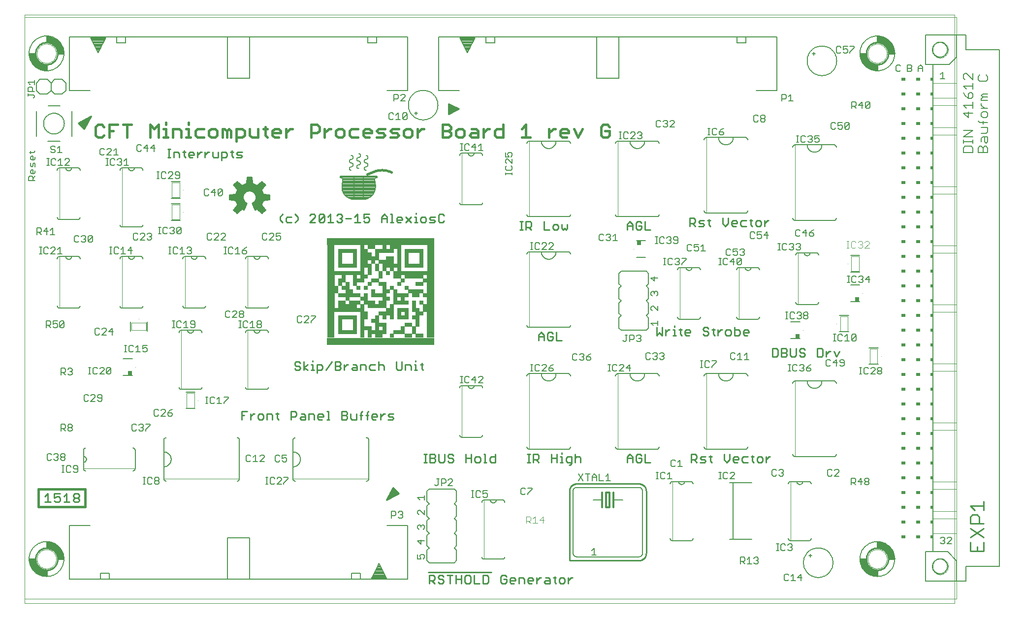
<source format=gto>
G75*
G70*
%OFA0B0*%
%FSLAX24Y24*%
%IPPOS*%
%LPD*%
%AMOC8*
5,1,8,0,0,1.08239X$1,22.5*
%
%ADD10C,0.0000*%
%ADD11C,0.0150*%
%ADD12C,0.0100*%
%ADD13C,0.0080*%
%ADD14C,0.0110*%
%ADD15C,0.0160*%
%ADD16C,0.0050*%
%ADD17C,0.0060*%
%ADD18C,0.0020*%
%ADD19C,0.0070*%
%ADD20R,0.0150X0.0200*%
%ADD21R,0.0300X0.0200*%
%ADD22C,0.0059*%
%ADD23R,0.0250X0.0250*%
%ADD24R,0.1250X0.0250*%
%ADD25R,0.0250X0.0750*%
%ADD26R,0.0500X0.6250*%
%ADD27R,0.7250X0.0500*%
%ADD28C,0.0004*%
%ADD29C,0.0030*%
%ADD30C,0.0040*%
%ADD31C,0.0090*%
%ADD32R,0.0295X0.0295*%
%ADD33C,0.0120*%
D10*
X004848Y007120D02*
X004848Y046990D01*
X067840Y046990D01*
X067840Y007120D01*
X004848Y007120D01*
X004848Y007430D02*
X004848Y046810D01*
X067948Y046810D01*
X067948Y007430D01*
X004848Y007430D01*
X005698Y010120D02*
X005700Y010170D01*
X005706Y010220D01*
X005716Y010270D01*
X005729Y010318D01*
X005746Y010366D01*
X005767Y010412D01*
X005791Y010456D01*
X005819Y010498D01*
X005850Y010538D01*
X005884Y010575D01*
X005921Y010610D01*
X005960Y010641D01*
X006001Y010670D01*
X006045Y010695D01*
X006091Y010717D01*
X006138Y010735D01*
X006186Y010749D01*
X006235Y010760D01*
X006285Y010767D01*
X006335Y010770D01*
X006386Y010769D01*
X006436Y010764D01*
X006486Y010755D01*
X006534Y010743D01*
X006582Y010726D01*
X006628Y010706D01*
X006673Y010683D01*
X006716Y010656D01*
X006756Y010626D01*
X006794Y010593D01*
X006829Y010557D01*
X006862Y010518D01*
X006891Y010477D01*
X006917Y010434D01*
X006940Y010389D01*
X006959Y010342D01*
X006974Y010294D01*
X006986Y010245D01*
X006994Y010195D01*
X006998Y010145D01*
X006998Y010095D01*
X006994Y010045D01*
X006986Y009995D01*
X006974Y009946D01*
X006959Y009898D01*
X006940Y009851D01*
X006917Y009806D01*
X006891Y009763D01*
X006862Y009722D01*
X006829Y009683D01*
X006794Y009647D01*
X006756Y009614D01*
X006716Y009584D01*
X006673Y009557D01*
X006628Y009534D01*
X006582Y009514D01*
X006534Y009497D01*
X006486Y009485D01*
X006436Y009476D01*
X006386Y009471D01*
X006335Y009470D01*
X006285Y009473D01*
X006235Y009480D01*
X006186Y009491D01*
X006138Y009505D01*
X006091Y009523D01*
X006045Y009545D01*
X006001Y009570D01*
X005960Y009599D01*
X005921Y009630D01*
X005884Y009665D01*
X005850Y009702D01*
X005819Y009742D01*
X005791Y009784D01*
X005767Y009828D01*
X005746Y009874D01*
X005729Y009922D01*
X005716Y009970D01*
X005706Y010020D01*
X005700Y010070D01*
X005698Y010120D01*
X005698Y044370D02*
X005700Y044420D01*
X005706Y044470D01*
X005716Y044520D01*
X005729Y044568D01*
X005746Y044616D01*
X005767Y044662D01*
X005791Y044706D01*
X005819Y044748D01*
X005850Y044788D01*
X005884Y044825D01*
X005921Y044860D01*
X005960Y044891D01*
X006001Y044920D01*
X006045Y044945D01*
X006091Y044967D01*
X006138Y044985D01*
X006186Y044999D01*
X006235Y045010D01*
X006285Y045017D01*
X006335Y045020D01*
X006386Y045019D01*
X006436Y045014D01*
X006486Y045005D01*
X006534Y044993D01*
X006582Y044976D01*
X006628Y044956D01*
X006673Y044933D01*
X006716Y044906D01*
X006756Y044876D01*
X006794Y044843D01*
X006829Y044807D01*
X006862Y044768D01*
X006891Y044727D01*
X006917Y044684D01*
X006940Y044639D01*
X006959Y044592D01*
X006974Y044544D01*
X006986Y044495D01*
X006994Y044445D01*
X006998Y044395D01*
X006998Y044345D01*
X006994Y044295D01*
X006986Y044245D01*
X006974Y044196D01*
X006959Y044148D01*
X006940Y044101D01*
X006917Y044056D01*
X006891Y044013D01*
X006862Y043972D01*
X006829Y043933D01*
X006794Y043897D01*
X006756Y043864D01*
X006716Y043834D01*
X006673Y043807D01*
X006628Y043784D01*
X006582Y043764D01*
X006534Y043747D01*
X006486Y043735D01*
X006436Y043726D01*
X006386Y043721D01*
X006335Y043720D01*
X006285Y043723D01*
X006235Y043730D01*
X006186Y043741D01*
X006138Y043755D01*
X006091Y043773D01*
X006045Y043795D01*
X006001Y043820D01*
X005960Y043849D01*
X005921Y043880D01*
X005884Y043915D01*
X005850Y043952D01*
X005819Y043992D01*
X005791Y044034D01*
X005767Y044078D01*
X005746Y044124D01*
X005729Y044172D01*
X005716Y044220D01*
X005706Y044270D01*
X005700Y044320D01*
X005698Y044370D01*
X061948Y044370D02*
X061950Y044420D01*
X061956Y044470D01*
X061966Y044520D01*
X061979Y044568D01*
X061996Y044616D01*
X062017Y044662D01*
X062041Y044706D01*
X062069Y044748D01*
X062100Y044788D01*
X062134Y044825D01*
X062171Y044860D01*
X062210Y044891D01*
X062251Y044920D01*
X062295Y044945D01*
X062341Y044967D01*
X062388Y044985D01*
X062436Y044999D01*
X062485Y045010D01*
X062535Y045017D01*
X062585Y045020D01*
X062636Y045019D01*
X062686Y045014D01*
X062736Y045005D01*
X062784Y044993D01*
X062832Y044976D01*
X062878Y044956D01*
X062923Y044933D01*
X062966Y044906D01*
X063006Y044876D01*
X063044Y044843D01*
X063079Y044807D01*
X063112Y044768D01*
X063141Y044727D01*
X063167Y044684D01*
X063190Y044639D01*
X063209Y044592D01*
X063224Y044544D01*
X063236Y044495D01*
X063244Y044445D01*
X063248Y044395D01*
X063248Y044345D01*
X063244Y044295D01*
X063236Y044245D01*
X063224Y044196D01*
X063209Y044148D01*
X063190Y044101D01*
X063167Y044056D01*
X063141Y044013D01*
X063112Y043972D01*
X063079Y043933D01*
X063044Y043897D01*
X063006Y043864D01*
X062966Y043834D01*
X062923Y043807D01*
X062878Y043784D01*
X062832Y043764D01*
X062784Y043747D01*
X062736Y043735D01*
X062686Y043726D01*
X062636Y043721D01*
X062585Y043720D01*
X062535Y043723D01*
X062485Y043730D01*
X062436Y043741D01*
X062388Y043755D01*
X062341Y043773D01*
X062295Y043795D01*
X062251Y043820D01*
X062210Y043849D01*
X062171Y043880D01*
X062134Y043915D01*
X062100Y043952D01*
X062069Y043992D01*
X062041Y044034D01*
X062017Y044078D01*
X061996Y044124D01*
X061979Y044172D01*
X061966Y044220D01*
X061956Y044270D01*
X061950Y044320D01*
X061948Y044370D01*
X066298Y044620D02*
X066300Y044667D01*
X066306Y044713D01*
X066316Y044759D01*
X066329Y044803D01*
X066347Y044847D01*
X066368Y044888D01*
X066392Y044928D01*
X066420Y044966D01*
X066451Y045001D01*
X066485Y045033D01*
X066521Y045062D01*
X066560Y045088D01*
X066600Y045111D01*
X066643Y045130D01*
X066687Y045146D01*
X066732Y045158D01*
X066778Y045166D01*
X066825Y045170D01*
X066871Y045170D01*
X066918Y045166D01*
X066964Y045158D01*
X067009Y045146D01*
X067053Y045130D01*
X067096Y045111D01*
X067136Y045088D01*
X067175Y045062D01*
X067211Y045033D01*
X067245Y045001D01*
X067276Y044966D01*
X067304Y044928D01*
X067328Y044888D01*
X067349Y044847D01*
X067367Y044803D01*
X067380Y044759D01*
X067390Y044713D01*
X067396Y044667D01*
X067398Y044620D01*
X067396Y044573D01*
X067390Y044527D01*
X067380Y044481D01*
X067367Y044437D01*
X067349Y044393D01*
X067328Y044352D01*
X067304Y044312D01*
X067276Y044274D01*
X067245Y044239D01*
X067211Y044207D01*
X067175Y044178D01*
X067136Y044152D01*
X067096Y044129D01*
X067053Y044110D01*
X067009Y044094D01*
X066964Y044082D01*
X066918Y044074D01*
X066871Y044070D01*
X066825Y044070D01*
X066778Y044074D01*
X066732Y044082D01*
X066687Y044094D01*
X066643Y044110D01*
X066600Y044129D01*
X066560Y044152D01*
X066521Y044178D01*
X066485Y044207D01*
X066451Y044239D01*
X066420Y044274D01*
X066392Y044312D01*
X066368Y044352D01*
X066347Y044393D01*
X066329Y044437D01*
X066316Y044481D01*
X066306Y044527D01*
X066300Y044573D01*
X066298Y044620D01*
X061948Y010120D02*
X061950Y010170D01*
X061956Y010220D01*
X061966Y010270D01*
X061979Y010318D01*
X061996Y010366D01*
X062017Y010412D01*
X062041Y010456D01*
X062069Y010498D01*
X062100Y010538D01*
X062134Y010575D01*
X062171Y010610D01*
X062210Y010641D01*
X062251Y010670D01*
X062295Y010695D01*
X062341Y010717D01*
X062388Y010735D01*
X062436Y010749D01*
X062485Y010760D01*
X062535Y010767D01*
X062585Y010770D01*
X062636Y010769D01*
X062686Y010764D01*
X062736Y010755D01*
X062784Y010743D01*
X062832Y010726D01*
X062878Y010706D01*
X062923Y010683D01*
X062966Y010656D01*
X063006Y010626D01*
X063044Y010593D01*
X063079Y010557D01*
X063112Y010518D01*
X063141Y010477D01*
X063167Y010434D01*
X063190Y010389D01*
X063209Y010342D01*
X063224Y010294D01*
X063236Y010245D01*
X063244Y010195D01*
X063248Y010145D01*
X063248Y010095D01*
X063244Y010045D01*
X063236Y009995D01*
X063224Y009946D01*
X063209Y009898D01*
X063190Y009851D01*
X063167Y009806D01*
X063141Y009763D01*
X063112Y009722D01*
X063079Y009683D01*
X063044Y009647D01*
X063006Y009614D01*
X062966Y009584D01*
X062923Y009557D01*
X062878Y009534D01*
X062832Y009514D01*
X062784Y009497D01*
X062736Y009485D01*
X062686Y009476D01*
X062636Y009471D01*
X062585Y009470D01*
X062535Y009473D01*
X062485Y009480D01*
X062436Y009491D01*
X062388Y009505D01*
X062341Y009523D01*
X062295Y009545D01*
X062251Y009570D01*
X062210Y009599D01*
X062171Y009630D01*
X062134Y009665D01*
X062100Y009702D01*
X062069Y009742D01*
X062041Y009784D01*
X062017Y009828D01*
X061996Y009874D01*
X061979Y009922D01*
X061966Y009970D01*
X061956Y010020D01*
X061950Y010070D01*
X061948Y010120D01*
X066298Y009620D02*
X066300Y009667D01*
X066306Y009713D01*
X066316Y009759D01*
X066329Y009803D01*
X066347Y009847D01*
X066368Y009888D01*
X066392Y009928D01*
X066420Y009966D01*
X066451Y010001D01*
X066485Y010033D01*
X066521Y010062D01*
X066560Y010088D01*
X066600Y010111D01*
X066643Y010130D01*
X066687Y010146D01*
X066732Y010158D01*
X066778Y010166D01*
X066825Y010170D01*
X066871Y010170D01*
X066918Y010166D01*
X066964Y010158D01*
X067009Y010146D01*
X067053Y010130D01*
X067096Y010111D01*
X067136Y010088D01*
X067175Y010062D01*
X067211Y010033D01*
X067245Y010001D01*
X067276Y009966D01*
X067304Y009928D01*
X067328Y009888D01*
X067349Y009847D01*
X067367Y009803D01*
X067380Y009759D01*
X067390Y009713D01*
X067396Y009667D01*
X067398Y009620D01*
X067396Y009573D01*
X067390Y009527D01*
X067380Y009481D01*
X067367Y009437D01*
X067349Y009393D01*
X067328Y009352D01*
X067304Y009312D01*
X067276Y009274D01*
X067245Y009239D01*
X067211Y009207D01*
X067175Y009178D01*
X067136Y009152D01*
X067096Y009129D01*
X067053Y009110D01*
X067009Y009094D01*
X066964Y009082D01*
X066918Y009074D01*
X066871Y009070D01*
X066825Y009070D01*
X066778Y009074D01*
X066732Y009082D01*
X066687Y009094D01*
X066643Y009110D01*
X066600Y009129D01*
X066560Y009152D01*
X066521Y009178D01*
X066485Y009207D01*
X066451Y009239D01*
X066420Y009274D01*
X066392Y009312D01*
X066368Y009352D01*
X066347Y009393D01*
X066329Y009437D01*
X066316Y009481D01*
X066306Y009527D01*
X066300Y009573D01*
X066298Y009620D01*
D11*
X044319Y038695D02*
X044461Y038836D01*
X044461Y039120D01*
X044177Y039120D01*
X043894Y039403D02*
X044036Y039545D01*
X044319Y039545D01*
X044461Y039403D01*
X043894Y039403D02*
X043894Y038836D01*
X044036Y038695D01*
X044319Y038695D01*
X042620Y039262D02*
X042336Y038695D01*
X042052Y039262D01*
X041699Y039120D02*
X041699Y038978D01*
X041132Y038978D01*
X041132Y038836D02*
X041132Y039120D01*
X041273Y039262D01*
X041557Y039262D01*
X041699Y039120D01*
X041557Y038695D02*
X041273Y038695D01*
X041132Y038836D01*
X040790Y039262D02*
X040648Y039262D01*
X040364Y038978D01*
X040364Y038695D02*
X040364Y039262D01*
X039090Y038695D02*
X038523Y038695D01*
X038806Y038695D02*
X038806Y039545D01*
X038523Y039262D01*
X037249Y039262D02*
X036823Y039262D01*
X036681Y039120D01*
X036681Y038836D01*
X036823Y038695D01*
X037249Y038695D01*
X037249Y039545D01*
X036339Y039262D02*
X036198Y039262D01*
X035914Y038978D01*
X035914Y038695D02*
X035914Y039262D01*
X035561Y039120D02*
X035561Y038695D01*
X035135Y038695D01*
X034993Y038836D01*
X035135Y038978D01*
X035561Y038978D01*
X035561Y039120D02*
X035419Y039262D01*
X035135Y039262D01*
X034640Y039120D02*
X034640Y038836D01*
X034498Y038695D01*
X034214Y038695D01*
X034073Y038836D01*
X034073Y039120D01*
X034214Y039262D01*
X034498Y039262D01*
X034640Y039120D01*
X033719Y039262D02*
X033577Y039120D01*
X033152Y039120D01*
X033152Y039545D02*
X033577Y039545D01*
X033719Y039403D01*
X033719Y039262D01*
X033577Y039120D02*
X033719Y038978D01*
X033719Y038836D01*
X033577Y038695D01*
X033152Y038695D01*
X033152Y039545D01*
X031889Y039262D02*
X031747Y039262D01*
X031464Y038978D01*
X031464Y038695D02*
X031464Y039262D01*
X031110Y039120D02*
X031110Y038836D01*
X030968Y038695D01*
X030685Y038695D01*
X030543Y038836D01*
X030543Y039120D01*
X030685Y039262D01*
X030968Y039262D01*
X031110Y039120D01*
X030189Y039262D02*
X029764Y039262D01*
X029622Y039120D01*
X029764Y038978D01*
X030048Y038978D01*
X030189Y038836D01*
X030048Y038695D01*
X029622Y038695D01*
X029269Y038836D02*
X029127Y038978D01*
X028843Y038978D01*
X028702Y039120D01*
X028843Y039262D01*
X029269Y039262D01*
X029269Y038836D02*
X029127Y038695D01*
X028702Y038695D01*
X028348Y038978D02*
X028348Y039120D01*
X028206Y039262D01*
X027923Y039262D01*
X027781Y039120D01*
X027781Y038836D01*
X027923Y038695D01*
X028206Y038695D01*
X028348Y038978D02*
X027781Y038978D01*
X027427Y038695D02*
X027002Y038695D01*
X026860Y038836D01*
X026860Y039120D01*
X027002Y039262D01*
X027427Y039262D01*
X026506Y039120D02*
X026506Y038836D01*
X026365Y038695D01*
X026081Y038695D01*
X025939Y038836D01*
X025939Y039120D01*
X026081Y039262D01*
X026365Y039262D01*
X026506Y039120D01*
X025597Y039262D02*
X025456Y039262D01*
X025172Y038978D01*
X025172Y038695D02*
X025172Y039262D01*
X024818Y039403D02*
X024818Y039120D01*
X024677Y038978D01*
X024251Y038978D01*
X024251Y038695D02*
X024251Y039545D01*
X024677Y039545D01*
X024818Y039403D01*
X022989Y039262D02*
X022847Y039262D01*
X022563Y038978D01*
X022563Y038695D02*
X022563Y039262D01*
X022210Y039120D02*
X022210Y038978D01*
X021643Y038978D01*
X021643Y038836D02*
X021643Y039120D01*
X021784Y039262D01*
X022068Y039262D01*
X022210Y039120D01*
X022068Y038695D02*
X021784Y038695D01*
X021643Y038836D01*
X021312Y038695D02*
X021171Y038836D01*
X021171Y039403D01*
X021312Y039262D02*
X021029Y039262D01*
X020675Y039262D02*
X020675Y038695D01*
X020250Y038695D01*
X020108Y038836D01*
X020108Y039262D01*
X019754Y039120D02*
X019754Y038836D01*
X019613Y038695D01*
X019187Y038695D01*
X019187Y038411D02*
X019187Y039262D01*
X019613Y039262D01*
X019754Y039120D01*
X018834Y039120D02*
X018834Y038695D01*
X018550Y038695D02*
X018550Y039120D01*
X018692Y039262D01*
X018834Y039120D01*
X018550Y039120D02*
X018408Y039262D01*
X018266Y039262D01*
X018266Y038695D01*
X017913Y038836D02*
X017913Y039120D01*
X017771Y039262D01*
X017488Y039262D01*
X017346Y039120D01*
X017346Y038836D01*
X017488Y038695D01*
X017771Y038695D01*
X017913Y038836D01*
X016992Y038695D02*
X016567Y038695D01*
X016425Y038836D01*
X016425Y039120D01*
X016567Y039262D01*
X016992Y039262D01*
X015953Y039262D02*
X015953Y038695D01*
X015811Y038695D02*
X016095Y038695D01*
X015953Y039262D02*
X015811Y039262D01*
X015953Y039545D02*
X015953Y039687D01*
X015458Y039120D02*
X015458Y038695D01*
X015458Y039120D02*
X015316Y039262D01*
X014890Y039262D01*
X014890Y038695D01*
X014560Y038695D02*
X014277Y038695D01*
X014418Y038695D02*
X014418Y039262D01*
X014277Y039262D01*
X014418Y039545D02*
X014418Y039687D01*
X013923Y039545D02*
X013923Y038695D01*
X013356Y038695D02*
X013356Y039545D01*
X013639Y039262D01*
X013923Y039545D01*
X012081Y039545D02*
X011514Y039545D01*
X011798Y039545D02*
X011798Y038695D01*
X010877Y039120D02*
X010594Y039120D01*
X010594Y039545D02*
X011161Y039545D01*
X010594Y039545D02*
X010594Y038695D01*
X010240Y038836D02*
X010098Y038695D01*
X009815Y038695D01*
X009673Y038836D01*
X009673Y039403D01*
X009815Y039545D01*
X010098Y039545D01*
X010240Y039403D01*
D12*
X009254Y039942D02*
X009012Y039942D01*
X009198Y040040D02*
X009306Y040040D01*
X009348Y040120D02*
X008498Y039670D01*
X008898Y039270D01*
X009348Y040120D01*
X009202Y039843D02*
X008826Y039843D01*
X008640Y039745D02*
X009149Y039745D01*
X009097Y039646D02*
X008521Y039646D01*
X008620Y039548D02*
X009045Y039548D01*
X008993Y039449D02*
X008718Y039449D01*
X008817Y039350D02*
X008941Y039350D01*
X006348Y043220D02*
X005798Y043370D01*
X005448Y043670D01*
X005248Y044020D01*
X005198Y044370D01*
X005548Y044370D01*
X005698Y043920D01*
X005998Y043670D01*
X006348Y043570D01*
X006348Y043220D01*
X006348Y043292D02*
X006081Y043292D01*
X006348Y043391D02*
X005773Y043391D01*
X005658Y043489D02*
X006348Y043489D01*
X006284Y043588D02*
X005543Y043588D01*
X005438Y043686D02*
X005978Y043686D01*
X005859Y043785D02*
X005382Y043785D01*
X005326Y043883D02*
X005741Y043883D01*
X005677Y043982D02*
X005269Y043982D01*
X005239Y044081D02*
X005644Y044081D01*
X005611Y044179D02*
X005225Y044179D01*
X005211Y044278D02*
X005579Y044278D01*
X006348Y045170D02*
X006698Y045070D01*
X006998Y044820D01*
X007148Y044370D01*
X007498Y044370D01*
X007448Y044720D01*
X007248Y045070D01*
X006898Y045370D01*
X006348Y045520D01*
X006348Y045170D01*
X006365Y045165D02*
X007137Y045165D01*
X007250Y045066D02*
X006702Y045066D01*
X006820Y044967D02*
X007306Y044967D01*
X007363Y044869D02*
X006939Y044869D01*
X007014Y044770D02*
X007419Y044770D01*
X007455Y044672D02*
X007047Y044672D01*
X007080Y044573D02*
X007469Y044573D01*
X007483Y044475D02*
X007113Y044475D01*
X007146Y044376D02*
X007497Y044376D01*
X007022Y045263D02*
X006348Y045263D01*
X006348Y045362D02*
X006907Y045362D01*
X006566Y045460D02*
X006348Y045460D01*
X014548Y037880D02*
X014735Y037880D01*
X014641Y037880D02*
X014641Y037320D01*
X014548Y037320D02*
X014735Y037320D01*
X014953Y037320D02*
X014953Y037693D01*
X015233Y037693D01*
X015327Y037600D01*
X015327Y037320D01*
X015654Y037413D02*
X015654Y037787D01*
X015561Y037693D02*
X015748Y037693D01*
X015966Y037600D02*
X016059Y037693D01*
X016246Y037693D01*
X016339Y037600D01*
X016339Y037506D01*
X015966Y037506D01*
X015966Y037413D02*
X015966Y037600D01*
X015966Y037413D02*
X016059Y037320D01*
X016246Y037320D01*
X016574Y037320D02*
X016574Y037693D01*
X016760Y037693D02*
X016854Y037693D01*
X016760Y037693D02*
X016574Y037506D01*
X017080Y037506D02*
X017267Y037693D01*
X017360Y037693D01*
X017586Y037693D02*
X017586Y037413D01*
X017680Y037320D01*
X017960Y037320D01*
X017960Y037693D01*
X018194Y037693D02*
X018474Y037693D01*
X018568Y037600D01*
X018568Y037413D01*
X018474Y037320D01*
X018194Y037320D01*
X018194Y037133D02*
X018194Y037693D01*
X018802Y037693D02*
X018989Y037693D01*
X018895Y037787D02*
X018895Y037413D01*
X018989Y037320D01*
X019207Y037320D02*
X019487Y037320D01*
X019581Y037413D01*
X019487Y037506D01*
X019300Y037506D01*
X019207Y037600D01*
X019300Y037693D01*
X019581Y037693D01*
X017080Y037693D02*
X017080Y037320D01*
X015748Y037320D02*
X015654Y037413D01*
X022148Y033293D02*
X022335Y033480D01*
X022148Y033293D02*
X022148Y033106D01*
X022335Y032920D01*
X022553Y033013D02*
X022646Y032920D01*
X022927Y032920D01*
X023161Y032920D02*
X023348Y033106D01*
X023348Y033293D01*
X023161Y033480D01*
X022927Y033293D02*
X022646Y033293D01*
X022553Y033200D01*
X022553Y033013D01*
X024174Y032920D02*
X024547Y033293D01*
X024547Y033387D01*
X024454Y033480D01*
X024267Y033480D01*
X024174Y033387D01*
X024174Y032920D02*
X024547Y032920D01*
X024781Y033013D02*
X025155Y033387D01*
X025155Y033013D01*
X025061Y032920D01*
X024875Y032920D01*
X024781Y033013D01*
X024781Y033387D01*
X024875Y033480D01*
X025061Y033480D01*
X025155Y033387D01*
X025389Y033293D02*
X025576Y033480D01*
X025576Y032920D01*
X025389Y032920D02*
X025763Y032920D01*
X025997Y033013D02*
X026090Y032920D01*
X026277Y032920D01*
X026370Y033013D01*
X026370Y033106D01*
X026277Y033200D01*
X026184Y033200D01*
X026277Y033200D02*
X026370Y033293D01*
X026370Y033387D01*
X026277Y033480D01*
X026090Y033480D01*
X025997Y033387D01*
X026604Y033200D02*
X026978Y033200D01*
X027212Y033293D02*
X027399Y033480D01*
X027399Y032920D01*
X027212Y032920D02*
X027586Y032920D01*
X027820Y033013D02*
X027913Y032920D01*
X028100Y032920D01*
X028193Y033013D01*
X028193Y033200D01*
X028100Y033293D01*
X028007Y033293D01*
X027820Y033200D01*
X027820Y033480D01*
X028193Y033480D01*
X029035Y033293D02*
X029035Y032920D01*
X029035Y033200D02*
X029409Y033200D01*
X029409Y033293D02*
X029409Y032920D01*
X029643Y032920D02*
X029830Y032920D01*
X029736Y032920D02*
X029736Y033480D01*
X029643Y033480D01*
X029409Y033293D02*
X029222Y033480D01*
X029035Y033293D01*
X030048Y033200D02*
X030048Y033013D01*
X030141Y032920D01*
X030328Y032920D01*
X030422Y033106D02*
X030048Y033106D01*
X030048Y033200D02*
X030141Y033293D01*
X030328Y033293D01*
X030422Y033200D01*
X030422Y033106D01*
X030656Y032920D02*
X031029Y033293D01*
X031264Y033293D02*
X031357Y033293D01*
X031357Y032920D01*
X031264Y032920D02*
X031450Y032920D01*
X031669Y033013D02*
X031762Y032920D01*
X031949Y032920D01*
X032042Y033013D01*
X032042Y033200D01*
X031949Y033293D01*
X031762Y033293D01*
X031669Y033200D01*
X031669Y033013D01*
X031357Y033480D02*
X031357Y033573D01*
X031029Y032920D02*
X030656Y033293D01*
X032276Y033200D02*
X032370Y033293D01*
X032650Y033293D01*
X032557Y033106D02*
X032370Y033106D01*
X032276Y033200D01*
X032276Y032920D02*
X032557Y032920D01*
X032650Y033013D01*
X032557Y033106D01*
X032884Y033013D02*
X032977Y032920D01*
X033164Y032920D01*
X033258Y033013D01*
X033258Y033387D02*
X033164Y033480D01*
X032977Y033480D01*
X032884Y033387D01*
X032884Y033013D01*
X038398Y032980D02*
X038585Y032980D01*
X038491Y032980D02*
X038491Y032420D01*
X038398Y032420D02*
X038585Y032420D01*
X038803Y032420D02*
X038803Y032980D01*
X039083Y032980D01*
X039177Y032887D01*
X039177Y032700D01*
X039083Y032606D01*
X038803Y032606D01*
X038990Y032606D02*
X039177Y032420D01*
X040018Y032420D02*
X040018Y032980D01*
X040018Y032420D02*
X040392Y032420D01*
X040626Y032513D02*
X040626Y032700D01*
X040720Y032793D01*
X040906Y032793D01*
X041000Y032700D01*
X041000Y032513D01*
X040906Y032420D01*
X040720Y032420D01*
X040626Y032513D01*
X041234Y032513D02*
X041234Y032793D01*
X041234Y032513D02*
X041327Y032420D01*
X041421Y032513D01*
X041514Y032420D01*
X041607Y032513D01*
X041607Y032793D01*
X045648Y032793D02*
X045648Y032420D01*
X045648Y032700D02*
X046021Y032700D01*
X046021Y032793D02*
X046021Y032420D01*
X046256Y032513D02*
X046256Y032887D01*
X046349Y032980D01*
X046536Y032980D01*
X046629Y032887D01*
X046629Y032700D02*
X046442Y032700D01*
X046629Y032700D02*
X046629Y032513D01*
X046536Y032420D01*
X046349Y032420D01*
X046256Y032513D01*
X046021Y032793D02*
X045835Y032980D01*
X045648Y032793D01*
X046863Y032980D02*
X046863Y032420D01*
X047237Y032420D01*
X049898Y032670D02*
X049898Y033230D01*
X050178Y033230D01*
X050271Y033137D01*
X050271Y032950D01*
X050178Y032856D01*
X049898Y032856D01*
X050085Y032856D02*
X050271Y032670D01*
X050506Y032670D02*
X050786Y032670D01*
X050879Y032763D01*
X050786Y032856D01*
X050599Y032856D01*
X050506Y032950D01*
X050599Y033043D01*
X050879Y033043D01*
X051113Y033043D02*
X051300Y033043D01*
X051207Y033137D02*
X051207Y032763D01*
X051300Y032670D01*
X052126Y032856D02*
X052126Y033230D01*
X052126Y032856D02*
X052313Y032670D01*
X052500Y032856D01*
X052500Y033230D01*
X052734Y032950D02*
X052827Y033043D01*
X053014Y033043D01*
X053107Y032950D01*
X053107Y032856D01*
X052734Y032856D01*
X052734Y032763D02*
X052734Y032950D01*
X052734Y032763D02*
X052827Y032670D01*
X053014Y032670D01*
X053342Y032763D02*
X053435Y032670D01*
X053715Y032670D01*
X054043Y032763D02*
X054043Y033137D01*
X053949Y033043D02*
X054136Y033043D01*
X054354Y032950D02*
X054354Y032763D01*
X054448Y032670D01*
X054635Y032670D01*
X054728Y032763D01*
X054728Y032950D01*
X054635Y033043D01*
X054448Y033043D01*
X054354Y032950D01*
X054136Y032670D02*
X054043Y032763D01*
X053715Y033043D02*
X053435Y033043D01*
X053342Y032950D01*
X053342Y032763D01*
X054962Y032856D02*
X055149Y033043D01*
X055242Y033043D01*
X054962Y033043D02*
X054962Y032670D01*
X053803Y025643D02*
X053896Y025550D01*
X053896Y025456D01*
X053522Y025456D01*
X053522Y025363D02*
X053522Y025550D01*
X053616Y025643D01*
X053803Y025643D01*
X053803Y025270D02*
X053616Y025270D01*
X053522Y025363D01*
X053288Y025363D02*
X053288Y025550D01*
X053195Y025643D01*
X052915Y025643D01*
X052915Y025830D02*
X052915Y025270D01*
X053195Y025270D01*
X053288Y025363D01*
X052681Y025363D02*
X052681Y025550D01*
X052587Y025643D01*
X052400Y025643D01*
X052307Y025550D01*
X052307Y025363D01*
X052400Y025270D01*
X052587Y025270D01*
X052681Y025363D01*
X052081Y025643D02*
X051987Y025643D01*
X051801Y025456D01*
X051801Y025270D02*
X051801Y025643D01*
X051582Y025643D02*
X051395Y025643D01*
X051489Y025737D02*
X051489Y025363D01*
X051582Y025270D01*
X051161Y025363D02*
X051068Y025270D01*
X050881Y025270D01*
X050788Y025363D01*
X050881Y025550D02*
X051068Y025550D01*
X051161Y025456D01*
X051161Y025363D01*
X050881Y025550D02*
X050788Y025643D01*
X050788Y025737D01*
X050881Y025830D01*
X051068Y025830D01*
X051161Y025737D01*
X049946Y025550D02*
X049946Y025456D01*
X049572Y025456D01*
X049572Y025363D02*
X049572Y025550D01*
X049666Y025643D01*
X049852Y025643D01*
X049946Y025550D01*
X049852Y025270D02*
X049666Y025270D01*
X049572Y025363D01*
X049354Y025270D02*
X049261Y025363D01*
X049261Y025737D01*
X049167Y025643D02*
X049354Y025643D01*
X048855Y025643D02*
X048855Y025270D01*
X048762Y025270D02*
X048949Y025270D01*
X048855Y025643D02*
X048762Y025643D01*
X048855Y025830D02*
X048855Y025923D01*
X048536Y025643D02*
X048442Y025643D01*
X048256Y025456D01*
X048256Y025270D02*
X048256Y025643D01*
X048021Y025830D02*
X048021Y025270D01*
X047835Y025456D01*
X047648Y025270D01*
X047648Y025830D01*
X041237Y024920D02*
X040863Y024920D01*
X040863Y025480D01*
X040629Y025387D02*
X040536Y025480D01*
X040349Y025480D01*
X040256Y025387D01*
X040256Y025013D01*
X040349Y024920D01*
X040536Y024920D01*
X040629Y025013D01*
X040629Y025200D01*
X040442Y025200D01*
X040021Y025200D02*
X039648Y025200D01*
X039648Y025293D02*
X039835Y025480D01*
X040021Y025293D01*
X040021Y024920D01*
X039648Y024920D02*
X039648Y025293D01*
X031843Y023293D02*
X031656Y023293D01*
X031749Y023387D02*
X031749Y023013D01*
X031843Y022920D01*
X031438Y022920D02*
X031251Y022920D01*
X031344Y022920D02*
X031344Y023293D01*
X031251Y023293D01*
X031344Y023480D02*
X031344Y023573D01*
X031017Y023200D02*
X031017Y022920D01*
X031017Y023200D02*
X030923Y023293D01*
X030643Y023293D01*
X030643Y022920D01*
X030409Y023013D02*
X030409Y023480D01*
X030035Y023480D02*
X030035Y023013D01*
X030129Y022920D01*
X030316Y022920D01*
X030409Y023013D01*
X029193Y022920D02*
X029193Y023200D01*
X029100Y023293D01*
X028913Y023293D01*
X028820Y023200D01*
X028586Y023293D02*
X028306Y023293D01*
X028212Y023200D01*
X028212Y023013D01*
X028306Y022920D01*
X028586Y022920D01*
X028820Y022920D02*
X028820Y023480D01*
X027978Y023200D02*
X027978Y022920D01*
X027978Y023200D02*
X027885Y023293D01*
X027604Y023293D01*
X027604Y022920D01*
X027370Y022920D02*
X027090Y022920D01*
X026997Y023013D01*
X027090Y023106D01*
X027370Y023106D01*
X027370Y023200D02*
X027370Y022920D01*
X027370Y023200D02*
X027277Y023293D01*
X027090Y023293D01*
X026771Y023293D02*
X026677Y023293D01*
X026490Y023106D01*
X026490Y022920D02*
X026490Y023293D01*
X026256Y023293D02*
X026256Y023387D01*
X026163Y023480D01*
X025883Y023480D01*
X025883Y022920D01*
X026163Y022920D01*
X026256Y023013D01*
X026256Y023106D01*
X026163Y023200D01*
X025883Y023200D01*
X026163Y023200D02*
X026256Y023293D01*
X025648Y023480D02*
X025275Y022920D01*
X025041Y023013D02*
X024947Y022920D01*
X024667Y022920D01*
X024667Y022733D02*
X024667Y023293D01*
X024947Y023293D01*
X025041Y023200D01*
X025041Y023013D01*
X024449Y022920D02*
X024262Y022920D01*
X024355Y022920D02*
X024355Y023293D01*
X024262Y023293D01*
X024355Y023480D02*
X024355Y023573D01*
X024036Y023293D02*
X023756Y023106D01*
X024036Y022920D01*
X023756Y022920D02*
X023756Y023480D01*
X023521Y023387D02*
X023428Y023480D01*
X023241Y023480D01*
X023148Y023387D01*
X023148Y023293D01*
X023241Y023200D01*
X023428Y023200D01*
X023521Y023106D01*
X023521Y023013D01*
X023428Y022920D01*
X023241Y022920D01*
X023148Y023013D01*
X023171Y020130D02*
X023264Y020037D01*
X023264Y019850D01*
X023171Y019756D01*
X022890Y019756D01*
X022890Y019570D02*
X022890Y020130D01*
X023171Y020130D01*
X023591Y019943D02*
X023778Y019943D01*
X023872Y019850D01*
X023872Y019570D01*
X023591Y019570D01*
X023498Y019663D01*
X023591Y019756D01*
X023872Y019756D01*
X024106Y019570D02*
X024106Y019943D01*
X024386Y019943D01*
X024479Y019850D01*
X024479Y019570D01*
X024713Y019663D02*
X024713Y019850D01*
X024807Y019943D01*
X024994Y019943D01*
X025087Y019850D01*
X025087Y019756D01*
X024713Y019756D01*
X024713Y019663D02*
X024807Y019570D01*
X024994Y019570D01*
X025321Y019570D02*
X025508Y019570D01*
X025415Y019570D02*
X025415Y020130D01*
X025321Y020130D01*
X026334Y020130D02*
X026334Y019570D01*
X026614Y019570D01*
X026708Y019663D01*
X026708Y019756D01*
X026614Y019850D01*
X026334Y019850D01*
X026334Y020130D02*
X026614Y020130D01*
X026708Y020037D01*
X026708Y019943D01*
X026614Y019850D01*
X026942Y019943D02*
X026942Y019663D01*
X027035Y019570D01*
X027315Y019570D01*
X027315Y019943D01*
X027549Y019850D02*
X027736Y019850D01*
X027643Y020037D02*
X027736Y020130D01*
X027643Y020037D02*
X027643Y019570D01*
X028048Y019570D02*
X028048Y020037D01*
X028141Y020130D01*
X028141Y019850D02*
X027955Y019850D01*
X028360Y019850D02*
X028453Y019943D01*
X028640Y019943D01*
X028733Y019850D01*
X028733Y019756D01*
X028360Y019756D01*
X028360Y019663D02*
X028360Y019850D01*
X028360Y019663D02*
X028453Y019570D01*
X028640Y019570D01*
X028967Y019570D02*
X028967Y019943D01*
X028967Y019756D02*
X029154Y019943D01*
X029248Y019943D01*
X029474Y019850D02*
X029567Y019943D01*
X029847Y019943D01*
X029754Y019756D02*
X029847Y019663D01*
X029754Y019570D01*
X029474Y019570D01*
X029567Y019756D02*
X029474Y019850D01*
X029567Y019756D02*
X029754Y019756D01*
X031898Y017230D02*
X032085Y017230D01*
X031991Y017230D02*
X031991Y016670D01*
X031898Y016670D02*
X032085Y016670D01*
X032303Y016670D02*
X032583Y016670D01*
X032677Y016763D01*
X032677Y016856D01*
X032583Y016950D01*
X032303Y016950D01*
X032303Y017230D02*
X032583Y017230D01*
X032677Y017137D01*
X032677Y017043D01*
X032583Y016950D01*
X032911Y016763D02*
X033004Y016670D01*
X033191Y016670D01*
X033284Y016763D01*
X033284Y017230D01*
X033518Y017137D02*
X033518Y017043D01*
X033612Y016950D01*
X033799Y016950D01*
X033892Y016856D01*
X033892Y016763D01*
X033799Y016670D01*
X033612Y016670D01*
X033518Y016763D01*
X033518Y017137D02*
X033612Y017230D01*
X033799Y017230D01*
X033892Y017137D01*
X034734Y017230D02*
X034734Y016670D01*
X034734Y016950D02*
X035107Y016950D01*
X035342Y016950D02*
X035342Y016763D01*
X035435Y016670D01*
X035622Y016670D01*
X035715Y016763D01*
X035715Y016950D01*
X035622Y017043D01*
X035435Y017043D01*
X035342Y016950D01*
X035107Y017230D02*
X035107Y016670D01*
X035949Y016670D02*
X036136Y016670D01*
X036043Y016670D02*
X036043Y017230D01*
X035949Y017230D01*
X036354Y016950D02*
X036354Y016763D01*
X036448Y016670D01*
X036728Y016670D01*
X036728Y017230D01*
X036728Y017043D02*
X036448Y017043D01*
X036354Y016950D01*
X038898Y017230D02*
X039085Y017230D01*
X038991Y017230D02*
X038991Y016670D01*
X038898Y016670D02*
X039085Y016670D01*
X039303Y016670D02*
X039303Y017230D01*
X039583Y017230D01*
X039677Y017137D01*
X039677Y016950D01*
X039583Y016856D01*
X039303Y016856D01*
X039490Y016856D02*
X039677Y016670D01*
X040518Y016670D02*
X040518Y017230D01*
X040518Y016950D02*
X040892Y016950D01*
X041126Y017043D02*
X041220Y017043D01*
X041220Y016670D01*
X041313Y016670D02*
X041126Y016670D01*
X040892Y016670D02*
X040892Y017230D01*
X041220Y017230D02*
X041220Y017323D01*
X041531Y016950D02*
X041531Y016763D01*
X041625Y016670D01*
X041905Y016670D01*
X041905Y016576D02*
X041905Y017043D01*
X041625Y017043D01*
X041531Y016950D01*
X041718Y016483D02*
X041811Y016483D01*
X041905Y016576D01*
X042139Y016670D02*
X042139Y017230D01*
X042232Y017043D02*
X042419Y017043D01*
X042513Y016950D01*
X042513Y016670D01*
X042139Y016950D02*
X042232Y017043D01*
X042248Y015220D02*
X046448Y015220D01*
X046492Y015218D01*
X046535Y015212D01*
X046577Y015203D01*
X046619Y015190D01*
X046659Y015173D01*
X046698Y015153D01*
X046735Y015130D01*
X046769Y015103D01*
X046802Y015074D01*
X046831Y015041D01*
X046858Y015007D01*
X046881Y014970D01*
X046901Y014931D01*
X046918Y014891D01*
X046931Y014849D01*
X046940Y014807D01*
X046946Y014764D01*
X046948Y014720D01*
X046948Y010520D01*
X046946Y010476D01*
X046940Y010433D01*
X046931Y010391D01*
X046918Y010349D01*
X046901Y010309D01*
X046881Y010270D01*
X046858Y010233D01*
X046831Y010199D01*
X046802Y010166D01*
X046769Y010137D01*
X046735Y010110D01*
X046698Y010087D01*
X046659Y010067D01*
X046619Y010050D01*
X046577Y010037D01*
X046535Y010028D01*
X046492Y010022D01*
X046448Y010020D01*
X041748Y010020D01*
X041748Y014720D01*
X041750Y014764D01*
X041756Y014807D01*
X041765Y014849D01*
X041778Y014891D01*
X041795Y014931D01*
X041815Y014970D01*
X041838Y015007D01*
X041865Y015041D01*
X041894Y015074D01*
X041927Y015103D01*
X041961Y015130D01*
X041998Y015153D01*
X042037Y015173D01*
X042077Y015190D01*
X042119Y015203D01*
X042161Y015212D01*
X042204Y015218D01*
X042248Y015220D01*
X045648Y016670D02*
X045648Y017043D01*
X045835Y017230D01*
X046021Y017043D01*
X046021Y016670D01*
X046256Y016763D02*
X046256Y017137D01*
X046349Y017230D01*
X046536Y017230D01*
X046629Y017137D01*
X046629Y016950D02*
X046442Y016950D01*
X046629Y016950D02*
X046629Y016763D01*
X046536Y016670D01*
X046349Y016670D01*
X046256Y016763D01*
X046021Y016950D02*
X045648Y016950D01*
X046863Y017230D02*
X046863Y016670D01*
X047237Y016670D01*
X049998Y016670D02*
X049998Y017230D01*
X050278Y017230D01*
X050371Y017137D01*
X050371Y016950D01*
X050278Y016856D01*
X049998Y016856D01*
X050185Y016856D02*
X050371Y016670D01*
X050606Y016670D02*
X050886Y016670D01*
X050979Y016763D01*
X050886Y016856D01*
X050699Y016856D01*
X050606Y016950D01*
X050699Y017043D01*
X050979Y017043D01*
X051213Y017043D02*
X051400Y017043D01*
X051307Y017137D02*
X051307Y016763D01*
X051400Y016670D01*
X052226Y016856D02*
X052413Y016670D01*
X052600Y016856D01*
X052600Y017230D01*
X052834Y016950D02*
X052927Y017043D01*
X053114Y017043D01*
X053207Y016950D01*
X053207Y016856D01*
X052834Y016856D01*
X052834Y016763D02*
X052834Y016950D01*
X052834Y016763D02*
X052927Y016670D01*
X053114Y016670D01*
X053442Y016763D02*
X053442Y016950D01*
X053535Y017043D01*
X053815Y017043D01*
X054049Y017043D02*
X054236Y017043D01*
X054143Y017137D02*
X054143Y016763D01*
X054236Y016670D01*
X054454Y016763D02*
X054548Y016670D01*
X054735Y016670D01*
X054828Y016763D01*
X054828Y016950D01*
X054735Y017043D01*
X054548Y017043D01*
X054454Y016950D01*
X054454Y016763D01*
X055062Y016856D02*
X055249Y017043D01*
X055342Y017043D01*
X055062Y017043D02*
X055062Y016670D01*
X053815Y016670D02*
X053535Y016670D01*
X053442Y016763D01*
X052226Y016856D02*
X052226Y017230D01*
X055498Y023820D02*
X055778Y023820D01*
X055871Y023913D01*
X055871Y024287D01*
X055778Y024380D01*
X055498Y024380D01*
X055498Y023820D01*
X056106Y023820D02*
X056106Y024380D01*
X056386Y024380D01*
X056479Y024287D01*
X056479Y024193D01*
X056386Y024100D01*
X056106Y024100D01*
X056386Y024100D02*
X056479Y024006D01*
X056479Y023913D01*
X056386Y023820D01*
X056106Y023820D01*
X056713Y023913D02*
X056807Y023820D01*
X056994Y023820D01*
X057087Y023913D01*
X057087Y024380D01*
X057321Y024287D02*
X057321Y024193D01*
X057414Y024100D01*
X057601Y024100D01*
X057695Y024006D01*
X057695Y023913D01*
X057601Y023820D01*
X057414Y023820D01*
X057321Y023913D01*
X057321Y024287D02*
X057414Y024380D01*
X057601Y024380D01*
X057695Y024287D01*
X058536Y024380D02*
X058536Y023820D01*
X058817Y023820D01*
X058910Y023913D01*
X058910Y024287D01*
X058817Y024380D01*
X058536Y024380D01*
X059144Y024193D02*
X059144Y023820D01*
X059144Y024006D02*
X059331Y024193D01*
X059424Y024193D01*
X059651Y024193D02*
X059837Y023820D01*
X060024Y024193D01*
X056713Y024380D02*
X056713Y023913D01*
X068897Y013732D02*
X069798Y013732D01*
X069798Y013432D02*
X069798Y014032D01*
X069197Y013432D02*
X068897Y013732D01*
X069047Y013112D02*
X069348Y013112D01*
X069498Y012961D01*
X069498Y012511D01*
X069798Y012511D02*
X068897Y012511D01*
X068897Y012961D01*
X069047Y013112D01*
X068897Y012191D02*
X069798Y011590D01*
X069798Y011270D02*
X069798Y010670D01*
X068897Y010670D01*
X068897Y011270D01*
X068897Y011590D02*
X069798Y012191D01*
X069348Y010970D02*
X069348Y010670D01*
X063748Y010120D02*
X063698Y010470D01*
X063498Y010820D01*
X063148Y011120D01*
X062598Y011270D01*
X062598Y010920D01*
X062948Y010820D01*
X063248Y010570D01*
X063398Y010120D01*
X063748Y010120D01*
X063739Y010182D02*
X063377Y010182D01*
X063344Y010280D02*
X063725Y010280D01*
X063711Y010379D02*
X063311Y010379D01*
X063279Y010477D02*
X063693Y010477D01*
X063637Y010576D02*
X063240Y010576D01*
X063122Y010674D02*
X063581Y010674D01*
X063525Y010773D02*
X063004Y010773D01*
X062766Y010871D02*
X063437Y010871D01*
X063322Y010970D02*
X062598Y010970D01*
X062598Y011069D02*
X063207Y011069D01*
X062974Y011167D02*
X062598Y011167D01*
X062598Y011266D02*
X062612Y011266D01*
X061798Y010120D02*
X061448Y010120D01*
X061498Y009770D01*
X061698Y009420D01*
X062048Y009120D01*
X062598Y008970D01*
X062598Y009320D01*
X062248Y009420D01*
X061948Y009670D01*
X061798Y010120D01*
X061810Y010083D02*
X061453Y010083D01*
X061467Y009985D02*
X061843Y009985D01*
X061876Y009886D02*
X061481Y009886D01*
X061495Y009787D02*
X061909Y009787D01*
X061941Y009689D02*
X061544Y009689D01*
X061600Y009590D02*
X062043Y009590D01*
X062161Y009492D02*
X061657Y009492D01*
X061728Y009393D02*
X062340Y009393D01*
X062598Y009295D02*
X061843Y009295D01*
X061958Y009196D02*
X062598Y009196D01*
X062598Y009098D02*
X062128Y009098D01*
X062489Y008999D02*
X062598Y008999D01*
X041948Y008843D02*
X041854Y008843D01*
X041667Y008656D01*
X041667Y008470D02*
X041667Y008843D01*
X041433Y008750D02*
X041340Y008843D01*
X041153Y008843D01*
X041060Y008750D01*
X041060Y008563D01*
X041153Y008470D01*
X041340Y008470D01*
X041433Y008563D01*
X041433Y008750D01*
X040841Y008843D02*
X040655Y008843D01*
X040748Y008937D02*
X040748Y008563D01*
X040841Y008470D01*
X040421Y008470D02*
X040421Y008750D01*
X040327Y008843D01*
X040140Y008843D01*
X040140Y008656D02*
X040421Y008656D01*
X040421Y008470D02*
X040140Y008470D01*
X040047Y008563D01*
X040140Y008656D01*
X039821Y008843D02*
X039727Y008843D01*
X039540Y008656D01*
X039540Y008470D02*
X039540Y008843D01*
X039306Y008750D02*
X039306Y008656D01*
X038933Y008656D01*
X038933Y008563D02*
X038933Y008750D01*
X039026Y008843D01*
X039213Y008843D01*
X039306Y008750D01*
X039213Y008470D02*
X039026Y008470D01*
X038933Y008563D01*
X038699Y008470D02*
X038699Y008750D01*
X038605Y008843D01*
X038325Y008843D01*
X038325Y008470D01*
X038091Y008656D02*
X037717Y008656D01*
X037717Y008563D02*
X037717Y008750D01*
X037811Y008843D01*
X037998Y008843D01*
X038091Y008750D01*
X038091Y008656D01*
X037998Y008470D02*
X037811Y008470D01*
X037717Y008563D01*
X037483Y008563D02*
X037483Y008750D01*
X037296Y008750D01*
X037110Y008937D02*
X037110Y008563D01*
X037203Y008470D01*
X037390Y008470D01*
X037483Y008563D01*
X037483Y008937D02*
X037390Y009030D01*
X037203Y009030D01*
X037110Y008937D01*
X036452Y009230D02*
X032198Y009230D01*
X032248Y009030D02*
X032528Y009030D01*
X032621Y008937D01*
X032621Y008750D01*
X032528Y008656D01*
X032248Y008656D01*
X032248Y008470D02*
X032248Y009030D01*
X032435Y008656D02*
X032621Y008470D01*
X032856Y008563D02*
X032949Y008470D01*
X033136Y008470D01*
X033229Y008563D01*
X033229Y008656D01*
X033136Y008750D01*
X032949Y008750D01*
X032856Y008843D01*
X032856Y008937D01*
X032949Y009030D01*
X033136Y009030D01*
X033229Y008937D01*
X033463Y009030D02*
X033837Y009030D01*
X033650Y009030D02*
X033650Y008470D01*
X034071Y008470D02*
X034071Y009030D01*
X034071Y008750D02*
X034445Y008750D01*
X034445Y009030D02*
X034445Y008470D01*
X034679Y008563D02*
X034772Y008470D01*
X034959Y008470D01*
X035052Y008563D01*
X035052Y008937D01*
X034959Y009030D01*
X034772Y009030D01*
X034679Y008937D01*
X034679Y008563D01*
X035286Y008470D02*
X035286Y009030D01*
X035286Y008470D02*
X035660Y008470D01*
X035894Y008470D02*
X036174Y008470D01*
X036268Y008563D01*
X036268Y008937D01*
X036174Y009030D01*
X035894Y009030D01*
X035894Y008470D01*
X030198Y014570D02*
X029348Y014120D01*
X029798Y014970D01*
X030198Y014570D01*
X030151Y014616D02*
X029611Y014616D01*
X029663Y014715D02*
X030053Y014715D01*
X029954Y014813D02*
X029715Y014813D01*
X029767Y014912D02*
X029856Y014912D01*
X030100Y014518D02*
X029559Y014518D01*
X029506Y014419D02*
X029914Y014419D01*
X029727Y014320D02*
X029454Y014320D01*
X029402Y014222D02*
X029541Y014222D01*
X029355Y014123D02*
X029350Y014123D01*
X032303Y016670D02*
X032303Y017230D01*
X032911Y017230D02*
X032911Y016763D01*
X022064Y019570D02*
X021971Y019663D01*
X021971Y020037D01*
X021877Y019943D02*
X022064Y019943D01*
X021643Y019850D02*
X021643Y019570D01*
X021643Y019850D02*
X021550Y019943D01*
X021270Y019943D01*
X021270Y019570D01*
X021036Y019663D02*
X021036Y019850D01*
X020942Y019943D01*
X020755Y019943D01*
X020662Y019850D01*
X020662Y019663D01*
X020755Y019570D01*
X020942Y019570D01*
X021036Y019663D01*
X020436Y019943D02*
X020342Y019943D01*
X020156Y019756D01*
X020156Y019570D02*
X020156Y019943D01*
X019921Y020130D02*
X019548Y020130D01*
X019548Y019570D01*
X019548Y019850D02*
X019735Y019850D01*
X007248Y010820D02*
X006898Y011120D01*
X006348Y011270D01*
X006348Y010920D01*
X006698Y010820D01*
X006998Y010570D01*
X007148Y010120D01*
X007498Y010120D01*
X007448Y010470D01*
X007248Y010820D01*
X007275Y010773D02*
X006754Y010773D01*
X006872Y010674D02*
X007331Y010674D01*
X007387Y010576D02*
X006990Y010576D01*
X007029Y010477D02*
X007443Y010477D01*
X007461Y010379D02*
X007061Y010379D01*
X007094Y010280D02*
X007475Y010280D01*
X007489Y010182D02*
X007127Y010182D01*
X007187Y010871D02*
X006516Y010871D01*
X006348Y010970D02*
X007072Y010970D01*
X006957Y011069D02*
X006348Y011069D01*
X006348Y011167D02*
X006724Y011167D01*
X006362Y011266D02*
X006348Y011266D01*
X005548Y010120D02*
X005198Y010120D01*
X005248Y009770D01*
X005448Y009420D01*
X005798Y009120D01*
X006348Y008970D01*
X006348Y009320D01*
X005998Y009420D01*
X005698Y009670D01*
X005548Y010120D01*
X005560Y010083D02*
X005203Y010083D01*
X005217Y009985D02*
X005593Y009985D01*
X005626Y009886D02*
X005231Y009886D01*
X005245Y009787D02*
X005659Y009787D01*
X005691Y009689D02*
X005294Y009689D01*
X005350Y009590D02*
X005793Y009590D01*
X005911Y009492D02*
X005407Y009492D01*
X005478Y009393D02*
X006090Y009393D01*
X006348Y009295D02*
X005593Y009295D01*
X005708Y009196D02*
X006348Y009196D01*
X006348Y009098D02*
X005878Y009098D01*
X006239Y008999D02*
X006348Y008999D01*
X033548Y040270D02*
X033548Y040970D01*
X034248Y040620D01*
X033548Y040270D01*
X033548Y040336D02*
X033681Y040336D01*
X033548Y040434D02*
X033878Y040434D01*
X034075Y040533D02*
X033548Y040533D01*
X033548Y040632D02*
X034224Y040632D01*
X034027Y040730D02*
X033548Y040730D01*
X033548Y040829D02*
X033830Y040829D01*
X033633Y040927D02*
X033548Y040927D01*
X061448Y044370D02*
X061498Y044020D01*
X061698Y043670D01*
X062048Y043370D01*
X062598Y043220D01*
X062598Y043570D01*
X062248Y043670D01*
X061948Y043920D01*
X061798Y044370D01*
X061448Y044370D01*
X061461Y044278D02*
X061829Y044278D01*
X061861Y044179D02*
X061475Y044179D01*
X061489Y044081D02*
X061894Y044081D01*
X061927Y043982D02*
X061519Y043982D01*
X061576Y043883D02*
X061991Y043883D01*
X062109Y043785D02*
X061632Y043785D01*
X061688Y043686D02*
X062228Y043686D01*
X062534Y043588D02*
X061793Y043588D01*
X061908Y043489D02*
X062598Y043489D01*
X062598Y043391D02*
X062023Y043391D01*
X062331Y043292D02*
X062598Y043292D01*
X063398Y044370D02*
X063748Y044370D01*
X063698Y044720D01*
X063498Y045070D01*
X063148Y045370D01*
X062598Y045520D01*
X062598Y045170D01*
X062948Y045070D01*
X063248Y044820D01*
X063398Y044370D01*
X063396Y044376D02*
X063747Y044376D01*
X063733Y044475D02*
X063363Y044475D01*
X063330Y044573D02*
X063719Y044573D01*
X063705Y044672D02*
X063297Y044672D01*
X063264Y044770D02*
X063669Y044770D01*
X063613Y044869D02*
X063189Y044869D01*
X063070Y044967D02*
X063556Y044967D01*
X063500Y045066D02*
X062952Y045066D01*
X062615Y045165D02*
X063387Y045165D01*
X063272Y045263D02*
X062598Y045263D01*
X062598Y045362D02*
X063157Y045362D01*
X062816Y045460D02*
X062598Y045460D01*
D13*
X061418Y044370D02*
X061420Y044439D01*
X061426Y044507D01*
X061436Y044575D01*
X061450Y044642D01*
X061468Y044708D01*
X061489Y044774D01*
X061515Y044837D01*
X061544Y044900D01*
X061576Y044960D01*
X061612Y045018D01*
X061651Y045075D01*
X061694Y045128D01*
X061740Y045180D01*
X061788Y045228D01*
X061840Y045274D01*
X061893Y045317D01*
X061950Y045356D01*
X062008Y045392D01*
X062068Y045424D01*
X062131Y045453D01*
X062194Y045479D01*
X062260Y045500D01*
X062326Y045518D01*
X062393Y045532D01*
X062461Y045542D01*
X062529Y045548D01*
X062598Y045550D01*
X062667Y045548D01*
X062735Y045542D01*
X062803Y045532D01*
X062870Y045518D01*
X062936Y045500D01*
X063002Y045479D01*
X063065Y045453D01*
X063128Y045424D01*
X063188Y045392D01*
X063246Y045356D01*
X063303Y045317D01*
X063356Y045274D01*
X063408Y045228D01*
X063456Y045180D01*
X063502Y045128D01*
X063545Y045075D01*
X063584Y045018D01*
X063620Y044960D01*
X063652Y044900D01*
X063681Y044837D01*
X063707Y044774D01*
X063728Y044708D01*
X063746Y044642D01*
X063760Y044575D01*
X063770Y044507D01*
X063776Y044439D01*
X063778Y044370D01*
X063776Y044301D01*
X063770Y044233D01*
X063760Y044165D01*
X063746Y044098D01*
X063728Y044032D01*
X063707Y043966D01*
X063681Y043903D01*
X063652Y043840D01*
X063620Y043780D01*
X063584Y043722D01*
X063545Y043665D01*
X063502Y043612D01*
X063456Y043560D01*
X063408Y043512D01*
X063356Y043466D01*
X063303Y043423D01*
X063246Y043384D01*
X063188Y043348D01*
X063128Y043316D01*
X063065Y043287D01*
X063002Y043261D01*
X062936Y043240D01*
X062870Y043222D01*
X062803Y043208D01*
X062735Y043198D01*
X062667Y043192D01*
X062598Y043190D01*
X062529Y043192D01*
X062461Y043198D01*
X062393Y043208D01*
X062326Y043222D01*
X062260Y043240D01*
X062194Y043261D01*
X062131Y043287D01*
X062068Y043316D01*
X062008Y043348D01*
X061950Y043384D01*
X061893Y043423D01*
X061840Y043466D01*
X061788Y043512D01*
X061740Y043560D01*
X061694Y043612D01*
X061651Y043665D01*
X061612Y043722D01*
X061576Y043780D01*
X061544Y043840D01*
X061515Y043903D01*
X061489Y043966D01*
X061468Y044032D01*
X061450Y044098D01*
X061436Y044165D01*
X061426Y044233D01*
X061420Y044301D01*
X061418Y044370D01*
X055785Y045480D02*
X055785Y041858D01*
X054384Y041858D01*
X053686Y045098D02*
X053103Y045098D01*
X053103Y045480D01*
X045089Y045480D01*
X043607Y045480D01*
X036686Y045480D01*
X036686Y045098D01*
X036103Y045098D01*
X036103Y045480D01*
X032911Y045480D01*
X032911Y041858D01*
X034306Y041858D01*
X034846Y044415D02*
X034344Y045429D01*
X035348Y045429D01*
X034846Y044415D01*
X034866Y044456D02*
X034825Y044456D01*
X034786Y044535D02*
X034905Y044535D01*
X034944Y044613D02*
X034748Y044613D01*
X034709Y044692D02*
X034983Y044692D01*
X035022Y044771D02*
X034670Y044771D01*
X034631Y044849D02*
X035061Y044849D01*
X035100Y044928D02*
X034592Y044928D01*
X034553Y045006D02*
X035139Y045006D01*
X035178Y045085D02*
X034514Y045085D01*
X034475Y045163D02*
X035216Y045163D01*
X035255Y045242D02*
X034436Y045242D01*
X034398Y045320D02*
X035294Y045320D01*
X035333Y045399D02*
X034359Y045399D01*
X036103Y045480D02*
X036686Y045480D01*
X030785Y045480D02*
X030785Y041858D01*
X029384Y041858D01*
X028686Y045098D02*
X028103Y045098D01*
X028103Y045480D01*
X020089Y045480D01*
X018607Y045480D01*
X011686Y045480D01*
X011686Y045098D01*
X011103Y045098D01*
X011103Y045480D01*
X007911Y045480D01*
X007911Y041858D01*
X009306Y041858D01*
X008048Y040470D02*
X008048Y038770D01*
X007248Y038420D02*
X006443Y038420D01*
X005648Y038770D02*
X005648Y040470D01*
X006455Y040820D02*
X007248Y040820D01*
X006148Y039620D02*
X006150Y039672D01*
X006156Y039724D01*
X006166Y039776D01*
X006179Y039826D01*
X006196Y039876D01*
X006217Y039924D01*
X006242Y039970D01*
X006270Y040014D01*
X006301Y040056D01*
X006335Y040096D01*
X006372Y040133D01*
X006412Y040167D01*
X006454Y040198D01*
X006498Y040226D01*
X006544Y040251D01*
X006592Y040272D01*
X006642Y040289D01*
X006692Y040302D01*
X006744Y040312D01*
X006796Y040318D01*
X006848Y040320D01*
X006900Y040318D01*
X006952Y040312D01*
X007004Y040302D01*
X007054Y040289D01*
X007104Y040272D01*
X007152Y040251D01*
X007198Y040226D01*
X007242Y040198D01*
X007284Y040167D01*
X007324Y040133D01*
X007361Y040096D01*
X007395Y040056D01*
X007426Y040014D01*
X007454Y039970D01*
X007479Y039924D01*
X007500Y039876D01*
X007517Y039826D01*
X007530Y039776D01*
X007540Y039724D01*
X007546Y039672D01*
X007548Y039620D01*
X007546Y039568D01*
X007540Y039516D01*
X007530Y039464D01*
X007517Y039414D01*
X007500Y039364D01*
X007479Y039316D01*
X007454Y039270D01*
X007426Y039226D01*
X007395Y039184D01*
X007361Y039144D01*
X007324Y039107D01*
X007284Y039073D01*
X007242Y039042D01*
X007198Y039014D01*
X007152Y038989D01*
X007104Y038968D01*
X007054Y038951D01*
X007004Y038938D01*
X006952Y038928D01*
X006900Y038922D01*
X006848Y038920D01*
X006796Y038922D01*
X006744Y038928D01*
X006692Y038938D01*
X006642Y038951D01*
X006592Y038968D01*
X006544Y038989D01*
X006498Y039014D01*
X006454Y039042D01*
X006412Y039073D01*
X006372Y039107D01*
X006335Y039144D01*
X006301Y039184D01*
X006270Y039226D01*
X006242Y039270D01*
X006217Y039316D01*
X006196Y039364D01*
X006179Y039414D01*
X006166Y039464D01*
X006156Y039516D01*
X006150Y039568D01*
X006148Y039620D01*
X005558Y037743D02*
X005488Y037673D01*
X005208Y037673D01*
X005278Y037743D02*
X005278Y037602D01*
X005348Y037422D02*
X005418Y037422D01*
X005418Y037142D01*
X005488Y037142D02*
X005348Y037142D01*
X005278Y037212D01*
X005278Y037352D01*
X005348Y037422D01*
X005558Y037352D02*
X005558Y037212D01*
X005488Y037142D01*
X005488Y036962D02*
X005418Y036892D01*
X005418Y036752D01*
X005348Y036682D01*
X005278Y036752D01*
X005278Y036962D01*
X005488Y036962D02*
X005558Y036892D01*
X005558Y036682D01*
X005418Y036502D02*
X005418Y036221D01*
X005488Y036221D02*
X005348Y036221D01*
X005278Y036291D01*
X005278Y036432D01*
X005348Y036502D01*
X005418Y036502D01*
X005558Y036432D02*
X005558Y036291D01*
X005488Y036221D01*
X005558Y036041D02*
X005418Y035901D01*
X005418Y035971D02*
X005418Y035761D01*
X005558Y035761D02*
X005138Y035761D01*
X005138Y035971D01*
X005208Y036041D01*
X005348Y036041D01*
X005418Y035971D01*
X005168Y044370D02*
X005170Y044439D01*
X005176Y044507D01*
X005186Y044575D01*
X005200Y044642D01*
X005218Y044708D01*
X005239Y044774D01*
X005265Y044837D01*
X005294Y044900D01*
X005326Y044960D01*
X005362Y045018D01*
X005401Y045075D01*
X005444Y045128D01*
X005490Y045180D01*
X005538Y045228D01*
X005590Y045274D01*
X005643Y045317D01*
X005700Y045356D01*
X005758Y045392D01*
X005818Y045424D01*
X005881Y045453D01*
X005944Y045479D01*
X006010Y045500D01*
X006076Y045518D01*
X006143Y045532D01*
X006211Y045542D01*
X006279Y045548D01*
X006348Y045550D01*
X006417Y045548D01*
X006485Y045542D01*
X006553Y045532D01*
X006620Y045518D01*
X006686Y045500D01*
X006752Y045479D01*
X006815Y045453D01*
X006878Y045424D01*
X006938Y045392D01*
X006996Y045356D01*
X007053Y045317D01*
X007106Y045274D01*
X007158Y045228D01*
X007206Y045180D01*
X007252Y045128D01*
X007295Y045075D01*
X007334Y045018D01*
X007370Y044960D01*
X007402Y044900D01*
X007431Y044837D01*
X007457Y044774D01*
X007478Y044708D01*
X007496Y044642D01*
X007510Y044575D01*
X007520Y044507D01*
X007526Y044439D01*
X007528Y044370D01*
X007526Y044301D01*
X007520Y044233D01*
X007510Y044165D01*
X007496Y044098D01*
X007478Y044032D01*
X007457Y043966D01*
X007431Y043903D01*
X007402Y043840D01*
X007370Y043780D01*
X007334Y043722D01*
X007295Y043665D01*
X007252Y043612D01*
X007206Y043560D01*
X007158Y043512D01*
X007106Y043466D01*
X007053Y043423D01*
X006996Y043384D01*
X006938Y043348D01*
X006878Y043316D01*
X006815Y043287D01*
X006752Y043261D01*
X006686Y043240D01*
X006620Y043222D01*
X006553Y043208D01*
X006485Y043198D01*
X006417Y043192D01*
X006348Y043190D01*
X006279Y043192D01*
X006211Y043198D01*
X006143Y043208D01*
X006076Y043222D01*
X006010Y043240D01*
X005944Y043261D01*
X005881Y043287D01*
X005818Y043316D01*
X005758Y043348D01*
X005700Y043384D01*
X005643Y043423D01*
X005590Y043466D01*
X005538Y043512D01*
X005490Y043560D01*
X005444Y043612D01*
X005401Y043665D01*
X005362Y043722D01*
X005326Y043780D01*
X005294Y043840D01*
X005265Y043903D01*
X005239Y043966D01*
X005218Y044032D01*
X005200Y044098D01*
X005186Y044165D01*
X005176Y044233D01*
X005170Y044301D01*
X005168Y044370D01*
X009344Y045429D02*
X009846Y044415D01*
X010348Y045429D01*
X009344Y045429D01*
X009359Y045399D02*
X010333Y045399D01*
X010294Y045320D02*
X009398Y045320D01*
X009436Y045242D02*
X010255Y045242D01*
X010216Y045163D02*
X009475Y045163D01*
X009514Y045085D02*
X010178Y045085D01*
X010139Y045006D02*
X009553Y045006D01*
X009592Y044928D02*
X010100Y044928D01*
X010061Y044849D02*
X009631Y044849D01*
X009670Y044771D02*
X010022Y044771D01*
X009983Y044692D02*
X009709Y044692D01*
X009748Y044613D02*
X009944Y044613D01*
X009905Y044535D02*
X009786Y044535D01*
X009825Y044456D02*
X009866Y044456D01*
X011103Y045480D02*
X011686Y045480D01*
X018607Y045480D02*
X018607Y042698D01*
X020089Y042698D01*
X020089Y045480D01*
X028103Y045480D02*
X028686Y045480D01*
X028686Y045098D01*
X028686Y045480D02*
X030785Y045480D01*
X028695Y036068D02*
X028710Y036062D01*
X028723Y036052D01*
X027797Y036052D01*
X027167Y036052D01*
X026241Y036052D01*
X026240Y036052D02*
X026230Y036039D01*
X026224Y036024D01*
X026222Y036008D01*
X026224Y035991D01*
X026230Y035976D01*
X026240Y035963D01*
X026253Y035953D01*
X026269Y035947D01*
X026285Y035945D01*
X026313Y035941D01*
X026340Y035932D01*
X026363Y035917D01*
X026383Y035897D01*
X026398Y035873D01*
X026408Y035847D01*
X026411Y035819D01*
X026348Y035378D01*
X026348Y035315D01*
X026358Y035186D01*
X026388Y035061D01*
X026437Y034943D01*
X026504Y034833D01*
X026588Y034735D01*
X026685Y034652D01*
X026795Y034585D01*
X026914Y034536D01*
X027039Y034506D01*
X027167Y034496D01*
X027167Y036071D01*
X027797Y036071D01*
X027797Y034496D01*
X027167Y034496D01*
X027167Y036071D01*
X026285Y036071D01*
X026269Y036068D01*
X026253Y036062D01*
X026240Y036052D01*
X026232Y035974D02*
X027167Y035974D01*
X027797Y035974D01*
X028732Y035974D01*
X028733Y035976D02*
X028723Y035963D01*
X028710Y035953D01*
X028695Y035947D01*
X028679Y035945D01*
X028651Y035941D01*
X028624Y035932D01*
X028600Y035917D01*
X028580Y035897D01*
X028565Y035873D01*
X028556Y035847D01*
X028553Y035819D01*
X028616Y035378D01*
X028616Y035315D01*
X028606Y035186D01*
X028576Y035061D01*
X028527Y034943D01*
X028459Y034833D01*
X028376Y034735D01*
X028278Y034652D01*
X028169Y034585D01*
X028050Y034536D01*
X027925Y034506D01*
X027797Y034496D01*
X027797Y036071D01*
X028679Y036071D01*
X028695Y036068D01*
X028723Y036052D02*
X028733Y036039D01*
X028740Y036024D01*
X028742Y036008D01*
X028740Y035991D01*
X028733Y035976D01*
X028579Y035895D02*
X027797Y035895D01*
X027167Y035895D01*
X026385Y035895D01*
X026411Y035817D02*
X027167Y035817D01*
X027797Y035817D01*
X028553Y035817D01*
X028564Y035738D02*
X027797Y035738D01*
X027167Y035738D01*
X026399Y035738D01*
X026388Y035659D02*
X027167Y035659D01*
X027797Y035659D01*
X028576Y035659D01*
X028587Y035581D02*
X027797Y035581D01*
X027167Y035581D01*
X026377Y035581D01*
X026366Y035502D02*
X027167Y035502D01*
X027797Y035502D01*
X028598Y035502D01*
X028609Y035424D02*
X027797Y035424D01*
X027167Y035424D01*
X026355Y035424D01*
X026348Y035345D02*
X027167Y035345D01*
X027797Y035345D01*
X028616Y035345D01*
X028612Y035267D02*
X027797Y035267D01*
X027167Y035267D01*
X026352Y035267D01*
X026358Y035188D02*
X027167Y035188D01*
X027797Y035188D01*
X028606Y035188D01*
X028587Y035110D02*
X027797Y035110D01*
X027167Y035110D01*
X026376Y035110D01*
X026400Y035031D02*
X027167Y035031D01*
X027797Y035031D01*
X028563Y035031D01*
X028531Y034953D02*
X027797Y034953D01*
X027167Y034953D01*
X026433Y034953D01*
X026479Y034874D02*
X027167Y034874D01*
X027797Y034874D01*
X028485Y034874D01*
X028427Y034796D02*
X027797Y034796D01*
X027167Y034796D01*
X026536Y034796D01*
X026609Y034717D02*
X027167Y034717D01*
X027797Y034717D01*
X028354Y034717D01*
X028256Y034638D02*
X027797Y034638D01*
X027167Y034638D01*
X026707Y034638D01*
X026855Y034560D02*
X027167Y034560D01*
X027797Y034560D01*
X028109Y034560D01*
X043607Y042698D02*
X043607Y045480D01*
X045089Y045480D02*
X045089Y042698D01*
X043607Y042698D01*
X053103Y045480D02*
X053686Y045480D01*
X053686Y045098D01*
X053686Y045480D02*
X055785Y045480D01*
X054096Y015295D02*
X052600Y015295D01*
X052846Y015275D02*
X052846Y011464D01*
X052600Y011444D02*
X054096Y011444D01*
X061418Y010120D02*
X061420Y010189D01*
X061426Y010257D01*
X061436Y010325D01*
X061450Y010392D01*
X061468Y010458D01*
X061489Y010524D01*
X061515Y010587D01*
X061544Y010650D01*
X061576Y010710D01*
X061612Y010768D01*
X061651Y010825D01*
X061694Y010878D01*
X061740Y010930D01*
X061788Y010978D01*
X061840Y011024D01*
X061893Y011067D01*
X061950Y011106D01*
X062008Y011142D01*
X062068Y011174D01*
X062131Y011203D01*
X062194Y011229D01*
X062260Y011250D01*
X062326Y011268D01*
X062393Y011282D01*
X062461Y011292D01*
X062529Y011298D01*
X062598Y011300D01*
X062667Y011298D01*
X062735Y011292D01*
X062803Y011282D01*
X062870Y011268D01*
X062936Y011250D01*
X063002Y011229D01*
X063065Y011203D01*
X063128Y011174D01*
X063188Y011142D01*
X063246Y011106D01*
X063303Y011067D01*
X063356Y011024D01*
X063408Y010978D01*
X063456Y010930D01*
X063502Y010878D01*
X063545Y010825D01*
X063584Y010768D01*
X063620Y010710D01*
X063652Y010650D01*
X063681Y010587D01*
X063707Y010524D01*
X063728Y010458D01*
X063746Y010392D01*
X063760Y010325D01*
X063770Y010257D01*
X063776Y010189D01*
X063778Y010120D01*
X063776Y010051D01*
X063770Y009983D01*
X063760Y009915D01*
X063746Y009848D01*
X063728Y009782D01*
X063707Y009716D01*
X063681Y009653D01*
X063652Y009590D01*
X063620Y009530D01*
X063584Y009472D01*
X063545Y009415D01*
X063502Y009362D01*
X063456Y009310D01*
X063408Y009262D01*
X063356Y009216D01*
X063303Y009173D01*
X063246Y009134D01*
X063188Y009098D01*
X063128Y009066D01*
X063065Y009037D01*
X063002Y009011D01*
X062936Y008990D01*
X062870Y008972D01*
X062803Y008958D01*
X062735Y008948D01*
X062667Y008942D01*
X062598Y008940D01*
X062529Y008942D01*
X062461Y008948D01*
X062393Y008958D01*
X062326Y008972D01*
X062260Y008990D01*
X062194Y009011D01*
X062131Y009037D01*
X062068Y009066D01*
X062008Y009098D01*
X061950Y009134D01*
X061893Y009173D01*
X061840Y009216D01*
X061788Y009262D01*
X061740Y009310D01*
X061694Y009362D01*
X061651Y009415D01*
X061612Y009472D01*
X061576Y009530D01*
X061544Y009590D01*
X061515Y009653D01*
X061489Y009716D01*
X061468Y009782D01*
X061450Y009848D01*
X061436Y009915D01*
X061426Y009983D01*
X061420Y010051D01*
X061418Y010120D01*
X030785Y008759D02*
X030785Y012381D01*
X029390Y012381D01*
X028850Y009824D02*
X029352Y008810D01*
X028348Y008810D01*
X028850Y009824D01*
X028847Y009819D02*
X028853Y009819D01*
X028891Y009740D02*
X028808Y009740D01*
X028769Y009662D02*
X028930Y009662D01*
X028969Y009583D02*
X028730Y009583D01*
X028692Y009505D02*
X029008Y009505D01*
X029047Y009426D02*
X028653Y009426D01*
X028614Y009347D02*
X029086Y009347D01*
X029125Y009269D02*
X028575Y009269D01*
X028536Y009190D02*
X029164Y009190D01*
X029203Y009112D02*
X028497Y009112D01*
X028458Y009033D02*
X029241Y009033D01*
X029280Y008955D02*
X028419Y008955D01*
X028380Y008876D02*
X029319Y008876D01*
X030785Y008759D02*
X027592Y008759D01*
X027592Y009141D01*
X027010Y009141D01*
X027010Y008759D01*
X027592Y008759D01*
X027010Y008759D02*
X020089Y008759D01*
X018607Y008759D01*
X018607Y011541D01*
X020089Y011541D01*
X020089Y008759D01*
X018607Y008759D02*
X010592Y008759D01*
X010592Y009141D01*
X010010Y009141D01*
X010010Y008759D01*
X010592Y008759D01*
X010010Y008759D02*
X007911Y008759D01*
X007911Y012381D01*
X009311Y012381D01*
X005168Y010120D02*
X005170Y010189D01*
X005176Y010257D01*
X005186Y010325D01*
X005200Y010392D01*
X005218Y010458D01*
X005239Y010524D01*
X005265Y010587D01*
X005294Y010650D01*
X005326Y010710D01*
X005362Y010768D01*
X005401Y010825D01*
X005444Y010878D01*
X005490Y010930D01*
X005538Y010978D01*
X005590Y011024D01*
X005643Y011067D01*
X005700Y011106D01*
X005758Y011142D01*
X005818Y011174D01*
X005881Y011203D01*
X005944Y011229D01*
X006010Y011250D01*
X006076Y011268D01*
X006143Y011282D01*
X006211Y011292D01*
X006279Y011298D01*
X006348Y011300D01*
X006417Y011298D01*
X006485Y011292D01*
X006553Y011282D01*
X006620Y011268D01*
X006686Y011250D01*
X006752Y011229D01*
X006815Y011203D01*
X006878Y011174D01*
X006938Y011142D01*
X006996Y011106D01*
X007053Y011067D01*
X007106Y011024D01*
X007158Y010978D01*
X007206Y010930D01*
X007252Y010878D01*
X007295Y010825D01*
X007334Y010768D01*
X007370Y010710D01*
X007402Y010650D01*
X007431Y010587D01*
X007457Y010524D01*
X007478Y010458D01*
X007496Y010392D01*
X007510Y010325D01*
X007520Y010257D01*
X007526Y010189D01*
X007528Y010120D01*
X007526Y010051D01*
X007520Y009983D01*
X007510Y009915D01*
X007496Y009848D01*
X007478Y009782D01*
X007457Y009716D01*
X007431Y009653D01*
X007402Y009590D01*
X007370Y009530D01*
X007334Y009472D01*
X007295Y009415D01*
X007252Y009362D01*
X007206Y009310D01*
X007158Y009262D01*
X007106Y009216D01*
X007053Y009173D01*
X006996Y009134D01*
X006938Y009098D01*
X006878Y009066D01*
X006815Y009037D01*
X006752Y009011D01*
X006686Y008990D01*
X006620Y008972D01*
X006553Y008958D01*
X006485Y008948D01*
X006417Y008942D01*
X006348Y008940D01*
X006279Y008942D01*
X006211Y008948D01*
X006143Y008958D01*
X006076Y008972D01*
X006010Y008990D01*
X005944Y009011D01*
X005881Y009037D01*
X005818Y009066D01*
X005758Y009098D01*
X005700Y009134D01*
X005643Y009173D01*
X005590Y009216D01*
X005538Y009262D01*
X005490Y009310D01*
X005444Y009362D01*
X005401Y009415D01*
X005362Y009472D01*
X005326Y009530D01*
X005294Y009590D01*
X005265Y009653D01*
X005239Y009716D01*
X005218Y009782D01*
X005200Y009848D01*
X005186Y009915D01*
X005176Y009983D01*
X005170Y010051D01*
X005168Y010120D01*
D14*
X006225Y013975D02*
X006618Y013975D01*
X006421Y013975D02*
X006421Y014565D01*
X006225Y014368D01*
X006869Y014270D02*
X007066Y014368D01*
X007164Y014368D01*
X007263Y014270D01*
X007263Y014073D01*
X007164Y013975D01*
X006968Y013975D01*
X006869Y014073D01*
X006869Y014270D02*
X006869Y014565D01*
X007263Y014565D01*
X007514Y014368D02*
X007711Y014565D01*
X007711Y013975D01*
X007907Y013975D02*
X007514Y013975D01*
X008158Y014073D02*
X008158Y014171D01*
X008257Y014270D01*
X008454Y014270D01*
X008552Y014171D01*
X008552Y014073D01*
X008454Y013975D01*
X008257Y013975D01*
X008158Y014073D01*
X008257Y014270D02*
X008158Y014368D01*
X008158Y014467D01*
X008257Y014565D01*
X008454Y014565D01*
X008552Y014467D01*
X008552Y014368D01*
X008454Y014270D01*
D15*
X008948Y014870D02*
X008948Y013670D01*
X005798Y013670D01*
X005798Y014870D01*
X008948Y014870D01*
X028552Y036386D02*
X028621Y036410D01*
X028692Y036430D01*
X028763Y036446D01*
X028835Y036459D01*
X028907Y036468D01*
X028980Y036473D01*
X029053Y036475D01*
X029126Y036473D01*
X029199Y036467D01*
X029271Y036457D01*
X029343Y036444D01*
X029414Y036427D01*
X029484Y036406D01*
X029553Y036382D01*
X029621Y036354D01*
X029687Y036323D01*
X028553Y036386D02*
X028049Y036197D01*
D16*
X027986Y036448D02*
X027965Y036450D01*
X027945Y036455D01*
X027926Y036463D01*
X027909Y036475D01*
X027893Y036489D01*
X027881Y036505D01*
X027871Y036523D01*
X027864Y036543D01*
X027860Y036564D01*
X027860Y036584D01*
X027864Y036605D01*
X027871Y036625D01*
X027881Y036643D01*
X027893Y036659D01*
X027909Y036673D01*
X027926Y036685D01*
X027945Y036693D01*
X027965Y036698D01*
X027986Y036700D01*
X028007Y036702D01*
X028027Y036707D01*
X028046Y036715D01*
X028063Y036727D01*
X028079Y036741D01*
X028091Y036757D01*
X028101Y036775D01*
X028108Y036795D01*
X028112Y036816D01*
X028112Y036836D01*
X028108Y036857D01*
X028101Y036877D01*
X028091Y036895D01*
X028079Y036911D01*
X028063Y036925D01*
X028046Y036937D01*
X028027Y036945D01*
X028007Y036950D01*
X027986Y036952D01*
X027986Y036953D02*
X027965Y036955D01*
X027945Y036960D01*
X027926Y036968D01*
X027909Y036980D01*
X027893Y036994D01*
X027881Y037010D01*
X027871Y037028D01*
X027864Y037048D01*
X027860Y037069D01*
X027860Y037089D01*
X027864Y037110D01*
X027871Y037130D01*
X027881Y037148D01*
X027893Y037164D01*
X027909Y037178D01*
X027926Y037190D01*
X027945Y037198D01*
X027965Y037203D01*
X027986Y037205D01*
X027986Y037204D02*
X028007Y037206D01*
X028027Y037211D01*
X028046Y037219D01*
X028063Y037231D01*
X028079Y037245D01*
X028091Y037261D01*
X028101Y037279D01*
X028108Y037299D01*
X028112Y037320D01*
X028112Y037340D01*
X028108Y037361D01*
X028101Y037381D01*
X028091Y037399D01*
X028079Y037415D01*
X028063Y037429D01*
X028046Y037441D01*
X028027Y037449D01*
X028007Y037454D01*
X027986Y037456D01*
X027482Y037330D02*
X027503Y037332D01*
X027523Y037337D01*
X027542Y037345D01*
X027559Y037357D01*
X027575Y037371D01*
X027587Y037387D01*
X027597Y037405D01*
X027604Y037425D01*
X027608Y037446D01*
X027608Y037466D01*
X027604Y037487D01*
X027597Y037507D01*
X027587Y037525D01*
X027575Y037541D01*
X027559Y037555D01*
X027542Y037567D01*
X027523Y037575D01*
X027503Y037580D01*
X027482Y037582D01*
X027482Y037330D02*
X027461Y037328D01*
X027441Y037323D01*
X027422Y037315D01*
X027405Y037303D01*
X027389Y037289D01*
X027377Y037273D01*
X027367Y037255D01*
X027360Y037235D01*
X027356Y037214D01*
X027356Y037194D01*
X027360Y037173D01*
X027367Y037153D01*
X027377Y037135D01*
X027389Y037119D01*
X027405Y037105D01*
X027422Y037093D01*
X027441Y037085D01*
X027461Y037080D01*
X027482Y037078D01*
X027503Y037076D01*
X027523Y037071D01*
X027542Y037063D01*
X027559Y037051D01*
X027575Y037037D01*
X027587Y037021D01*
X027597Y037003D01*
X027604Y036983D01*
X027608Y036962D01*
X027608Y036942D01*
X027604Y036921D01*
X027597Y036901D01*
X027587Y036883D01*
X027575Y036867D01*
X027559Y036853D01*
X027542Y036841D01*
X027523Y036833D01*
X027503Y036828D01*
X027482Y036826D01*
X027461Y036824D01*
X027441Y036819D01*
X027422Y036811D01*
X027405Y036799D01*
X027389Y036785D01*
X027377Y036769D01*
X027367Y036751D01*
X027360Y036731D01*
X027356Y036710D01*
X027356Y036690D01*
X027360Y036669D01*
X027367Y036649D01*
X027377Y036631D01*
X027389Y036615D01*
X027405Y036601D01*
X027422Y036589D01*
X027441Y036581D01*
X027461Y036576D01*
X027482Y036574D01*
X026978Y036700D02*
X026957Y036698D01*
X026937Y036693D01*
X026918Y036685D01*
X026901Y036673D01*
X026885Y036659D01*
X026873Y036643D01*
X026863Y036625D01*
X026856Y036605D01*
X026852Y036584D01*
X026852Y036564D01*
X026856Y036543D01*
X026863Y036523D01*
X026873Y036505D01*
X026885Y036489D01*
X026901Y036475D01*
X026918Y036463D01*
X026937Y036455D01*
X026957Y036450D01*
X026978Y036448D01*
X026978Y036700D02*
X026999Y036702D01*
X027019Y036707D01*
X027038Y036715D01*
X027055Y036727D01*
X027071Y036741D01*
X027083Y036757D01*
X027093Y036775D01*
X027100Y036795D01*
X027104Y036816D01*
X027104Y036836D01*
X027100Y036857D01*
X027093Y036877D01*
X027083Y036895D01*
X027071Y036911D01*
X027055Y036925D01*
X027038Y036937D01*
X027019Y036945D01*
X026999Y036950D01*
X026978Y036952D01*
X026978Y036953D02*
X026957Y036955D01*
X026937Y036960D01*
X026918Y036968D01*
X026901Y036980D01*
X026885Y036994D01*
X026873Y037010D01*
X026863Y037028D01*
X026856Y037048D01*
X026852Y037069D01*
X026852Y037089D01*
X026856Y037110D01*
X026863Y037130D01*
X026873Y037148D01*
X026885Y037164D01*
X026901Y037178D01*
X026918Y037190D01*
X026937Y037198D01*
X026957Y037203D01*
X026978Y037205D01*
X026978Y037204D02*
X026999Y037206D01*
X027019Y037211D01*
X027038Y037219D01*
X027055Y037231D01*
X027071Y037245D01*
X027083Y037261D01*
X027093Y037279D01*
X027100Y037299D01*
X027104Y037320D01*
X027104Y037340D01*
X027100Y037361D01*
X027093Y037381D01*
X027083Y037399D01*
X027071Y037415D01*
X027055Y037429D01*
X027038Y037441D01*
X027019Y037449D01*
X026999Y037454D01*
X026978Y037456D01*
X027167Y036071D02*
X026285Y036071D01*
X026222Y036008D02*
X026224Y035994D01*
X026228Y035981D01*
X026236Y035969D01*
X026246Y035959D01*
X026258Y035951D01*
X026271Y035947D01*
X026285Y035945D01*
X026222Y036008D02*
X026224Y036022D01*
X026228Y036035D01*
X026236Y036047D01*
X026246Y036057D01*
X026258Y036065D01*
X026271Y036069D01*
X026285Y036071D01*
X026285Y035945D02*
X026305Y035943D01*
X026324Y035939D01*
X026342Y035931D01*
X026359Y035921D01*
X026374Y035908D01*
X026387Y035893D01*
X026397Y035876D01*
X026405Y035858D01*
X026409Y035839D01*
X026411Y035819D01*
X026411Y035819D01*
X026348Y035377D01*
X026348Y035314D01*
X026350Y035258D01*
X026356Y035202D01*
X026365Y035147D01*
X026378Y035093D01*
X026395Y035040D01*
X026416Y034988D01*
X026440Y034937D01*
X026467Y034888D01*
X026498Y034842D01*
X026532Y034797D01*
X026568Y034755D01*
X026608Y034715D01*
X026650Y034679D01*
X026695Y034645D01*
X026741Y034614D01*
X026790Y034587D01*
X026841Y034563D01*
X026893Y034542D01*
X026946Y034525D01*
X027000Y034512D01*
X027055Y034503D01*
X027111Y034497D01*
X027167Y034495D01*
X027167Y034496D02*
X027167Y036071D01*
X029617Y039895D02*
X029767Y039895D01*
X029842Y039970D01*
X030002Y039895D02*
X030302Y039895D01*
X030152Y039895D02*
X030152Y040345D01*
X030002Y040195D01*
X029842Y040270D02*
X029767Y040345D01*
X029617Y040345D01*
X029542Y040270D01*
X029542Y039970D01*
X029617Y039895D01*
X030462Y039970D02*
X030462Y040270D01*
X030537Y040345D01*
X030688Y040345D01*
X030763Y040270D01*
X030462Y039970D01*
X030537Y039895D01*
X030688Y039895D01*
X030763Y039970D01*
X030763Y040270D01*
X030633Y041145D02*
X030333Y041145D01*
X030633Y041445D01*
X030633Y041520D01*
X030558Y041595D01*
X030408Y041595D01*
X030333Y041520D01*
X030173Y041520D02*
X030173Y041370D01*
X030098Y041295D01*
X029873Y041295D01*
X029873Y041145D02*
X029873Y041595D01*
X030098Y041595D01*
X030173Y041520D01*
X034373Y038245D02*
X034523Y038245D01*
X034448Y038245D02*
X034448Y037795D01*
X034373Y037795D02*
X034523Y037795D01*
X034680Y037870D02*
X034755Y037795D01*
X034905Y037795D01*
X034980Y037870D01*
X035140Y038020D02*
X035440Y038020D01*
X035600Y038095D02*
X035751Y038245D01*
X035751Y037795D01*
X035901Y037795D02*
X035600Y037795D01*
X035365Y037795D02*
X035365Y038245D01*
X035140Y038020D01*
X034980Y038170D02*
X034905Y038245D01*
X034755Y038245D01*
X034680Y038170D01*
X034680Y037870D01*
X037423Y037672D02*
X037423Y037372D01*
X037648Y037372D01*
X037573Y037522D01*
X037573Y037597D01*
X037648Y037672D01*
X037798Y037672D01*
X037873Y037597D01*
X037873Y037447D01*
X037798Y037372D01*
X037873Y037212D02*
X037873Y036912D01*
X037573Y037212D01*
X037498Y037212D01*
X037423Y037137D01*
X037423Y036987D01*
X037498Y036912D01*
X037498Y036752D02*
X037423Y036677D01*
X037423Y036526D01*
X037498Y036451D01*
X037798Y036451D01*
X037873Y036526D01*
X037873Y036677D01*
X037798Y036752D01*
X037873Y036295D02*
X037873Y036145D01*
X037873Y036220D02*
X037423Y036220D01*
X037423Y036145D02*
X037423Y036295D01*
X039123Y031545D02*
X039273Y031545D01*
X039198Y031545D02*
X039198Y031095D01*
X039123Y031095D02*
X039273Y031095D01*
X039430Y031170D02*
X039505Y031095D01*
X039655Y031095D01*
X039730Y031170D01*
X039890Y031095D02*
X040190Y031395D01*
X040190Y031470D01*
X040115Y031545D01*
X039965Y031545D01*
X039890Y031470D01*
X039730Y031470D02*
X039655Y031545D01*
X039505Y031545D01*
X039430Y031470D01*
X039430Y031170D01*
X039890Y031095D02*
X040190Y031095D01*
X040350Y031095D02*
X040651Y031395D01*
X040651Y031470D01*
X040576Y031545D01*
X040426Y031545D01*
X040350Y031470D01*
X040350Y031095D02*
X040651Y031095D01*
X043779Y031764D02*
X043854Y031689D01*
X044004Y031689D01*
X044079Y031764D01*
X044240Y031764D02*
X044315Y031689D01*
X044465Y031689D01*
X044540Y031764D01*
X044540Y031839D01*
X044465Y031914D01*
X044390Y031914D01*
X044465Y031914D02*
X044540Y031989D01*
X044540Y032064D01*
X044465Y032139D01*
X044315Y032139D01*
X044240Y032064D01*
X044079Y032064D02*
X044004Y032139D01*
X043854Y032139D01*
X043779Y032064D01*
X043779Y031764D01*
X044700Y031689D02*
X045000Y031689D01*
X044850Y031689D02*
X044850Y032139D01*
X044700Y031989D01*
X046283Y031679D02*
X046913Y031679D01*
X047573Y031495D02*
X047723Y031495D01*
X047648Y031495D02*
X047648Y031945D01*
X047573Y031945D02*
X047723Y031945D01*
X047880Y031870D02*
X047880Y031570D01*
X047955Y031495D01*
X048105Y031495D01*
X048180Y031570D01*
X048340Y031570D02*
X048415Y031495D01*
X048565Y031495D01*
X048640Y031570D01*
X048640Y031645D01*
X048565Y031720D01*
X048490Y031720D01*
X048565Y031720D02*
X048640Y031795D01*
X048640Y031870D01*
X048565Y031945D01*
X048415Y031945D01*
X048340Y031870D01*
X048180Y031870D02*
X048105Y031945D01*
X047955Y031945D01*
X047880Y031870D01*
X048800Y031870D02*
X048800Y031795D01*
X048876Y031720D01*
X049101Y031720D01*
X049101Y031870D02*
X049026Y031945D01*
X048876Y031945D01*
X048800Y031870D01*
X048800Y031570D02*
X048876Y031495D01*
X049026Y031495D01*
X049101Y031570D01*
X049101Y031870D01*
X049729Y031364D02*
X049729Y031064D01*
X049804Y030989D01*
X049954Y030989D01*
X050029Y031064D01*
X050190Y031064D02*
X050265Y030989D01*
X050415Y030989D01*
X050490Y031064D01*
X050490Y031214D01*
X050415Y031289D01*
X050340Y031289D01*
X050190Y031214D01*
X050190Y031439D01*
X050490Y031439D01*
X050650Y031289D02*
X050800Y031439D01*
X050800Y030989D01*
X050650Y030989D02*
X050950Y030989D01*
X050029Y031364D02*
X049954Y031439D01*
X049804Y031439D01*
X049729Y031364D01*
X049651Y030495D02*
X049651Y030420D01*
X049350Y030120D01*
X049350Y030045D01*
X049190Y030120D02*
X049115Y030045D01*
X048965Y030045D01*
X048890Y030120D01*
X048730Y030120D02*
X048655Y030045D01*
X048505Y030045D01*
X048430Y030120D01*
X048430Y030420D01*
X048505Y030495D01*
X048655Y030495D01*
X048730Y030420D01*
X048890Y030420D02*
X048965Y030495D01*
X049115Y030495D01*
X049190Y030420D01*
X049190Y030345D01*
X049115Y030270D01*
X049190Y030195D01*
X049190Y030120D01*
X049115Y030270D02*
X049040Y030270D01*
X049350Y030495D02*
X049651Y030495D01*
X048273Y030495D02*
X048123Y030495D01*
X048198Y030495D02*
X048198Y030045D01*
X048123Y030045D02*
X048273Y030045D01*
X047723Y029170D02*
X047273Y029170D01*
X047498Y028945D01*
X047498Y029245D01*
X047573Y028245D02*
X047648Y028245D01*
X047723Y028170D01*
X047723Y028020D01*
X047648Y027945D01*
X047498Y028095D02*
X047498Y028170D01*
X047573Y028245D01*
X047498Y028170D02*
X047423Y028245D01*
X047348Y028245D01*
X047273Y028170D01*
X047273Y028020D01*
X047348Y027945D01*
X047348Y027245D02*
X047273Y027170D01*
X047273Y027020D01*
X047348Y026945D01*
X047348Y027245D02*
X047423Y027245D01*
X047723Y026945D01*
X047723Y027245D01*
X047723Y026245D02*
X047723Y025945D01*
X047723Y026095D02*
X047273Y026095D01*
X047423Y025945D01*
X046594Y025220D02*
X046594Y025145D01*
X046519Y025070D01*
X046594Y024995D01*
X046594Y024920D01*
X046519Y024845D01*
X046369Y024845D01*
X046294Y024920D01*
X046444Y025070D02*
X046519Y025070D01*
X046594Y025220D02*
X046519Y025295D01*
X046369Y025295D01*
X046294Y025220D01*
X046133Y025220D02*
X046133Y025070D01*
X046058Y024995D01*
X045833Y024995D01*
X045833Y024845D02*
X045833Y025295D01*
X046058Y025295D01*
X046133Y025220D01*
X045673Y025295D02*
X045523Y025295D01*
X045598Y025295D02*
X045598Y024920D01*
X045523Y024845D01*
X045448Y024845D01*
X045373Y024920D01*
X045365Y023295D02*
X045215Y023295D01*
X045140Y023220D01*
X044980Y023220D02*
X044905Y023295D01*
X044755Y023295D01*
X044680Y023220D01*
X044680Y022920D01*
X044755Y022845D01*
X044905Y022845D01*
X044980Y022920D01*
X045140Y022845D02*
X045440Y023145D01*
X045440Y023220D01*
X045365Y023295D01*
X045600Y023070D02*
X045901Y023070D01*
X045826Y023295D02*
X045600Y023070D01*
X045440Y022845D02*
X045140Y022845D01*
X044523Y022845D02*
X044373Y022845D01*
X044448Y022845D02*
X044448Y023295D01*
X044373Y023295D02*
X044523Y023295D01*
X045826Y023295D02*
X045826Y022845D01*
X046929Y023714D02*
X046929Y024014D01*
X047004Y024089D01*
X047154Y024089D01*
X047229Y024014D01*
X047390Y024014D02*
X047465Y024089D01*
X047615Y024089D01*
X047690Y024014D01*
X047690Y023939D01*
X047615Y023864D01*
X047690Y023789D01*
X047690Y023714D01*
X047615Y023639D01*
X047465Y023639D01*
X047390Y023714D01*
X047229Y023714D02*
X047154Y023639D01*
X047004Y023639D01*
X046929Y023714D01*
X047540Y023864D02*
X047615Y023864D01*
X047850Y023714D02*
X047925Y023639D01*
X048075Y023639D01*
X048150Y023714D01*
X048150Y023789D01*
X048075Y023864D01*
X048000Y023864D01*
X048075Y023864D02*
X048150Y023939D01*
X048150Y024014D01*
X048075Y024089D01*
X047925Y024089D01*
X047850Y024014D01*
X050623Y023545D02*
X050773Y023545D01*
X050698Y023545D02*
X050698Y023095D01*
X050623Y023095D02*
X050773Y023095D01*
X050930Y023170D02*
X051005Y023095D01*
X051155Y023095D01*
X051230Y023170D01*
X051390Y023170D02*
X051390Y023095D01*
X051390Y023170D02*
X051690Y023470D01*
X051690Y023545D01*
X051390Y023545D01*
X051230Y023470D02*
X051155Y023545D01*
X051005Y023545D01*
X050930Y023470D01*
X050930Y023170D01*
X052679Y023714D02*
X052754Y023639D01*
X052904Y023639D01*
X052979Y023714D01*
X053140Y023639D02*
X053440Y023639D01*
X053290Y023639D02*
X053290Y024089D01*
X053140Y023939D01*
X052979Y024014D02*
X052904Y024089D01*
X052754Y024089D01*
X052679Y024014D01*
X052679Y023714D01*
X053600Y023639D02*
X053900Y023639D01*
X053750Y023639D02*
X053750Y024089D01*
X053600Y023939D01*
X056573Y023295D02*
X056723Y023295D01*
X056648Y023295D02*
X056648Y022845D01*
X056573Y022845D02*
X056723Y022845D01*
X056880Y022920D02*
X056955Y022845D01*
X057105Y022845D01*
X057180Y022920D01*
X057340Y022920D02*
X057415Y022845D01*
X057565Y022845D01*
X057640Y022920D01*
X057640Y022995D01*
X057565Y023070D01*
X057490Y023070D01*
X057565Y023070D02*
X057640Y023145D01*
X057640Y023220D01*
X057565Y023295D01*
X057415Y023295D01*
X057340Y023220D01*
X057180Y023220D02*
X057105Y023295D01*
X056955Y023295D01*
X056880Y023220D01*
X056880Y022920D01*
X057800Y022920D02*
X057876Y022845D01*
X058026Y022845D01*
X058101Y022920D01*
X058101Y022995D01*
X058026Y023070D01*
X057800Y023070D01*
X057800Y022920D01*
X057800Y023070D02*
X057951Y023220D01*
X058101Y023295D01*
X059129Y023264D02*
X059204Y023189D01*
X059354Y023189D01*
X059429Y023264D01*
X059590Y023414D02*
X059890Y023414D01*
X060050Y023489D02*
X060125Y023414D01*
X060350Y023414D01*
X060350Y023264D02*
X060350Y023564D01*
X060275Y023639D01*
X060125Y023639D01*
X060050Y023564D01*
X060050Y023489D01*
X060050Y023264D02*
X060125Y023189D01*
X060275Y023189D01*
X060350Y023264D01*
X059815Y023189D02*
X059815Y023639D01*
X059590Y023414D01*
X059429Y023564D02*
X059354Y023639D01*
X059204Y023639D01*
X059129Y023564D01*
X059129Y023264D01*
X059635Y024895D02*
X059785Y024895D01*
X059710Y024895D02*
X059710Y025345D01*
X059635Y025345D02*
X059785Y025345D01*
X059942Y025270D02*
X059942Y024970D01*
X060017Y024895D01*
X060167Y024895D01*
X060242Y024970D01*
X060402Y024895D02*
X060702Y024895D01*
X060552Y024895D02*
X060552Y025345D01*
X060402Y025195D01*
X060242Y025270D02*
X060167Y025345D01*
X060017Y025345D01*
X059942Y025270D01*
X060033Y025510D02*
X060663Y025510D01*
X060862Y025270D02*
X060937Y025345D01*
X061088Y025345D01*
X061163Y025270D01*
X060862Y024970D01*
X060937Y024895D01*
X061088Y024895D01*
X061163Y024970D01*
X061163Y025270D01*
X060862Y025270D02*
X060862Y024970D01*
X062033Y024429D02*
X062663Y024429D01*
X062663Y023310D02*
X062033Y023310D01*
X061917Y023095D02*
X061767Y023095D01*
X061692Y023020D01*
X061692Y022720D01*
X061767Y022645D01*
X061917Y022645D01*
X061992Y022720D01*
X062152Y022645D02*
X062452Y022945D01*
X062452Y023020D01*
X062377Y023095D01*
X062227Y023095D01*
X062152Y023020D01*
X061992Y023020D02*
X061917Y023095D01*
X061535Y023095D02*
X061385Y023095D01*
X061460Y023095D02*
X061460Y022645D01*
X061385Y022645D02*
X061535Y022645D01*
X062152Y022645D02*
X062452Y022645D01*
X062612Y022720D02*
X062612Y022795D01*
X062687Y022870D01*
X062838Y022870D01*
X062913Y022795D01*
X062913Y022720D01*
X062838Y022645D01*
X062687Y022645D01*
X062612Y022720D01*
X062687Y022870D02*
X062612Y022945D01*
X062612Y023020D01*
X062687Y023095D01*
X062838Y023095D01*
X062913Y023020D01*
X062913Y022945D01*
X062838Y022870D01*
X060663Y026629D02*
X060033Y026629D01*
X060783Y027560D02*
X061413Y027560D01*
X061413Y028679D02*
X060783Y028679D01*
X060723Y028845D02*
X060573Y028845D01*
X060648Y028845D02*
X060648Y029295D01*
X060573Y029295D02*
X060723Y029295D01*
X060880Y029220D02*
X060955Y029295D01*
X061105Y029295D01*
X061180Y029220D01*
X061340Y029220D02*
X061415Y029295D01*
X061565Y029295D01*
X061640Y029220D01*
X061640Y029145D01*
X061565Y029070D01*
X061640Y028995D01*
X061640Y028920D01*
X061565Y028845D01*
X061415Y028845D01*
X061340Y028920D01*
X061180Y028920D02*
X061105Y028845D01*
X060955Y028845D01*
X060880Y028920D01*
X060880Y029220D01*
X060783Y029560D02*
X061413Y029560D01*
X061490Y029070D02*
X061565Y029070D01*
X061800Y029070D02*
X062026Y029295D01*
X062026Y028845D01*
X062101Y029070D02*
X061800Y029070D01*
X061413Y030679D02*
X060783Y030679D01*
X058300Y032064D02*
X058300Y032139D01*
X058225Y032214D01*
X058000Y032214D01*
X058000Y032064D01*
X058075Y031989D01*
X058225Y031989D01*
X058300Y032064D01*
X058150Y032364D02*
X058000Y032214D01*
X057840Y032214D02*
X057540Y032214D01*
X057765Y032439D01*
X057765Y031989D01*
X057379Y032064D02*
X057304Y031989D01*
X057154Y031989D01*
X057079Y032064D01*
X057079Y032364D01*
X057154Y032439D01*
X057304Y032439D01*
X057379Y032364D01*
X058150Y032364D02*
X058300Y032439D01*
X057326Y031495D02*
X057401Y031420D01*
X057401Y031345D01*
X057326Y031270D01*
X057401Y031195D01*
X057401Y031120D01*
X057326Y031045D01*
X057176Y031045D01*
X057100Y031120D01*
X056940Y031120D02*
X056865Y031045D01*
X056715Y031045D01*
X056640Y031120D01*
X056480Y031120D02*
X056405Y031045D01*
X056255Y031045D01*
X056180Y031120D01*
X056180Y031420D01*
X056255Y031495D01*
X056405Y031495D01*
X056480Y031420D01*
X056640Y031420D02*
X056715Y031495D01*
X056865Y031495D01*
X056940Y031420D01*
X056940Y031345D01*
X056865Y031270D01*
X056940Y031195D01*
X056940Y031120D01*
X056865Y031270D02*
X056790Y031270D01*
X057100Y031420D02*
X057176Y031495D01*
X057326Y031495D01*
X057326Y031270D02*
X057251Y031270D01*
X056023Y031495D02*
X055873Y031495D01*
X055948Y031495D02*
X055948Y031045D01*
X055873Y031045D02*
X056023Y031045D01*
X055139Y031828D02*
X055139Y032278D01*
X054914Y032053D01*
X055214Y032053D01*
X054754Y032053D02*
X054754Y031903D01*
X054678Y031828D01*
X054528Y031828D01*
X054453Y031903D01*
X054453Y032053D02*
X054603Y032128D01*
X054678Y032128D01*
X054754Y032053D01*
X054754Y032278D02*
X054453Y032278D01*
X054453Y032053D01*
X054293Y032203D02*
X054218Y032278D01*
X054068Y032278D01*
X053993Y032203D01*
X053993Y031903D01*
X054068Y031828D01*
X054218Y031828D01*
X054293Y031903D01*
X053525Y031139D02*
X053600Y031064D01*
X053600Y030989D01*
X053525Y030914D01*
X053600Y030839D01*
X053600Y030764D01*
X053525Y030689D01*
X053375Y030689D01*
X053300Y030764D01*
X053140Y030764D02*
X053140Y030914D01*
X053065Y030989D01*
X052990Y030989D01*
X052840Y030914D01*
X052840Y031139D01*
X053140Y031139D01*
X053300Y031064D02*
X053375Y031139D01*
X053525Y031139D01*
X053525Y030914D02*
X053450Y030914D01*
X053140Y030764D02*
X053065Y030689D01*
X052915Y030689D01*
X052840Y030764D01*
X052679Y030764D02*
X052604Y030689D01*
X052454Y030689D01*
X052379Y030764D01*
X052379Y031064D01*
X052454Y031139D01*
X052604Y031139D01*
X052679Y031064D01*
X052865Y030495D02*
X052640Y030270D01*
X052940Y030270D01*
X053100Y030120D02*
X053100Y030420D01*
X053176Y030495D01*
X053326Y030495D01*
X053401Y030420D01*
X053100Y030120D01*
X053176Y030045D01*
X053326Y030045D01*
X053401Y030120D01*
X053401Y030420D01*
X052865Y030495D02*
X052865Y030045D01*
X052480Y030120D02*
X052405Y030045D01*
X052255Y030045D01*
X052180Y030120D01*
X052180Y030420D01*
X052255Y030495D01*
X052405Y030495D01*
X052480Y030420D01*
X052023Y030495D02*
X051873Y030495D01*
X051948Y030495D02*
X051948Y030045D01*
X051873Y030045D02*
X052023Y030045D01*
X056385Y026845D02*
X056535Y026845D01*
X056460Y026845D02*
X056460Y026395D01*
X056385Y026395D02*
X056535Y026395D01*
X056692Y026470D02*
X056767Y026395D01*
X056917Y026395D01*
X056992Y026470D01*
X057152Y026470D02*
X057227Y026395D01*
X057377Y026395D01*
X057452Y026470D01*
X057452Y026545D01*
X057377Y026620D01*
X057302Y026620D01*
X057377Y026620D02*
X057452Y026695D01*
X057452Y026770D01*
X057377Y026845D01*
X057227Y026845D01*
X057152Y026770D01*
X056992Y026770D02*
X056917Y026845D01*
X056767Y026845D01*
X056692Y026770D01*
X056692Y026470D01*
X056733Y026179D02*
X057363Y026179D01*
X057612Y026470D02*
X057612Y026545D01*
X057687Y026620D01*
X057838Y026620D01*
X057913Y026545D01*
X057913Y026470D01*
X057838Y026395D01*
X057687Y026395D01*
X057612Y026470D01*
X057687Y026620D02*
X057612Y026695D01*
X057612Y026770D01*
X057687Y026845D01*
X057838Y026845D01*
X057913Y026770D01*
X057913Y026695D01*
X057838Y026620D01*
X057363Y025060D02*
X056733Y025060D01*
X046913Y030560D02*
X046283Y030560D01*
X043200Y024039D02*
X043050Y023964D01*
X042900Y023814D01*
X043125Y023814D01*
X043200Y023739D01*
X043200Y023664D01*
X043125Y023589D01*
X042975Y023589D01*
X042900Y023664D01*
X042900Y023814D01*
X042740Y023739D02*
X042740Y023664D01*
X042665Y023589D01*
X042515Y023589D01*
X042440Y023664D01*
X042279Y023664D02*
X042204Y023589D01*
X042054Y023589D01*
X041979Y023664D01*
X041979Y023964D01*
X042054Y024039D01*
X042204Y024039D01*
X042279Y023964D01*
X042440Y023964D02*
X042515Y024039D01*
X042665Y024039D01*
X042740Y023964D01*
X042740Y023889D01*
X042665Y023814D01*
X042740Y023739D01*
X042665Y023814D02*
X042590Y023814D01*
X040651Y023295D02*
X040501Y023220D01*
X040350Y023070D01*
X040576Y023070D01*
X040651Y022995D01*
X040651Y022920D01*
X040576Y022845D01*
X040426Y022845D01*
X040350Y022920D01*
X040350Y023070D01*
X040190Y023145D02*
X040190Y023220D01*
X040115Y023295D01*
X039965Y023295D01*
X039890Y023220D01*
X039730Y023220D02*
X039655Y023295D01*
X039505Y023295D01*
X039430Y023220D01*
X039430Y022920D01*
X039505Y022845D01*
X039655Y022845D01*
X039730Y022920D01*
X039890Y022845D02*
X040190Y023145D01*
X040190Y022845D02*
X039890Y022845D01*
X039273Y022845D02*
X039123Y022845D01*
X039198Y022845D02*
X039198Y023295D01*
X039123Y023295D02*
X039273Y023295D01*
X035901Y022420D02*
X035826Y022495D01*
X035676Y022495D01*
X035600Y022420D01*
X035440Y022270D02*
X035140Y022270D01*
X035365Y022495D01*
X035365Y022045D01*
X035600Y022045D02*
X035901Y022345D01*
X035901Y022420D01*
X035901Y022045D02*
X035600Y022045D01*
X034980Y022120D02*
X034905Y022045D01*
X034755Y022045D01*
X034680Y022120D01*
X034680Y022420D01*
X034755Y022495D01*
X034905Y022495D01*
X034980Y022420D01*
X034523Y022495D02*
X034373Y022495D01*
X034448Y022495D02*
X034448Y022045D01*
X034373Y022045D02*
X034523Y022045D01*
X042373Y015885D02*
X042673Y015435D01*
X042373Y015435D02*
X042673Y015885D01*
X042833Y015885D02*
X043133Y015885D01*
X042983Y015885D02*
X042983Y015435D01*
X043294Y015435D02*
X043294Y015735D01*
X043444Y015885D01*
X043594Y015735D01*
X043594Y015435D01*
X043754Y015435D02*
X044054Y015435D01*
X044214Y015435D02*
X044515Y015435D01*
X044364Y015435D02*
X044364Y015885D01*
X044214Y015735D01*
X043754Y015885D02*
X043754Y015435D01*
X043594Y015660D02*
X043294Y015660D01*
X039240Y014939D02*
X039240Y014864D01*
X038940Y014564D01*
X038940Y014489D01*
X038779Y014564D02*
X038704Y014489D01*
X038554Y014489D01*
X038479Y014564D01*
X038479Y014864D01*
X038554Y014939D01*
X038704Y014939D01*
X038779Y014864D01*
X038940Y014939D02*
X039240Y014939D01*
X036190Y014745D02*
X035890Y014745D01*
X035890Y014520D01*
X036040Y014595D01*
X036115Y014595D01*
X036190Y014520D01*
X036190Y014370D01*
X036115Y014295D01*
X035965Y014295D01*
X035890Y014370D01*
X035730Y014370D02*
X035655Y014295D01*
X035505Y014295D01*
X035430Y014370D01*
X035430Y014670D01*
X035505Y014745D01*
X035655Y014745D01*
X035730Y014670D01*
X035273Y014745D02*
X035123Y014745D01*
X035198Y014745D02*
X035198Y014295D01*
X035123Y014295D02*
X035273Y014295D01*
X033844Y015095D02*
X033544Y015095D01*
X033844Y015395D01*
X033844Y015470D01*
X033769Y015545D01*
X033619Y015545D01*
X033544Y015470D01*
X033383Y015470D02*
X033383Y015320D01*
X033308Y015245D01*
X033083Y015245D01*
X033083Y015095D02*
X033083Y015545D01*
X033308Y015545D01*
X033383Y015470D01*
X032923Y015545D02*
X032773Y015545D01*
X032848Y015545D02*
X032848Y015170D01*
X032773Y015095D01*
X032698Y015095D01*
X032623Y015170D01*
X031923Y014434D02*
X031923Y014134D01*
X031923Y014284D02*
X031473Y014284D01*
X031623Y014134D01*
X031623Y013434D02*
X031548Y013434D01*
X031473Y013359D01*
X031473Y013209D01*
X031548Y013134D01*
X031623Y013434D02*
X031923Y013134D01*
X031923Y013434D01*
X031848Y012434D02*
X031923Y012359D01*
X031923Y012209D01*
X031848Y012134D01*
X031698Y012284D02*
X031698Y012359D01*
X031773Y012434D01*
X031848Y012434D01*
X031698Y012359D02*
X031623Y012434D01*
X031548Y012434D01*
X031473Y012359D01*
X031473Y012209D01*
X031548Y012134D01*
X031698Y011434D02*
X031698Y011134D01*
X031473Y011359D01*
X031923Y011359D01*
X031848Y010434D02*
X031923Y010359D01*
X031923Y010209D01*
X031848Y010134D01*
X031698Y010134D02*
X031623Y010284D01*
X031623Y010359D01*
X031698Y010434D01*
X031848Y010434D01*
X031698Y010134D02*
X031473Y010134D01*
X031473Y010434D01*
X030388Y012895D02*
X030238Y012895D01*
X030162Y012970D01*
X030313Y013120D02*
X030388Y013120D01*
X030463Y013045D01*
X030463Y012970D01*
X030388Y012895D01*
X030388Y013120D02*
X030463Y013195D01*
X030463Y013270D01*
X030388Y013345D01*
X030238Y013345D01*
X030162Y013270D01*
X030002Y013270D02*
X030002Y013120D01*
X029927Y013045D01*
X029702Y013045D01*
X029702Y012895D02*
X029702Y013345D01*
X029927Y013345D01*
X030002Y013270D01*
X022713Y015570D02*
X022412Y015270D01*
X022412Y015195D01*
X022252Y015195D02*
X021952Y015195D01*
X022252Y015495D01*
X022252Y015570D01*
X022177Y015645D01*
X022027Y015645D01*
X021952Y015570D01*
X021792Y015570D02*
X021717Y015645D01*
X021567Y015645D01*
X021492Y015570D01*
X021492Y015270D01*
X021567Y015195D01*
X021717Y015195D01*
X021792Y015270D01*
X021335Y015195D02*
X021185Y015195D01*
X021260Y015195D02*
X021260Y015645D01*
X021185Y015645D02*
X021335Y015645D01*
X022412Y015645D02*
X022713Y015645D01*
X022713Y015570D01*
X022531Y016700D02*
X022381Y016700D01*
X022306Y016775D01*
X022306Y016925D02*
X022456Y017000D01*
X022531Y017000D01*
X022606Y016925D01*
X022606Y016775D01*
X022531Y016700D01*
X022306Y016925D02*
X022306Y017150D01*
X022606Y017150D01*
X022146Y017075D02*
X022071Y017150D01*
X021921Y017150D01*
X021846Y017075D01*
X021846Y016775D01*
X021921Y016700D01*
X022071Y016700D01*
X022146Y016775D01*
X021093Y016711D02*
X020792Y016711D01*
X021093Y017012D01*
X021093Y017087D01*
X021018Y017162D01*
X020867Y017162D01*
X020792Y017087D01*
X020482Y017162D02*
X020482Y016711D01*
X020332Y016711D02*
X020632Y016711D01*
X020332Y017012D02*
X020482Y017162D01*
X020172Y017087D02*
X020097Y017162D01*
X019947Y017162D01*
X019872Y017087D01*
X019872Y016786D01*
X019947Y016711D01*
X020097Y016711D01*
X020172Y016786D01*
X016413Y020310D02*
X015783Y020310D01*
X014856Y020250D02*
X014706Y020175D01*
X014556Y020025D01*
X014781Y020025D01*
X014856Y019950D01*
X014856Y019875D01*
X014781Y019800D01*
X014631Y019800D01*
X014556Y019875D01*
X014556Y020025D01*
X014396Y020100D02*
X014396Y020175D01*
X014321Y020250D01*
X014171Y020250D01*
X014096Y020175D01*
X013936Y020175D02*
X013861Y020250D01*
X013710Y020250D01*
X013635Y020175D01*
X013635Y019875D01*
X013710Y019800D01*
X013861Y019800D01*
X013936Y019875D01*
X014096Y019800D02*
X014396Y020100D01*
X014396Y019800D02*
X014096Y019800D01*
X013356Y019250D02*
X013356Y019175D01*
X013056Y018875D01*
X013056Y018800D01*
X012896Y018875D02*
X012821Y018800D01*
X012671Y018800D01*
X012596Y018875D01*
X012436Y018875D02*
X012361Y018800D01*
X012210Y018800D01*
X012135Y018875D01*
X012135Y019175D01*
X012210Y019250D01*
X012361Y019250D01*
X012436Y019175D01*
X012596Y019175D02*
X012671Y019250D01*
X012821Y019250D01*
X012896Y019175D01*
X012896Y019100D01*
X012821Y019025D01*
X012896Y018950D01*
X012896Y018875D01*
X012821Y019025D02*
X012746Y019025D01*
X013056Y019250D02*
X013356Y019250D01*
X015783Y021429D02*
X016413Y021429D01*
X017123Y021095D02*
X017273Y021095D01*
X017198Y021095D02*
X017198Y020645D01*
X017123Y020645D02*
X017273Y020645D01*
X017430Y020720D02*
X017505Y020645D01*
X017655Y020645D01*
X017730Y020720D01*
X017890Y020645D02*
X018190Y020645D01*
X018040Y020645D02*
X018040Y021095D01*
X017890Y020945D01*
X017730Y021020D02*
X017655Y021095D01*
X017505Y021095D01*
X017430Y021020D01*
X017430Y020720D01*
X018350Y020720D02*
X018350Y020645D01*
X018350Y020720D02*
X018651Y021020D01*
X018651Y021095D01*
X018350Y021095D01*
X013151Y024220D02*
X013076Y024145D01*
X012926Y024145D01*
X012850Y024220D01*
X012850Y024370D02*
X013001Y024445D01*
X013076Y024445D01*
X013151Y024370D01*
X013151Y024220D01*
X012850Y024370D02*
X012850Y024595D01*
X013151Y024595D01*
X012540Y024595D02*
X012540Y024145D01*
X012390Y024145D02*
X012690Y024145D01*
X012390Y024445D02*
X012540Y024595D01*
X012230Y024520D02*
X012155Y024595D01*
X012005Y024595D01*
X011930Y024520D01*
X011930Y024220D01*
X012005Y024145D01*
X012155Y024145D01*
X012230Y024220D01*
X011773Y024145D02*
X011623Y024145D01*
X011698Y024145D02*
X011698Y024595D01*
X011623Y024595D02*
X011773Y024595D01*
X010781Y025300D02*
X010781Y025750D01*
X010556Y025525D01*
X010856Y025525D01*
X010396Y025600D02*
X010096Y025300D01*
X010396Y025300D01*
X010396Y025600D02*
X010396Y025675D01*
X010321Y025750D01*
X010171Y025750D01*
X010096Y025675D01*
X009936Y025675D02*
X009861Y025750D01*
X009710Y025750D01*
X009635Y025675D01*
X009635Y025375D01*
X009710Y025300D01*
X009861Y025300D01*
X009936Y025375D01*
X012039Y025555D02*
X012039Y026184D01*
X013157Y026184D02*
X013157Y025555D01*
X014873Y025795D02*
X015023Y025795D01*
X014948Y025795D02*
X014948Y026245D01*
X014873Y026245D02*
X015023Y026245D01*
X015180Y026170D02*
X015180Y025870D01*
X015255Y025795D01*
X015405Y025795D01*
X015480Y025870D01*
X015640Y025795D02*
X015940Y025795D01*
X015790Y025795D02*
X015790Y026245D01*
X015640Y026095D01*
X015480Y026170D02*
X015405Y026245D01*
X015255Y026245D01*
X015180Y026170D01*
X016100Y026170D02*
X016100Y026095D01*
X016176Y026020D01*
X016401Y026020D01*
X016401Y025870D02*
X016401Y026170D01*
X016326Y026245D01*
X016176Y026245D01*
X016100Y026170D01*
X016100Y025870D02*
X016176Y025795D01*
X016326Y025795D01*
X016401Y025870D01*
X018479Y026564D02*
X018554Y026489D01*
X018704Y026489D01*
X018779Y026564D01*
X018940Y026489D02*
X019240Y026789D01*
X019240Y026864D01*
X019165Y026939D01*
X019015Y026939D01*
X018940Y026864D01*
X018779Y026864D02*
X018704Y026939D01*
X018554Y026939D01*
X018479Y026864D01*
X018479Y026564D01*
X018940Y026489D02*
X019240Y026489D01*
X019400Y026564D02*
X019400Y026639D01*
X019475Y026714D01*
X019625Y026714D01*
X019700Y026639D01*
X019700Y026564D01*
X019625Y026489D01*
X019475Y026489D01*
X019400Y026564D01*
X019475Y026714D02*
X019400Y026789D01*
X019400Y026864D01*
X019475Y026939D01*
X019625Y026939D01*
X019700Y026864D01*
X019700Y026789D01*
X019625Y026714D01*
X019523Y026245D02*
X019373Y026245D01*
X019448Y026245D02*
X019448Y025795D01*
X019373Y025795D02*
X019523Y025795D01*
X019680Y025870D02*
X019755Y025795D01*
X019905Y025795D01*
X019980Y025870D01*
X020140Y025795D02*
X020440Y025795D01*
X020290Y025795D02*
X020290Y026245D01*
X020140Y026095D01*
X019980Y026170D02*
X019905Y026245D01*
X019755Y026245D01*
X019680Y026170D01*
X019680Y025870D01*
X020600Y025870D02*
X020600Y025945D01*
X020676Y026020D01*
X020826Y026020D01*
X020901Y025945D01*
X020901Y025870D01*
X020826Y025795D01*
X020676Y025795D01*
X020600Y025870D01*
X020676Y026020D02*
X020600Y026095D01*
X020600Y026170D01*
X020676Y026245D01*
X020826Y026245D01*
X020901Y026170D01*
X020901Y026095D01*
X020826Y026020D01*
X023329Y026214D02*
X023404Y026139D01*
X023554Y026139D01*
X023629Y026214D01*
X023790Y026139D02*
X024090Y026439D01*
X024090Y026514D01*
X024015Y026589D01*
X023865Y026589D01*
X023790Y026514D01*
X023629Y026514D02*
X023554Y026589D01*
X023404Y026589D01*
X023329Y026514D01*
X023329Y026214D01*
X023790Y026139D02*
X024090Y026139D01*
X024250Y026139D02*
X024250Y026214D01*
X024550Y026514D01*
X024550Y026589D01*
X024250Y026589D01*
X019901Y030870D02*
X019826Y030795D01*
X019676Y030795D01*
X019600Y030870D01*
X019600Y031020D01*
X019826Y031020D01*
X019901Y030945D01*
X019901Y030870D01*
X019751Y031170D02*
X019600Y031020D01*
X019751Y031170D02*
X019901Y031245D01*
X019290Y031245D02*
X019290Y030795D01*
X019140Y030795D02*
X019440Y030795D01*
X019140Y031095D02*
X019290Y031245D01*
X018980Y031170D02*
X018905Y031245D01*
X018755Y031245D01*
X018680Y031170D01*
X018680Y030870D01*
X018755Y030795D01*
X018905Y030795D01*
X018980Y030870D01*
X018523Y030795D02*
X018373Y030795D01*
X018448Y030795D02*
X018448Y031245D01*
X018373Y031245D02*
X018523Y031245D01*
X018450Y031739D02*
X018150Y031739D01*
X018450Y032039D01*
X018450Y032114D01*
X018375Y032189D01*
X018225Y032189D01*
X018150Y032114D01*
X017990Y032114D02*
X017915Y032189D01*
X017765Y032189D01*
X017690Y032114D01*
X017529Y032114D02*
X017454Y032189D01*
X017304Y032189D01*
X017229Y032114D01*
X017229Y031814D01*
X017304Y031739D01*
X017454Y031739D01*
X017529Y031814D01*
X017690Y031739D02*
X017990Y032039D01*
X017990Y032114D01*
X017990Y031739D02*
X017690Y031739D01*
X016151Y031170D02*
X016151Y031095D01*
X016076Y031020D01*
X016151Y030945D01*
X016151Y030870D01*
X016076Y030795D01*
X015926Y030795D01*
X015850Y030870D01*
X015690Y030795D02*
X015390Y030795D01*
X015540Y030795D02*
X015540Y031245D01*
X015390Y031095D01*
X015230Y031170D02*
X015155Y031245D01*
X015005Y031245D01*
X014930Y031170D01*
X014930Y030870D01*
X015005Y030795D01*
X015155Y030795D01*
X015230Y030870D01*
X014773Y030795D02*
X014623Y030795D01*
X014698Y030795D02*
X014698Y031245D01*
X014623Y031245D02*
X014773Y031245D01*
X014777Y032145D02*
X014702Y032220D01*
X014777Y032145D02*
X014927Y032145D01*
X015002Y032220D01*
X015002Y032295D01*
X014927Y032370D01*
X014852Y032370D01*
X014927Y032370D02*
X015002Y032445D01*
X015002Y032520D01*
X014927Y032595D01*
X014777Y032595D01*
X014702Y032520D01*
X014542Y032520D02*
X014467Y032595D01*
X014317Y032595D01*
X014242Y032520D01*
X014242Y032220D01*
X014317Y032145D01*
X014467Y032145D01*
X014542Y032220D01*
X014085Y032145D02*
X013935Y032145D01*
X014010Y032145D02*
X014010Y032595D01*
X013935Y032595D02*
X014085Y032595D01*
X013450Y032114D02*
X013450Y032039D01*
X013375Y031964D01*
X013450Y031889D01*
X013450Y031814D01*
X013375Y031739D01*
X013225Y031739D01*
X013150Y031814D01*
X012990Y031739D02*
X012690Y031739D01*
X012990Y032039D01*
X012990Y032114D01*
X012915Y032189D01*
X012765Y032189D01*
X012690Y032114D01*
X012529Y032114D02*
X012454Y032189D01*
X012304Y032189D01*
X012229Y032114D01*
X012229Y031814D01*
X012304Y031739D01*
X012454Y031739D01*
X012529Y031814D01*
X013150Y032114D02*
X013225Y032189D01*
X013375Y032189D01*
X013450Y032114D01*
X013375Y031964D02*
X013300Y031964D01*
X012076Y031245D02*
X011850Y031020D01*
X012151Y031020D01*
X012076Y030795D02*
X012076Y031245D01*
X011540Y031245D02*
X011540Y030795D01*
X011390Y030795D02*
X011690Y030795D01*
X011390Y031095D02*
X011540Y031245D01*
X011230Y031170D02*
X011155Y031245D01*
X011005Y031245D01*
X010930Y031170D01*
X010930Y030870D01*
X011005Y030795D01*
X011155Y030795D01*
X011230Y030870D01*
X010773Y030795D02*
X010623Y030795D01*
X010698Y030795D02*
X010698Y031245D01*
X010623Y031245D02*
X010773Y031245D01*
X009464Y031653D02*
X009389Y031578D01*
X009239Y031578D01*
X009164Y031653D01*
X009464Y031953D01*
X009464Y031653D01*
X009464Y031953D02*
X009389Y032028D01*
X009239Y032028D01*
X009164Y031953D01*
X009164Y031653D01*
X009004Y031653D02*
X008928Y031578D01*
X008778Y031578D01*
X008703Y031653D01*
X008543Y031653D02*
X008468Y031578D01*
X008318Y031578D01*
X008243Y031653D01*
X008243Y031953D01*
X008318Y032028D01*
X008468Y032028D01*
X008543Y031953D01*
X008703Y031953D02*
X008778Y032028D01*
X008928Y032028D01*
X009004Y031953D01*
X009004Y031878D01*
X008928Y031803D01*
X009004Y031728D01*
X009004Y031653D01*
X008928Y031803D02*
X008853Y031803D01*
X007251Y031245D02*
X007251Y030795D01*
X007401Y030795D02*
X007100Y030795D01*
X006940Y030795D02*
X006640Y030795D01*
X006940Y031095D01*
X006940Y031170D01*
X006865Y031245D01*
X006715Y031245D01*
X006640Y031170D01*
X006480Y031170D02*
X006405Y031245D01*
X006255Y031245D01*
X006180Y031170D01*
X006180Y030870D01*
X006255Y030795D01*
X006405Y030795D01*
X006480Y030870D01*
X006023Y030795D02*
X005873Y030795D01*
X005948Y030795D02*
X005948Y031245D01*
X005873Y031245D02*
X006023Y031245D01*
X005992Y032095D02*
X005842Y032245D01*
X005917Y032245D02*
X005692Y032245D01*
X005692Y032095D02*
X005692Y032545D01*
X005917Y032545D01*
X005992Y032470D01*
X005992Y032320D01*
X005917Y032245D01*
X006152Y032320D02*
X006452Y032320D01*
X006612Y032395D02*
X006763Y032545D01*
X006763Y032095D01*
X006913Y032095D02*
X006612Y032095D01*
X006377Y032095D02*
X006377Y032545D01*
X006152Y032320D01*
X007251Y031245D02*
X007100Y031095D01*
X007083Y026245D02*
X006783Y026245D01*
X006783Y026020D01*
X006933Y026095D01*
X007008Y026095D01*
X007083Y026020D01*
X007083Y025870D01*
X007008Y025795D01*
X006858Y025795D01*
X006783Y025870D01*
X006623Y025795D02*
X006473Y025945D01*
X006548Y025945D02*
X006323Y025945D01*
X006323Y025795D02*
X006323Y026245D01*
X006548Y026245D01*
X006623Y026170D01*
X006623Y026020D01*
X006548Y025945D01*
X007244Y025870D02*
X007544Y026170D01*
X007544Y025870D01*
X007469Y025795D01*
X007319Y025795D01*
X007244Y025870D01*
X007244Y026170D01*
X007319Y026245D01*
X007469Y026245D01*
X007544Y026170D01*
X007548Y023045D02*
X007623Y022970D01*
X007623Y022820D01*
X007548Y022745D01*
X007323Y022745D01*
X007473Y022745D02*
X007623Y022595D01*
X007783Y022670D02*
X007858Y022595D01*
X008008Y022595D01*
X008083Y022670D01*
X008083Y022745D01*
X008008Y022820D01*
X007933Y022820D01*
X008008Y022820D02*
X008083Y022895D01*
X008083Y022970D01*
X008008Y023045D01*
X007858Y023045D01*
X007783Y022970D01*
X007548Y023045D02*
X007323Y023045D01*
X007323Y022595D01*
X009185Y022645D02*
X009335Y022645D01*
X009260Y022645D02*
X009260Y023095D01*
X009185Y023095D02*
X009335Y023095D01*
X009492Y023020D02*
X009492Y022720D01*
X009567Y022645D01*
X009717Y022645D01*
X009792Y022720D01*
X009952Y022645D02*
X010252Y022945D01*
X010252Y023020D01*
X010177Y023095D01*
X010027Y023095D01*
X009952Y023020D01*
X009792Y023020D02*
X009717Y023095D01*
X009567Y023095D01*
X009492Y023020D01*
X009952Y022645D02*
X010252Y022645D01*
X010412Y022720D02*
X010713Y023020D01*
X010713Y022720D01*
X010638Y022645D01*
X010487Y022645D01*
X010412Y022720D01*
X010412Y023020D01*
X010487Y023095D01*
X010638Y023095D01*
X010713Y023020D01*
X011533Y022560D02*
X012163Y022560D01*
X012163Y023679D02*
X011533Y023679D01*
X010031Y021250D02*
X009881Y021250D01*
X009806Y021175D01*
X009806Y021100D01*
X009881Y021025D01*
X010106Y021025D01*
X010106Y020875D02*
X010106Y021175D01*
X010031Y021250D01*
X010106Y020875D02*
X010031Y020800D01*
X009881Y020800D01*
X009806Y020875D01*
X009646Y020800D02*
X009346Y020800D01*
X009646Y021100D01*
X009646Y021175D01*
X009571Y021250D01*
X009421Y021250D01*
X009346Y021175D01*
X009186Y021175D02*
X009111Y021250D01*
X008960Y021250D01*
X008885Y021175D01*
X008885Y020875D01*
X008960Y020800D01*
X009111Y020800D01*
X009186Y020875D01*
X008008Y019245D02*
X008083Y019170D01*
X008083Y019095D01*
X008008Y019020D01*
X007858Y019020D01*
X007783Y019095D01*
X007783Y019170D01*
X007858Y019245D01*
X008008Y019245D01*
X008008Y019020D02*
X008083Y018945D01*
X008083Y018870D01*
X008008Y018795D01*
X007858Y018795D01*
X007783Y018870D01*
X007783Y018945D01*
X007858Y019020D01*
X007623Y019020D02*
X007548Y018945D01*
X007323Y018945D01*
X007473Y018945D02*
X007623Y018795D01*
X007623Y019020D02*
X007623Y019170D01*
X007548Y019245D01*
X007323Y019245D01*
X007323Y018795D01*
X007381Y017250D02*
X007531Y017250D01*
X007606Y017175D01*
X007606Y017100D01*
X007531Y017025D01*
X007381Y017025D01*
X007306Y017100D01*
X007306Y017175D01*
X007381Y017250D01*
X007381Y017025D02*
X007306Y016950D01*
X007306Y016875D01*
X007381Y016800D01*
X007531Y016800D01*
X007606Y016875D01*
X007606Y016950D01*
X007531Y017025D01*
X007146Y016950D02*
X007146Y016875D01*
X007071Y016800D01*
X006921Y016800D01*
X006846Y016875D01*
X006686Y016875D02*
X006611Y016800D01*
X006460Y016800D01*
X006385Y016875D01*
X006385Y017175D01*
X006460Y017250D01*
X006611Y017250D01*
X006686Y017175D01*
X006846Y017175D02*
X006921Y017250D01*
X007071Y017250D01*
X007146Y017175D01*
X007146Y017100D01*
X007071Y017025D01*
X007146Y016950D01*
X007071Y017025D02*
X006996Y017025D01*
X007395Y016445D02*
X007545Y016445D01*
X007470Y016445D02*
X007470Y015995D01*
X007395Y015995D02*
X007545Y015995D01*
X007702Y016070D02*
X007777Y015995D01*
X007927Y015995D01*
X008002Y016070D01*
X008162Y016070D02*
X008237Y015995D01*
X008388Y015995D01*
X008463Y016070D01*
X008463Y016370D01*
X008388Y016445D01*
X008237Y016445D01*
X008162Y016370D01*
X008162Y016295D01*
X008237Y016220D01*
X008463Y016220D01*
X008002Y016370D02*
X007927Y016445D01*
X007777Y016445D01*
X007702Y016370D01*
X007702Y016070D01*
X012895Y015645D02*
X013045Y015645D01*
X012970Y015645D02*
X012970Y015195D01*
X012895Y015195D02*
X013045Y015195D01*
X013202Y015270D02*
X013277Y015195D01*
X013427Y015195D01*
X013502Y015270D01*
X013662Y015270D02*
X013662Y015345D01*
X013737Y015420D01*
X013888Y015420D01*
X013963Y015345D01*
X013963Y015270D01*
X013888Y015195D01*
X013737Y015195D01*
X013662Y015270D01*
X013737Y015420D02*
X013662Y015495D01*
X013662Y015570D01*
X013737Y015645D01*
X013888Y015645D01*
X013963Y015570D01*
X013963Y015495D01*
X013888Y015420D01*
X013502Y015570D02*
X013427Y015645D01*
X013277Y015645D01*
X013202Y015570D01*
X013202Y015270D01*
X016001Y031020D02*
X016076Y031020D01*
X016151Y031170D02*
X016076Y031245D01*
X015926Y031245D01*
X015850Y031170D01*
X015388Y032145D02*
X015237Y032145D01*
X015162Y032220D01*
X015463Y032520D01*
X015463Y032220D01*
X015388Y032145D01*
X015162Y032220D02*
X015162Y032520D01*
X015237Y032595D01*
X015388Y032595D01*
X015463Y032520D01*
X015413Y033060D02*
X014783Y033060D01*
X014783Y034179D02*
X015413Y034179D01*
X015413Y034560D02*
X014783Y034560D01*
X014783Y035679D02*
X015413Y035679D01*
X015276Y035895D02*
X015351Y035970D01*
X015351Y036270D01*
X015276Y036345D01*
X015126Y036345D01*
X015050Y036270D01*
X015050Y036195D01*
X015126Y036120D01*
X015351Y036120D01*
X015276Y035895D02*
X015126Y035895D01*
X015050Y035970D01*
X014890Y035895D02*
X014590Y035895D01*
X014890Y036195D01*
X014890Y036270D01*
X014815Y036345D01*
X014665Y036345D01*
X014590Y036270D01*
X014430Y036270D02*
X014355Y036345D01*
X014205Y036345D01*
X014130Y036270D01*
X014130Y035970D01*
X014205Y035895D01*
X014355Y035895D01*
X014430Y035970D01*
X013973Y035895D02*
X013823Y035895D01*
X013898Y035895D02*
X013898Y036345D01*
X013823Y036345D02*
X013973Y036345D01*
X013625Y037739D02*
X013625Y038189D01*
X013400Y037964D01*
X013700Y037964D01*
X013240Y037964D02*
X012940Y037964D01*
X013165Y038189D01*
X013165Y037739D01*
X012779Y037814D02*
X012704Y037739D01*
X012554Y037739D01*
X012479Y037814D01*
X012479Y038114D01*
X012554Y038189D01*
X012704Y038189D01*
X012779Y038114D01*
X011751Y037245D02*
X011751Y036795D01*
X011901Y036795D02*
X011600Y036795D01*
X011440Y036870D02*
X011365Y036795D01*
X011215Y036795D01*
X011140Y036870D01*
X010980Y036870D02*
X010905Y036795D01*
X010755Y036795D01*
X010680Y036870D01*
X010680Y037170D01*
X010755Y037245D01*
X010905Y037245D01*
X010980Y037170D01*
X011140Y037170D02*
X011215Y037245D01*
X011365Y037245D01*
X011440Y037170D01*
X011440Y037095D01*
X011365Y037020D01*
X011440Y036945D01*
X011440Y036870D01*
X011365Y037020D02*
X011290Y037020D01*
X011600Y037095D02*
X011751Y037245D01*
X011200Y037489D02*
X010900Y037489D01*
X011050Y037489D02*
X011050Y037939D01*
X010900Y037789D01*
X010740Y037789D02*
X010740Y037864D01*
X010665Y037939D01*
X010515Y037939D01*
X010440Y037864D01*
X010279Y037864D02*
X010204Y037939D01*
X010054Y037939D01*
X009979Y037864D01*
X009979Y037564D01*
X010054Y037489D01*
X010204Y037489D01*
X010279Y037564D01*
X010440Y037489D02*
X010740Y037789D01*
X010740Y037489D02*
X010440Y037489D01*
X010448Y037245D02*
X010448Y036795D01*
X010373Y036795D02*
X010523Y036795D01*
X010523Y037245D02*
X010373Y037245D01*
X007901Y037170D02*
X007826Y037245D01*
X007676Y037245D01*
X007600Y037170D01*
X007901Y037170D02*
X007901Y037095D01*
X007600Y036795D01*
X007901Y036795D01*
X007440Y036795D02*
X007140Y036795D01*
X007290Y036795D02*
X007290Y037245D01*
X007140Y037095D01*
X006980Y037170D02*
X006905Y037245D01*
X006755Y037245D01*
X006680Y037170D01*
X006680Y036870D01*
X006755Y036795D01*
X006905Y036795D01*
X006980Y036870D01*
X006523Y036795D02*
X006373Y036795D01*
X006448Y036795D02*
X006448Y037245D01*
X006373Y037245D02*
X006523Y037245D01*
X006698Y037645D02*
X006623Y037720D01*
X006698Y037645D02*
X006848Y037645D01*
X006923Y037720D01*
X006923Y037795D01*
X006848Y037870D01*
X006698Y037870D01*
X006623Y037945D01*
X006623Y038020D01*
X006698Y038095D01*
X006848Y038095D01*
X006923Y038020D01*
X007083Y037945D02*
X007233Y038095D01*
X007233Y037645D01*
X007083Y037645D02*
X007383Y037645D01*
X005468Y041343D02*
X005543Y041418D01*
X005543Y041494D01*
X005468Y041569D01*
X005093Y041569D01*
X005093Y041494D02*
X005093Y041644D01*
X005093Y041804D02*
X005093Y042029D01*
X005168Y042104D01*
X005318Y042104D01*
X005393Y042029D01*
X005393Y041804D01*
X005543Y041804D02*
X005093Y041804D01*
X005243Y042264D02*
X005093Y042414D01*
X005543Y042414D01*
X005543Y042264D02*
X005543Y042564D01*
X017029Y035114D02*
X017029Y034814D01*
X017104Y034739D01*
X017254Y034739D01*
X017329Y034814D01*
X017490Y034964D02*
X017790Y034964D01*
X017950Y034814D02*
X018250Y035114D01*
X018250Y034814D01*
X018175Y034739D01*
X018025Y034739D01*
X017950Y034814D01*
X017950Y035114D01*
X018025Y035189D01*
X018175Y035189D01*
X018250Y035114D01*
X017715Y035189D02*
X017490Y034964D01*
X017329Y035114D02*
X017254Y035189D01*
X017104Y035189D01*
X017029Y035114D01*
X017715Y035189D02*
X017715Y034739D01*
X020979Y032114D02*
X020979Y031814D01*
X021054Y031739D01*
X021204Y031739D01*
X021279Y031814D01*
X021440Y031739D02*
X021740Y032039D01*
X021740Y032114D01*
X021665Y032189D01*
X021515Y032189D01*
X021440Y032114D01*
X021279Y032114D02*
X021204Y032189D01*
X021054Y032189D01*
X020979Y032114D01*
X021440Y031739D02*
X021740Y031739D01*
X021900Y031814D02*
X021975Y031739D01*
X022125Y031739D01*
X022200Y031814D01*
X022200Y031964D01*
X022125Y032039D01*
X022050Y032039D01*
X021900Y031964D01*
X021900Y032189D01*
X022200Y032189D01*
X045123Y038595D02*
X045273Y038595D01*
X045198Y038595D02*
X045198Y039045D01*
X045123Y039045D02*
X045273Y039045D01*
X045430Y038970D02*
X045430Y038670D01*
X045505Y038595D01*
X045655Y038595D01*
X045730Y038670D01*
X045890Y038595D02*
X046190Y038895D01*
X046190Y038970D01*
X046115Y039045D01*
X045965Y039045D01*
X045890Y038970D01*
X045730Y038970D02*
X045655Y039045D01*
X045505Y039045D01*
X045430Y038970D01*
X045890Y038595D02*
X046190Y038595D01*
X046350Y038670D02*
X046426Y038595D01*
X046576Y038595D01*
X046651Y038670D01*
X046651Y038745D01*
X046576Y038820D01*
X046501Y038820D01*
X046576Y038820D02*
X046651Y038895D01*
X046651Y038970D01*
X046576Y039045D01*
X046426Y039045D01*
X046350Y038970D01*
X047629Y039464D02*
X047629Y039764D01*
X047704Y039839D01*
X047854Y039839D01*
X047929Y039764D01*
X048090Y039764D02*
X048165Y039839D01*
X048315Y039839D01*
X048390Y039764D01*
X048390Y039689D01*
X048315Y039614D01*
X048390Y039539D01*
X048390Y039464D01*
X048315Y039389D01*
X048165Y039389D01*
X048090Y039464D01*
X047929Y039464D02*
X047854Y039389D01*
X047704Y039389D01*
X047629Y039464D01*
X048240Y039614D02*
X048315Y039614D01*
X048550Y039764D02*
X048625Y039839D01*
X048775Y039839D01*
X048850Y039764D01*
X048850Y039689D01*
X048550Y039389D01*
X048850Y039389D01*
X051123Y039295D02*
X051273Y039295D01*
X051198Y039295D02*
X051198Y038845D01*
X051123Y038845D02*
X051273Y038845D01*
X051430Y038920D02*
X051505Y038845D01*
X051655Y038845D01*
X051730Y038920D01*
X051890Y038920D02*
X051890Y039070D01*
X052115Y039070D01*
X052190Y038995D01*
X052190Y038920D01*
X052115Y038845D01*
X051965Y038845D01*
X051890Y038920D01*
X051890Y039070D02*
X052040Y039220D01*
X052190Y039295D01*
X051730Y039220D02*
X051655Y039295D01*
X051505Y039295D01*
X051430Y039220D01*
X051430Y038920D01*
X054229Y039814D02*
X054304Y039739D01*
X054454Y039739D01*
X054529Y039814D01*
X054690Y039814D02*
X054690Y039889D01*
X054765Y039964D01*
X054915Y039964D01*
X054990Y039889D01*
X054990Y039814D01*
X054915Y039739D01*
X054765Y039739D01*
X054690Y039814D01*
X054765Y039964D02*
X054690Y040039D01*
X054690Y040114D01*
X054765Y040189D01*
X054915Y040189D01*
X054990Y040114D01*
X054990Y040039D01*
X054915Y039964D01*
X054529Y040114D02*
X054454Y040189D01*
X054304Y040189D01*
X054229Y040114D01*
X054229Y039814D01*
X056123Y041145D02*
X056123Y041595D01*
X056348Y041595D01*
X056423Y041520D01*
X056423Y041370D01*
X056348Y041295D01*
X056123Y041295D01*
X056583Y041445D02*
X056733Y041595D01*
X056733Y041145D01*
X056583Y041145D02*
X056883Y041145D01*
X059479Y039614D02*
X059479Y039314D01*
X059554Y039239D01*
X059704Y039239D01*
X059779Y039314D01*
X059940Y039314D02*
X060015Y039239D01*
X060165Y039239D01*
X060240Y039314D01*
X060240Y039464D01*
X060165Y039539D01*
X060090Y039539D01*
X059940Y039464D01*
X059940Y039689D01*
X060240Y039689D01*
X060400Y039614D02*
X060400Y039314D01*
X060700Y039614D01*
X060700Y039314D01*
X060625Y039239D01*
X060475Y039239D01*
X060400Y039314D01*
X060400Y039614D02*
X060475Y039689D01*
X060625Y039689D01*
X060700Y039614D01*
X059779Y039614D02*
X059704Y039689D01*
X059554Y039689D01*
X059479Y039614D01*
X058651Y038795D02*
X058350Y038795D01*
X058350Y038570D01*
X058501Y038645D01*
X058576Y038645D01*
X058651Y038570D01*
X058651Y038420D01*
X058576Y038345D01*
X058426Y038345D01*
X058350Y038420D01*
X058190Y038420D02*
X058115Y038345D01*
X057965Y038345D01*
X057890Y038420D01*
X057730Y038420D02*
X057655Y038345D01*
X057505Y038345D01*
X057430Y038420D01*
X057430Y038720D01*
X057505Y038795D01*
X057655Y038795D01*
X057730Y038720D01*
X057890Y038720D02*
X057965Y038795D01*
X058115Y038795D01*
X058190Y038720D01*
X058190Y038645D01*
X058115Y038570D01*
X058190Y038495D01*
X058190Y038420D01*
X058115Y038570D02*
X058040Y038570D01*
X057273Y038795D02*
X057123Y038795D01*
X057198Y038795D02*
X057198Y038345D01*
X057123Y038345D02*
X057273Y038345D01*
X060873Y040645D02*
X060873Y041095D01*
X061098Y041095D01*
X061173Y041020D01*
X061173Y040870D01*
X061098Y040795D01*
X060873Y040795D01*
X061023Y040795D02*
X061173Y040645D01*
X061333Y040870D02*
X061633Y040870D01*
X061794Y041020D02*
X061869Y041095D01*
X062019Y041095D01*
X062094Y041020D01*
X061794Y040720D01*
X061869Y040645D01*
X062019Y040645D01*
X062094Y040720D01*
X062094Y041020D01*
X061794Y041020D02*
X061794Y040720D01*
X061558Y040645D02*
X061558Y041095D01*
X061333Y040870D01*
X063873Y043220D02*
X063948Y043145D01*
X064098Y043145D01*
X064173Y043220D01*
X064173Y043520D02*
X064098Y043595D01*
X063948Y043595D01*
X063873Y043520D01*
X063873Y043220D01*
X064623Y043145D02*
X064848Y043145D01*
X064923Y043220D01*
X064923Y043295D01*
X064848Y043370D01*
X064623Y043370D01*
X064623Y043145D02*
X064623Y043595D01*
X064848Y043595D01*
X064923Y043520D01*
X064923Y043445D01*
X064848Y043370D01*
X065373Y043370D02*
X065673Y043370D01*
X065673Y043445D02*
X065673Y043145D01*
X065673Y043445D02*
X065523Y043595D01*
X065373Y043445D01*
X065373Y043145D01*
X066873Y042945D02*
X067023Y043095D01*
X067023Y042645D01*
X066873Y042645D02*
X067173Y042645D01*
X061044Y044770D02*
X060744Y044470D01*
X060744Y044395D01*
X060583Y044470D02*
X060508Y044395D01*
X060358Y044395D01*
X060283Y044470D01*
X060283Y044620D02*
X060433Y044695D01*
X060508Y044695D01*
X060583Y044620D01*
X060583Y044470D01*
X060283Y044620D02*
X060283Y044845D01*
X060583Y044845D01*
X060744Y044845D02*
X061044Y044845D01*
X061044Y044770D01*
X060123Y044770D02*
X060048Y044845D01*
X059898Y044845D01*
X059823Y044770D01*
X059823Y044470D01*
X059898Y044395D01*
X060048Y044395D01*
X060123Y044470D01*
X049240Y016839D02*
X049240Y016389D01*
X049090Y016389D02*
X049390Y016389D01*
X049090Y016689D02*
X049240Y016839D01*
X048929Y016764D02*
X048854Y016839D01*
X048704Y016839D01*
X048629Y016764D01*
X048629Y016464D01*
X048704Y016389D01*
X048854Y016389D01*
X048929Y016464D01*
X048540Y015995D02*
X048540Y015545D01*
X048390Y015545D02*
X048690Y015545D01*
X048390Y015845D02*
X048540Y015995D01*
X048230Y015920D02*
X048155Y015995D01*
X048005Y015995D01*
X047930Y015920D01*
X047930Y015620D01*
X048005Y015545D01*
X048155Y015545D01*
X048230Y015620D01*
X047773Y015545D02*
X047623Y015545D01*
X047698Y015545D02*
X047698Y015995D01*
X047623Y015995D02*
X047773Y015995D01*
X051873Y015995D02*
X052023Y015995D01*
X051948Y015995D02*
X051948Y015545D01*
X051873Y015545D02*
X052023Y015545D01*
X052180Y015620D02*
X052255Y015545D01*
X052405Y015545D01*
X052480Y015620D01*
X052640Y015545D02*
X052940Y015845D01*
X052940Y015920D01*
X052865Y015995D01*
X052715Y015995D01*
X052640Y015920D01*
X052480Y015920D02*
X052405Y015995D01*
X052255Y015995D01*
X052180Y015920D01*
X052180Y015620D01*
X052640Y015545D02*
X052940Y015545D01*
X055479Y015814D02*
X055554Y015739D01*
X055704Y015739D01*
X055779Y015814D01*
X055940Y015814D02*
X056015Y015739D01*
X056165Y015739D01*
X056240Y015814D01*
X056240Y015889D01*
X056165Y015964D01*
X056090Y015964D01*
X056165Y015964D02*
X056240Y016039D01*
X056240Y016114D01*
X056165Y016189D01*
X056015Y016189D01*
X055940Y016114D01*
X055779Y016114D02*
X055704Y016189D01*
X055554Y016189D01*
X055479Y016114D01*
X055479Y015814D01*
X059229Y015814D02*
X059304Y015739D01*
X059454Y015739D01*
X059529Y015814D01*
X059690Y015739D02*
X059990Y016039D01*
X059990Y016114D01*
X059915Y016189D01*
X059765Y016189D01*
X059690Y016114D01*
X059529Y016114D02*
X059454Y016189D01*
X059304Y016189D01*
X059229Y016114D01*
X059229Y015814D01*
X059690Y015739D02*
X059990Y015739D01*
X060823Y015595D02*
X061048Y015595D01*
X061123Y015520D01*
X061123Y015370D01*
X061048Y015295D01*
X060823Y015295D01*
X060973Y015295D02*
X061123Y015145D01*
X061283Y015370D02*
X061583Y015370D01*
X061744Y015445D02*
X061744Y015520D01*
X061819Y015595D01*
X061969Y015595D01*
X062044Y015520D01*
X062044Y015445D01*
X061969Y015370D01*
X061819Y015370D01*
X061744Y015445D01*
X061819Y015370D02*
X061744Y015295D01*
X061744Y015220D01*
X061819Y015145D01*
X061969Y015145D01*
X062044Y015220D01*
X062044Y015295D01*
X061969Y015370D01*
X061508Y015145D02*
X061508Y015595D01*
X061283Y015370D01*
X060823Y015145D02*
X060823Y015595D01*
X056765Y011145D02*
X056840Y011070D01*
X056840Y010995D01*
X056765Y010920D01*
X056840Y010845D01*
X056840Y010770D01*
X056765Y010695D01*
X056615Y010695D01*
X056540Y010770D01*
X056380Y010770D02*
X056305Y010695D01*
X056155Y010695D01*
X056080Y010770D01*
X056080Y011070D01*
X056155Y011145D01*
X056305Y011145D01*
X056380Y011070D01*
X056540Y011070D02*
X056615Y011145D01*
X056765Y011145D01*
X056765Y010920D02*
X056690Y010920D01*
X055923Y011145D02*
X055773Y011145D01*
X055848Y011145D02*
X055848Y010695D01*
X055773Y010695D02*
X055923Y010695D01*
X054544Y010170D02*
X054544Y010095D01*
X054469Y010020D01*
X054544Y009945D01*
X054544Y009870D01*
X054469Y009795D01*
X054319Y009795D01*
X054244Y009870D01*
X054083Y009795D02*
X053783Y009795D01*
X053933Y009795D02*
X053933Y010245D01*
X053783Y010095D01*
X053623Y010170D02*
X053623Y010020D01*
X053548Y009945D01*
X053323Y009945D01*
X053473Y009945D02*
X053623Y009795D01*
X053323Y009795D02*
X053323Y010245D01*
X053548Y010245D01*
X053623Y010170D01*
X054244Y010170D02*
X054319Y010245D01*
X054469Y010245D01*
X054544Y010170D01*
X054469Y010020D02*
X054394Y010020D01*
X056292Y009020D02*
X056292Y008720D01*
X056367Y008645D01*
X056517Y008645D01*
X056592Y008720D01*
X056752Y008645D02*
X057052Y008645D01*
X056902Y008645D02*
X056902Y009095D01*
X056752Y008945D01*
X056592Y009020D02*
X056517Y009095D01*
X056367Y009095D01*
X056292Y009020D01*
X057212Y008870D02*
X057513Y008870D01*
X057438Y008645D02*
X057438Y009095D01*
X057212Y008870D01*
X043573Y010395D02*
X043273Y010395D01*
X043423Y010395D02*
X043423Y010845D01*
X043273Y010695D01*
D17*
X042248Y010270D02*
X042218Y010272D01*
X042188Y010277D01*
X042159Y010286D01*
X042132Y010299D01*
X042106Y010314D01*
X042082Y010333D01*
X042061Y010354D01*
X042042Y010378D01*
X042027Y010404D01*
X042014Y010431D01*
X042005Y010460D01*
X042000Y010490D01*
X041998Y010520D01*
X041998Y014720D01*
X042000Y014750D01*
X042005Y014780D01*
X042014Y014809D01*
X042027Y014836D01*
X042042Y014862D01*
X042061Y014886D01*
X042082Y014907D01*
X042106Y014926D01*
X042132Y014941D01*
X042159Y014954D01*
X042188Y014963D01*
X042218Y014968D01*
X042248Y014970D01*
X046448Y014970D01*
X046478Y014968D01*
X046508Y014963D01*
X046537Y014954D01*
X046564Y014941D01*
X046590Y014926D01*
X046614Y014907D01*
X046635Y014886D01*
X046654Y014862D01*
X046669Y014836D01*
X046682Y014809D01*
X046691Y014780D01*
X046696Y014750D01*
X046698Y014720D01*
X046698Y010520D01*
X046696Y010490D01*
X046691Y010460D01*
X046682Y010431D01*
X046669Y010404D01*
X046654Y010378D01*
X046635Y010354D01*
X046614Y010333D01*
X046590Y010314D01*
X046564Y010299D01*
X046537Y010286D01*
X046508Y010277D01*
X046478Y010272D01*
X046448Y010270D01*
X042248Y010270D01*
X037368Y010270D02*
X037366Y010247D01*
X037361Y010224D01*
X037352Y010202D01*
X037339Y010182D01*
X037324Y010164D01*
X037306Y010149D01*
X037286Y010136D01*
X037264Y010127D01*
X037241Y010122D01*
X037218Y010120D01*
X035978Y010120D01*
X035955Y010122D01*
X035932Y010127D01*
X035910Y010136D01*
X035890Y010149D01*
X035872Y010164D01*
X035857Y010182D01*
X035844Y010202D01*
X035835Y010224D01*
X035830Y010247D01*
X035828Y010270D01*
X034098Y010020D02*
X033948Y009870D01*
X032248Y009870D01*
X032098Y010020D01*
X032098Y010720D01*
X032248Y010870D01*
X032098Y011020D01*
X032098Y011720D01*
X032248Y011870D01*
X032098Y012020D01*
X032098Y012720D01*
X032248Y012870D01*
X032098Y013020D01*
X032098Y013720D01*
X032248Y013870D01*
X032098Y014020D01*
X032098Y014720D01*
X032248Y014870D01*
X033948Y014870D01*
X034098Y014720D01*
X034098Y014020D01*
X033948Y013870D01*
X034098Y013720D01*
X034098Y013020D01*
X033948Y012870D01*
X034098Y012720D01*
X034098Y012020D01*
X033948Y011870D01*
X034098Y011720D01*
X034098Y011020D01*
X033948Y010870D01*
X034098Y010720D01*
X034098Y010020D01*
X035828Y013970D02*
X035830Y013993D01*
X035835Y014016D01*
X035844Y014038D01*
X035857Y014058D01*
X035872Y014076D01*
X035890Y014091D01*
X035910Y014104D01*
X035932Y014113D01*
X035955Y014118D01*
X035978Y014120D01*
X036398Y014120D01*
X036798Y014120D01*
X037218Y014120D01*
X037241Y014118D01*
X037264Y014113D01*
X037286Y014104D01*
X037306Y014091D01*
X037324Y014076D01*
X037339Y014058D01*
X037352Y014038D01*
X037361Y014016D01*
X037366Y013993D01*
X037368Y013970D01*
X036798Y014120D02*
X036796Y014093D01*
X036791Y014066D01*
X036781Y014040D01*
X036769Y014016D01*
X036753Y013994D01*
X036735Y013974D01*
X036713Y013957D01*
X036690Y013942D01*
X036665Y013932D01*
X036639Y013924D01*
X036612Y013920D01*
X036584Y013920D01*
X036557Y013924D01*
X036531Y013932D01*
X036506Y013942D01*
X036483Y013957D01*
X036461Y013974D01*
X036443Y013994D01*
X036427Y014016D01*
X036415Y014040D01*
X036405Y014066D01*
X036400Y014093D01*
X036398Y014120D01*
X039028Y017560D02*
X041668Y017560D01*
X041691Y017562D01*
X041714Y017567D01*
X041736Y017576D01*
X041756Y017589D01*
X041774Y017604D01*
X041789Y017622D01*
X041802Y017642D01*
X041811Y017664D01*
X041816Y017687D01*
X041818Y017710D01*
X039028Y017560D02*
X039005Y017562D01*
X038982Y017567D01*
X038960Y017576D01*
X038940Y017589D01*
X038922Y017604D01*
X038907Y017622D01*
X038894Y017642D01*
X038885Y017664D01*
X038880Y017687D01*
X038878Y017710D01*
X035718Y018370D02*
X034478Y018370D01*
X034455Y018372D01*
X034432Y018377D01*
X034410Y018386D01*
X034390Y018399D01*
X034372Y018414D01*
X034357Y018432D01*
X034344Y018452D01*
X034335Y018474D01*
X034330Y018497D01*
X034328Y018520D01*
X035718Y018370D02*
X035741Y018372D01*
X035764Y018377D01*
X035786Y018386D01*
X035806Y018399D01*
X035824Y018414D01*
X035839Y018432D01*
X035852Y018452D01*
X035861Y018474D01*
X035866Y018497D01*
X035868Y018520D01*
X035868Y021720D02*
X035866Y021743D01*
X035861Y021766D01*
X035852Y021788D01*
X035839Y021808D01*
X035824Y021826D01*
X035806Y021841D01*
X035786Y021854D01*
X035764Y021863D01*
X035741Y021868D01*
X035718Y021870D01*
X035298Y021870D01*
X034898Y021870D01*
X034478Y021870D01*
X034455Y021868D01*
X034432Y021863D01*
X034410Y021854D01*
X034390Y021841D01*
X034372Y021826D01*
X034357Y021808D01*
X034344Y021788D01*
X034335Y021766D01*
X034330Y021743D01*
X034328Y021720D01*
X034898Y021870D02*
X034900Y021843D01*
X034905Y021816D01*
X034915Y021790D01*
X034927Y021766D01*
X034943Y021744D01*
X034961Y021724D01*
X034983Y021707D01*
X035006Y021692D01*
X035031Y021682D01*
X035057Y021674D01*
X035084Y021670D01*
X035112Y021670D01*
X035139Y021674D01*
X035165Y021682D01*
X035190Y021692D01*
X035213Y021707D01*
X035235Y021724D01*
X035253Y021744D01*
X035269Y021766D01*
X035281Y021790D01*
X035291Y021816D01*
X035296Y021843D01*
X035298Y021870D01*
X038878Y022530D02*
X038880Y022553D01*
X038885Y022576D01*
X038894Y022598D01*
X038907Y022618D01*
X038922Y022636D01*
X038940Y022651D01*
X038960Y022664D01*
X038982Y022673D01*
X039005Y022678D01*
X039028Y022680D01*
X039848Y022680D01*
X040848Y022680D01*
X041668Y022680D01*
X041691Y022678D01*
X041714Y022673D01*
X041736Y022664D01*
X041756Y022651D01*
X041774Y022636D01*
X041789Y022618D01*
X041802Y022598D01*
X041811Y022576D01*
X041816Y022553D01*
X041818Y022530D01*
X040848Y022680D02*
X040846Y022636D01*
X040840Y022593D01*
X040831Y022551D01*
X040818Y022509D01*
X040801Y022469D01*
X040781Y022430D01*
X040758Y022393D01*
X040731Y022359D01*
X040702Y022326D01*
X040669Y022297D01*
X040635Y022270D01*
X040598Y022247D01*
X040559Y022227D01*
X040519Y022210D01*
X040477Y022197D01*
X040435Y022188D01*
X040392Y022182D01*
X040348Y022180D01*
X040304Y022182D01*
X040261Y022188D01*
X040219Y022197D01*
X040177Y022210D01*
X040137Y022227D01*
X040098Y022247D01*
X040061Y022270D01*
X040027Y022297D01*
X039994Y022326D01*
X039965Y022359D01*
X039938Y022393D01*
X039915Y022430D01*
X039895Y022469D01*
X039878Y022509D01*
X039865Y022551D01*
X039856Y022593D01*
X039850Y022636D01*
X039848Y022680D01*
X039028Y025810D02*
X041668Y025810D01*
X041691Y025812D01*
X041714Y025817D01*
X041736Y025826D01*
X041756Y025839D01*
X041774Y025854D01*
X041789Y025872D01*
X041802Y025892D01*
X041811Y025914D01*
X041816Y025937D01*
X041818Y025960D01*
X039028Y025810D02*
X039005Y025812D01*
X038982Y025817D01*
X038960Y025826D01*
X038940Y025839D01*
X038922Y025854D01*
X038907Y025872D01*
X038894Y025892D01*
X038885Y025914D01*
X038880Y025937D01*
X038878Y025960D01*
X038878Y030780D02*
X038880Y030803D01*
X038885Y030826D01*
X038894Y030848D01*
X038907Y030868D01*
X038922Y030886D01*
X038940Y030901D01*
X038960Y030914D01*
X038982Y030923D01*
X039005Y030928D01*
X039028Y030930D01*
X039848Y030930D01*
X040848Y030930D01*
X041668Y030930D01*
X041691Y030928D01*
X041714Y030923D01*
X041736Y030914D01*
X041756Y030901D01*
X041774Y030886D01*
X041789Y030868D01*
X041802Y030848D01*
X041811Y030826D01*
X041816Y030803D01*
X041818Y030780D01*
X040848Y030930D02*
X040846Y030886D01*
X040840Y030843D01*
X040831Y030801D01*
X040818Y030759D01*
X040801Y030719D01*
X040781Y030680D01*
X040758Y030643D01*
X040731Y030609D01*
X040702Y030576D01*
X040669Y030547D01*
X040635Y030520D01*
X040598Y030497D01*
X040559Y030477D01*
X040519Y030460D01*
X040477Y030447D01*
X040435Y030438D01*
X040392Y030432D01*
X040348Y030430D01*
X040304Y030432D01*
X040261Y030438D01*
X040219Y030447D01*
X040177Y030460D01*
X040137Y030477D01*
X040098Y030497D01*
X040061Y030520D01*
X040027Y030547D01*
X039994Y030576D01*
X039965Y030609D01*
X039938Y030643D01*
X039915Y030680D01*
X039895Y030719D01*
X039878Y030759D01*
X039865Y030801D01*
X039856Y030843D01*
X039850Y030886D01*
X039848Y030930D01*
X039028Y033310D02*
X041668Y033310D01*
X041691Y033312D01*
X041714Y033317D01*
X041736Y033326D01*
X041756Y033339D01*
X041774Y033354D01*
X041789Y033372D01*
X041802Y033392D01*
X041811Y033414D01*
X041816Y033437D01*
X041818Y033460D01*
X039028Y033310D02*
X039005Y033312D01*
X038982Y033317D01*
X038960Y033326D01*
X038940Y033339D01*
X038922Y033354D01*
X038907Y033372D01*
X038894Y033392D01*
X038885Y033414D01*
X038880Y033437D01*
X038878Y033460D01*
X035718Y034120D02*
X034478Y034120D01*
X034455Y034122D01*
X034432Y034127D01*
X034410Y034136D01*
X034390Y034149D01*
X034372Y034164D01*
X034357Y034182D01*
X034344Y034202D01*
X034335Y034224D01*
X034330Y034247D01*
X034328Y034270D01*
X035718Y034120D02*
X035741Y034122D01*
X035764Y034127D01*
X035786Y034136D01*
X035806Y034149D01*
X035824Y034164D01*
X035839Y034182D01*
X035852Y034202D01*
X035861Y034224D01*
X035866Y034247D01*
X035868Y034270D01*
X035868Y037470D02*
X035866Y037493D01*
X035861Y037516D01*
X035852Y037538D01*
X035839Y037558D01*
X035824Y037576D01*
X035806Y037591D01*
X035786Y037604D01*
X035764Y037613D01*
X035741Y037618D01*
X035718Y037620D01*
X035298Y037620D01*
X034898Y037620D01*
X034478Y037620D01*
X034455Y037618D01*
X034432Y037613D01*
X034410Y037604D01*
X034390Y037591D01*
X034372Y037576D01*
X034357Y037558D01*
X034344Y037538D01*
X034335Y037516D01*
X034330Y037493D01*
X034328Y037470D01*
X034898Y037620D02*
X034900Y037593D01*
X034905Y037566D01*
X034915Y037540D01*
X034927Y037516D01*
X034943Y037494D01*
X034961Y037474D01*
X034983Y037457D01*
X035006Y037442D01*
X035031Y037432D01*
X035057Y037424D01*
X035084Y037420D01*
X035112Y037420D01*
X035139Y037424D01*
X035165Y037432D01*
X035190Y037442D01*
X035213Y037457D01*
X035235Y037474D01*
X035253Y037494D01*
X035269Y037516D01*
X035281Y037540D01*
X035291Y037566D01*
X035296Y037593D01*
X035298Y037620D01*
X038878Y038280D02*
X038880Y038303D01*
X038885Y038326D01*
X038894Y038348D01*
X038907Y038368D01*
X038922Y038386D01*
X038940Y038401D01*
X038960Y038414D01*
X038982Y038423D01*
X039005Y038428D01*
X039028Y038430D01*
X039848Y038430D01*
X040848Y038430D01*
X041668Y038430D01*
X041691Y038428D01*
X041714Y038423D01*
X041736Y038414D01*
X041756Y038401D01*
X041774Y038386D01*
X041789Y038368D01*
X041802Y038348D01*
X041811Y038326D01*
X041816Y038303D01*
X041818Y038280D01*
X040848Y038430D02*
X040846Y038386D01*
X040840Y038343D01*
X040831Y038301D01*
X040818Y038259D01*
X040801Y038219D01*
X040781Y038180D01*
X040758Y038143D01*
X040731Y038109D01*
X040702Y038076D01*
X040669Y038047D01*
X040635Y038020D01*
X040598Y037997D01*
X040559Y037977D01*
X040519Y037960D01*
X040477Y037947D01*
X040435Y037938D01*
X040392Y037932D01*
X040348Y037930D01*
X040304Y037932D01*
X040261Y037938D01*
X040219Y037947D01*
X040177Y037960D01*
X040137Y037977D01*
X040098Y037997D01*
X040061Y038020D01*
X040027Y038047D01*
X039994Y038076D01*
X039965Y038109D01*
X039938Y038143D01*
X039915Y038180D01*
X039895Y038219D01*
X039878Y038259D01*
X039865Y038301D01*
X039856Y038343D01*
X039850Y038386D01*
X039848Y038430D01*
X045028Y038430D02*
X045848Y038430D01*
X046848Y038430D01*
X047668Y038430D01*
X047691Y038428D01*
X047714Y038423D01*
X047736Y038414D01*
X047756Y038401D01*
X047774Y038386D01*
X047789Y038368D01*
X047802Y038348D01*
X047811Y038326D01*
X047816Y038303D01*
X047818Y038280D01*
X046848Y038430D02*
X046846Y038386D01*
X046840Y038343D01*
X046831Y038301D01*
X046818Y038259D01*
X046801Y038219D01*
X046781Y038180D01*
X046758Y038143D01*
X046731Y038109D01*
X046702Y038076D01*
X046669Y038047D01*
X046635Y038020D01*
X046598Y037997D01*
X046559Y037977D01*
X046519Y037960D01*
X046477Y037947D01*
X046435Y037938D01*
X046392Y037932D01*
X046348Y037930D01*
X046304Y037932D01*
X046261Y037938D01*
X046219Y037947D01*
X046177Y037960D01*
X046137Y037977D01*
X046098Y037997D01*
X046061Y038020D01*
X046027Y038047D01*
X045994Y038076D01*
X045965Y038109D01*
X045938Y038143D01*
X045915Y038180D01*
X045895Y038219D01*
X045878Y038259D01*
X045865Y038301D01*
X045856Y038343D01*
X045850Y038386D01*
X045848Y038430D01*
X045028Y038430D02*
X045005Y038428D01*
X044982Y038423D01*
X044960Y038414D01*
X044940Y038401D01*
X044922Y038386D01*
X044907Y038368D01*
X044894Y038348D01*
X044885Y038326D01*
X044880Y038303D01*
X044878Y038280D01*
X050878Y038530D02*
X050880Y038553D01*
X050885Y038576D01*
X050894Y038598D01*
X050907Y038618D01*
X050922Y038636D01*
X050940Y038651D01*
X050960Y038664D01*
X050982Y038673D01*
X051005Y038678D01*
X051028Y038680D01*
X051848Y038680D01*
X052848Y038680D01*
X053668Y038680D01*
X053691Y038678D01*
X053714Y038673D01*
X053736Y038664D01*
X053756Y038651D01*
X053774Y038636D01*
X053789Y038618D01*
X053802Y038598D01*
X053811Y038576D01*
X053816Y038553D01*
X053818Y038530D01*
X052848Y038680D02*
X052846Y038636D01*
X052840Y038593D01*
X052831Y038551D01*
X052818Y038509D01*
X052801Y038469D01*
X052781Y038430D01*
X052758Y038393D01*
X052731Y038359D01*
X052702Y038326D01*
X052669Y038297D01*
X052635Y038270D01*
X052598Y038247D01*
X052559Y038227D01*
X052519Y038210D01*
X052477Y038197D01*
X052435Y038188D01*
X052392Y038182D01*
X052348Y038180D01*
X052304Y038182D01*
X052261Y038188D01*
X052219Y038197D01*
X052177Y038210D01*
X052137Y038227D01*
X052098Y038247D01*
X052061Y038270D01*
X052027Y038297D01*
X051994Y038326D01*
X051965Y038359D01*
X051938Y038393D01*
X051915Y038430D01*
X051895Y038469D01*
X051878Y038509D01*
X051865Y038551D01*
X051856Y038593D01*
X051850Y038636D01*
X051848Y038680D01*
X057028Y038180D02*
X057848Y038180D01*
X058848Y038180D01*
X059668Y038180D01*
X059691Y038178D01*
X059714Y038173D01*
X059736Y038164D01*
X059756Y038151D01*
X059774Y038136D01*
X059789Y038118D01*
X059802Y038098D01*
X059811Y038076D01*
X059816Y038053D01*
X059818Y038030D01*
X058848Y038180D02*
X058846Y038136D01*
X058840Y038093D01*
X058831Y038051D01*
X058818Y038009D01*
X058801Y037969D01*
X058781Y037930D01*
X058758Y037893D01*
X058731Y037859D01*
X058702Y037826D01*
X058669Y037797D01*
X058635Y037770D01*
X058598Y037747D01*
X058559Y037727D01*
X058519Y037710D01*
X058477Y037697D01*
X058435Y037688D01*
X058392Y037682D01*
X058348Y037680D01*
X058304Y037682D01*
X058261Y037688D01*
X058219Y037697D01*
X058177Y037710D01*
X058137Y037727D01*
X058098Y037747D01*
X058061Y037770D01*
X058027Y037797D01*
X057994Y037826D01*
X057965Y037859D01*
X057938Y037893D01*
X057915Y037930D01*
X057895Y037969D01*
X057878Y038009D01*
X057865Y038051D01*
X057856Y038093D01*
X057850Y038136D01*
X057848Y038180D01*
X057028Y038180D02*
X057005Y038178D01*
X056982Y038173D01*
X056960Y038164D01*
X056940Y038151D01*
X056922Y038136D01*
X056907Y038118D01*
X056894Y038098D01*
X056885Y038076D01*
X056880Y038053D01*
X056878Y038030D01*
X053818Y033710D02*
X053816Y033687D01*
X053811Y033664D01*
X053802Y033642D01*
X053789Y033622D01*
X053774Y033604D01*
X053756Y033589D01*
X053736Y033576D01*
X053714Y033567D01*
X053691Y033562D01*
X053668Y033560D01*
X051028Y033560D01*
X051005Y033562D01*
X050982Y033567D01*
X050960Y033576D01*
X050940Y033589D01*
X050922Y033604D01*
X050907Y033622D01*
X050894Y033642D01*
X050885Y033664D01*
X050880Y033687D01*
X050878Y033710D01*
X047818Y033460D02*
X047816Y033437D01*
X047811Y033414D01*
X047802Y033392D01*
X047789Y033372D01*
X047774Y033354D01*
X047756Y033339D01*
X047736Y033326D01*
X047714Y033317D01*
X047691Y033312D01*
X047668Y033310D01*
X045028Y033310D01*
X045005Y033312D01*
X044982Y033317D01*
X044960Y033326D01*
X044940Y033339D01*
X044922Y033354D01*
X044907Y033372D01*
X044894Y033392D01*
X044885Y033414D01*
X044880Y033437D01*
X044878Y033460D01*
X049228Y029870D02*
X049648Y029870D01*
X050048Y029870D01*
X050468Y029870D01*
X050491Y029868D01*
X050514Y029863D01*
X050536Y029854D01*
X050556Y029841D01*
X050574Y029826D01*
X050589Y029808D01*
X050602Y029788D01*
X050611Y029766D01*
X050616Y029743D01*
X050618Y029720D01*
X050048Y029870D02*
X050046Y029843D01*
X050041Y029816D01*
X050031Y029790D01*
X050019Y029766D01*
X050003Y029744D01*
X049985Y029724D01*
X049963Y029707D01*
X049940Y029692D01*
X049915Y029682D01*
X049889Y029674D01*
X049862Y029670D01*
X049834Y029670D01*
X049807Y029674D01*
X049781Y029682D01*
X049756Y029692D01*
X049733Y029707D01*
X049711Y029724D01*
X049693Y029744D01*
X049677Y029766D01*
X049665Y029790D01*
X049655Y029816D01*
X049650Y029843D01*
X049648Y029870D01*
X049228Y029870D02*
X049205Y029868D01*
X049182Y029863D01*
X049160Y029854D01*
X049140Y029841D01*
X049122Y029826D01*
X049107Y029808D01*
X049094Y029788D01*
X049085Y029766D01*
X049080Y029743D01*
X049078Y029720D01*
X047098Y029470D02*
X047098Y028770D01*
X046948Y028620D01*
X047098Y028470D01*
X047098Y027770D01*
X046948Y027620D01*
X047098Y027470D01*
X047098Y026770D01*
X046948Y026620D01*
X047098Y026470D01*
X047098Y025770D01*
X046948Y025620D01*
X045248Y025620D01*
X045098Y025770D01*
X045098Y026470D01*
X045248Y026620D01*
X045098Y026770D01*
X045098Y027470D01*
X045248Y027620D01*
X045098Y027770D01*
X045098Y028470D01*
X045248Y028620D01*
X045098Y028770D01*
X045098Y029470D01*
X045248Y029620D01*
X046948Y029620D01*
X047098Y029470D01*
X049078Y026520D02*
X049080Y026497D01*
X049085Y026474D01*
X049094Y026452D01*
X049107Y026432D01*
X049122Y026414D01*
X049140Y026399D01*
X049160Y026386D01*
X049182Y026377D01*
X049205Y026372D01*
X049228Y026370D01*
X050468Y026370D01*
X050491Y026372D01*
X050514Y026377D01*
X050536Y026386D01*
X050556Y026399D01*
X050574Y026414D01*
X050589Y026432D01*
X050602Y026452D01*
X050611Y026474D01*
X050616Y026497D01*
X050618Y026520D01*
X053078Y026520D02*
X053080Y026497D01*
X053085Y026474D01*
X053094Y026452D01*
X053107Y026432D01*
X053122Y026414D01*
X053140Y026399D01*
X053160Y026386D01*
X053182Y026377D01*
X053205Y026372D01*
X053228Y026370D01*
X054468Y026370D01*
X054491Y026372D01*
X054514Y026377D01*
X054536Y026386D01*
X054556Y026399D01*
X054574Y026414D01*
X054589Y026432D01*
X054602Y026452D01*
X054611Y026474D01*
X054616Y026497D01*
X054618Y026520D01*
X057228Y027370D02*
X058468Y027370D01*
X058491Y027372D01*
X058514Y027377D01*
X058536Y027386D01*
X058556Y027399D01*
X058574Y027414D01*
X058589Y027432D01*
X058602Y027452D01*
X058611Y027474D01*
X058616Y027497D01*
X058618Y027520D01*
X057228Y027370D02*
X057205Y027372D01*
X057182Y027377D01*
X057160Y027386D01*
X057140Y027399D01*
X057122Y027414D01*
X057107Y027432D01*
X057094Y027452D01*
X057085Y027474D01*
X057080Y027497D01*
X057078Y027520D01*
X054618Y029720D02*
X054616Y029743D01*
X054611Y029766D01*
X054602Y029788D01*
X054589Y029808D01*
X054574Y029826D01*
X054556Y029841D01*
X054536Y029854D01*
X054514Y029863D01*
X054491Y029868D01*
X054468Y029870D01*
X054048Y029870D01*
X053648Y029870D01*
X053228Y029870D01*
X053205Y029868D01*
X053182Y029863D01*
X053160Y029854D01*
X053140Y029841D01*
X053122Y029826D01*
X053107Y029808D01*
X053094Y029788D01*
X053085Y029766D01*
X053080Y029743D01*
X053078Y029720D01*
X053648Y029870D02*
X053650Y029843D01*
X053655Y029816D01*
X053665Y029790D01*
X053677Y029766D01*
X053693Y029744D01*
X053711Y029724D01*
X053733Y029707D01*
X053756Y029692D01*
X053781Y029682D01*
X053807Y029674D01*
X053834Y029670D01*
X053862Y029670D01*
X053889Y029674D01*
X053915Y029682D01*
X053940Y029692D01*
X053963Y029707D01*
X053985Y029724D01*
X054003Y029744D01*
X054019Y029766D01*
X054031Y029790D01*
X054041Y029816D01*
X054046Y029843D01*
X054048Y029870D01*
X057078Y030720D02*
X057080Y030743D01*
X057085Y030766D01*
X057094Y030788D01*
X057107Y030808D01*
X057122Y030826D01*
X057140Y030841D01*
X057160Y030854D01*
X057182Y030863D01*
X057205Y030868D01*
X057228Y030870D01*
X057648Y030870D01*
X058048Y030870D01*
X058468Y030870D01*
X058491Y030868D01*
X058514Y030863D01*
X058536Y030854D01*
X058556Y030841D01*
X058574Y030826D01*
X058589Y030808D01*
X058602Y030788D01*
X058611Y030766D01*
X058616Y030743D01*
X058618Y030720D01*
X058048Y030870D02*
X058046Y030843D01*
X058041Y030816D01*
X058031Y030790D01*
X058019Y030766D01*
X058003Y030744D01*
X057985Y030724D01*
X057963Y030707D01*
X057940Y030692D01*
X057915Y030682D01*
X057889Y030674D01*
X057862Y030670D01*
X057834Y030670D01*
X057807Y030674D01*
X057781Y030682D01*
X057756Y030692D01*
X057733Y030707D01*
X057711Y030724D01*
X057693Y030744D01*
X057677Y030766D01*
X057665Y030790D01*
X057655Y030816D01*
X057650Y030843D01*
X057648Y030870D01*
X057028Y033060D02*
X059668Y033060D01*
X059691Y033062D01*
X059714Y033067D01*
X059736Y033076D01*
X059756Y033089D01*
X059774Y033104D01*
X059789Y033122D01*
X059802Y033142D01*
X059811Y033164D01*
X059816Y033187D01*
X059818Y033210D01*
X057028Y033060D02*
X057005Y033062D01*
X056982Y033067D01*
X056960Y033076D01*
X056940Y033089D01*
X056922Y033104D01*
X056907Y033122D01*
X056894Y033142D01*
X056885Y033164D01*
X056880Y033187D01*
X056878Y033210D01*
X066348Y034870D02*
X066348Y031370D01*
X066348Y030870D01*
X066348Y027370D01*
X066348Y026870D01*
X066348Y023370D01*
X066348Y022870D01*
X066348Y019370D01*
X066348Y018870D01*
X066348Y015370D01*
X066348Y014870D01*
X066348Y013370D01*
X066348Y012870D01*
X066348Y011870D01*
X066348Y010620D01*
X067348Y010620D01*
X067978Y009990D01*
X067978Y008620D01*
X068598Y008620D01*
X068598Y009620D01*
X070848Y009620D01*
X070848Y044620D01*
X068598Y044620D01*
X068598Y045620D01*
X067978Y045620D01*
X067978Y044120D01*
X067478Y043620D01*
X066348Y043620D01*
X066348Y042370D01*
X066348Y041370D01*
X066348Y040870D01*
X066348Y039370D01*
X066348Y038870D01*
X066348Y035370D01*
X066348Y034870D01*
X066348Y043620D02*
X065848Y043620D01*
X065848Y045620D01*
X067978Y045620D01*
X066348Y044620D02*
X066350Y044664D01*
X066356Y044708D01*
X066366Y044751D01*
X066379Y044793D01*
X066396Y044834D01*
X066417Y044873D01*
X066441Y044910D01*
X066468Y044945D01*
X066498Y044977D01*
X066531Y045007D01*
X066567Y045033D01*
X066604Y045057D01*
X066644Y045076D01*
X066685Y045093D01*
X066728Y045105D01*
X066771Y045114D01*
X066815Y045119D01*
X066859Y045120D01*
X066903Y045117D01*
X066947Y045110D01*
X066990Y045099D01*
X067032Y045085D01*
X067072Y045067D01*
X067111Y045045D01*
X067147Y045021D01*
X067181Y044993D01*
X067213Y044962D01*
X067242Y044928D01*
X067268Y044892D01*
X067290Y044854D01*
X067309Y044814D01*
X067324Y044772D01*
X067336Y044730D01*
X067344Y044686D01*
X067348Y044642D01*
X067348Y044598D01*
X067344Y044554D01*
X067336Y044510D01*
X067324Y044468D01*
X067309Y044426D01*
X067290Y044386D01*
X067268Y044348D01*
X067242Y044312D01*
X067213Y044278D01*
X067181Y044247D01*
X067147Y044219D01*
X067111Y044195D01*
X067072Y044173D01*
X067032Y044155D01*
X066990Y044141D01*
X066947Y044130D01*
X066903Y044123D01*
X066859Y044120D01*
X066815Y044121D01*
X066771Y044126D01*
X066728Y044135D01*
X066685Y044147D01*
X066644Y044164D01*
X066604Y044183D01*
X066567Y044207D01*
X066531Y044233D01*
X066498Y044263D01*
X066468Y044295D01*
X066441Y044330D01*
X066417Y044367D01*
X066396Y044406D01*
X066379Y044447D01*
X066366Y044489D01*
X066356Y044532D01*
X066350Y044576D01*
X066348Y044620D01*
X057848Y043870D02*
X057850Y043933D01*
X057856Y043995D01*
X057866Y044057D01*
X057879Y044119D01*
X057897Y044179D01*
X057918Y044238D01*
X057943Y044296D01*
X057972Y044352D01*
X058004Y044406D01*
X058039Y044458D01*
X058077Y044507D01*
X058119Y044555D01*
X058163Y044599D01*
X058211Y044641D01*
X058260Y044679D01*
X058312Y044714D01*
X058366Y044746D01*
X058422Y044775D01*
X058480Y044800D01*
X058539Y044821D01*
X058599Y044839D01*
X058661Y044852D01*
X058723Y044862D01*
X058785Y044868D01*
X058848Y044870D01*
X058911Y044868D01*
X058973Y044862D01*
X059035Y044852D01*
X059097Y044839D01*
X059157Y044821D01*
X059216Y044800D01*
X059274Y044775D01*
X059330Y044746D01*
X059384Y044714D01*
X059436Y044679D01*
X059485Y044641D01*
X059533Y044599D01*
X059577Y044555D01*
X059619Y044507D01*
X059657Y044458D01*
X059692Y044406D01*
X059724Y044352D01*
X059753Y044296D01*
X059778Y044238D01*
X059799Y044179D01*
X059817Y044119D01*
X059830Y044057D01*
X059840Y043995D01*
X059846Y043933D01*
X059848Y043870D01*
X059846Y043807D01*
X059840Y043745D01*
X059830Y043683D01*
X059817Y043621D01*
X059799Y043561D01*
X059778Y043502D01*
X059753Y043444D01*
X059724Y043388D01*
X059692Y043334D01*
X059657Y043282D01*
X059619Y043233D01*
X059577Y043185D01*
X059533Y043141D01*
X059485Y043099D01*
X059436Y043061D01*
X059384Y043026D01*
X059330Y042994D01*
X059274Y042965D01*
X059216Y042940D01*
X059157Y042919D01*
X059097Y042901D01*
X059035Y042888D01*
X058973Y042878D01*
X058911Y042872D01*
X058848Y042870D01*
X058785Y042872D01*
X058723Y042878D01*
X058661Y042888D01*
X058599Y042901D01*
X058539Y042919D01*
X058480Y042940D01*
X058422Y042965D01*
X058366Y042994D01*
X058312Y043026D01*
X058260Y043061D01*
X058211Y043099D01*
X058163Y043141D01*
X058119Y043185D01*
X058077Y043233D01*
X058039Y043282D01*
X058004Y043334D01*
X057972Y043388D01*
X057943Y043444D01*
X057918Y043502D01*
X057897Y043561D01*
X057879Y043621D01*
X057866Y043683D01*
X057856Y043745D01*
X057850Y043807D01*
X057848Y043870D01*
X058298Y044270D02*
X058298Y044370D01*
X058298Y044470D01*
X058298Y044370D02*
X058398Y044370D01*
X058298Y044370D02*
X058198Y044370D01*
X030848Y040870D02*
X030850Y040933D01*
X030856Y040995D01*
X030866Y041057D01*
X030879Y041119D01*
X030897Y041179D01*
X030918Y041238D01*
X030943Y041296D01*
X030972Y041352D01*
X031004Y041406D01*
X031039Y041458D01*
X031077Y041507D01*
X031119Y041555D01*
X031163Y041599D01*
X031211Y041641D01*
X031260Y041679D01*
X031312Y041714D01*
X031366Y041746D01*
X031422Y041775D01*
X031480Y041800D01*
X031539Y041821D01*
X031599Y041839D01*
X031661Y041852D01*
X031723Y041862D01*
X031785Y041868D01*
X031848Y041870D01*
X031911Y041868D01*
X031973Y041862D01*
X032035Y041852D01*
X032097Y041839D01*
X032157Y041821D01*
X032216Y041800D01*
X032274Y041775D01*
X032330Y041746D01*
X032384Y041714D01*
X032436Y041679D01*
X032485Y041641D01*
X032533Y041599D01*
X032577Y041555D01*
X032619Y041507D01*
X032657Y041458D01*
X032692Y041406D01*
X032724Y041352D01*
X032753Y041296D01*
X032778Y041238D01*
X032799Y041179D01*
X032817Y041119D01*
X032830Y041057D01*
X032840Y040995D01*
X032846Y040933D01*
X032848Y040870D01*
X032846Y040807D01*
X032840Y040745D01*
X032830Y040683D01*
X032817Y040621D01*
X032799Y040561D01*
X032778Y040502D01*
X032753Y040444D01*
X032724Y040388D01*
X032692Y040334D01*
X032657Y040282D01*
X032619Y040233D01*
X032577Y040185D01*
X032533Y040141D01*
X032485Y040099D01*
X032436Y040061D01*
X032384Y040026D01*
X032330Y039994D01*
X032274Y039965D01*
X032216Y039940D01*
X032157Y039919D01*
X032097Y039901D01*
X032035Y039888D01*
X031973Y039878D01*
X031911Y039872D01*
X031848Y039870D01*
X031785Y039872D01*
X031723Y039878D01*
X031661Y039888D01*
X031599Y039901D01*
X031539Y039919D01*
X031480Y039940D01*
X031422Y039965D01*
X031366Y039994D01*
X031312Y040026D01*
X031260Y040061D01*
X031211Y040099D01*
X031163Y040141D01*
X031119Y040185D01*
X031077Y040233D01*
X031039Y040282D01*
X031004Y040334D01*
X030972Y040388D01*
X030943Y040444D01*
X030918Y040502D01*
X030897Y040561D01*
X030879Y040621D01*
X030866Y040683D01*
X030856Y040745D01*
X030850Y040807D01*
X030848Y040870D01*
X031348Y040420D02*
X031348Y040320D01*
X031248Y040320D01*
X031348Y040320D02*
X031448Y040320D01*
X031348Y040320D02*
X031348Y040220D01*
X021218Y030620D02*
X020798Y030620D01*
X020398Y030620D01*
X019978Y030620D01*
X019955Y030618D01*
X019932Y030613D01*
X019910Y030604D01*
X019890Y030591D01*
X019872Y030576D01*
X019857Y030558D01*
X019844Y030538D01*
X019835Y030516D01*
X019830Y030493D01*
X019828Y030470D01*
X020398Y030620D02*
X020400Y030593D01*
X020405Y030566D01*
X020415Y030540D01*
X020427Y030516D01*
X020443Y030494D01*
X020461Y030474D01*
X020483Y030457D01*
X020506Y030442D01*
X020531Y030432D01*
X020557Y030424D01*
X020584Y030420D01*
X020612Y030420D01*
X020639Y030424D01*
X020665Y030432D01*
X020690Y030442D01*
X020713Y030457D01*
X020735Y030474D01*
X020753Y030494D01*
X020769Y030516D01*
X020781Y030540D01*
X020791Y030566D01*
X020796Y030593D01*
X020798Y030620D01*
X021218Y030620D02*
X021241Y030618D01*
X021264Y030613D01*
X021286Y030604D01*
X021306Y030591D01*
X021324Y030576D01*
X021339Y030558D01*
X021352Y030538D01*
X021361Y030516D01*
X021366Y030493D01*
X021368Y030470D01*
X021368Y027270D02*
X021366Y027247D01*
X021361Y027224D01*
X021352Y027202D01*
X021339Y027182D01*
X021324Y027164D01*
X021306Y027149D01*
X021286Y027136D01*
X021264Y027127D01*
X021241Y027122D01*
X021218Y027120D01*
X019978Y027120D01*
X019955Y027122D01*
X019932Y027127D01*
X019910Y027136D01*
X019890Y027149D01*
X019872Y027164D01*
X019857Y027182D01*
X019844Y027202D01*
X019835Y027224D01*
X019830Y027247D01*
X019828Y027270D01*
X019978Y025620D02*
X020398Y025620D01*
X020798Y025620D01*
X021218Y025620D01*
X021241Y025618D01*
X021264Y025613D01*
X021286Y025604D01*
X021306Y025591D01*
X021324Y025576D01*
X021339Y025558D01*
X021352Y025538D01*
X021361Y025516D01*
X021366Y025493D01*
X021368Y025470D01*
X020798Y025620D02*
X020796Y025593D01*
X020791Y025566D01*
X020781Y025540D01*
X020769Y025516D01*
X020753Y025494D01*
X020735Y025474D01*
X020713Y025457D01*
X020690Y025442D01*
X020665Y025432D01*
X020639Y025424D01*
X020612Y025420D01*
X020584Y025420D01*
X020557Y025424D01*
X020531Y025432D01*
X020506Y025442D01*
X020483Y025457D01*
X020461Y025474D01*
X020443Y025494D01*
X020427Y025516D01*
X020415Y025540D01*
X020405Y025566D01*
X020400Y025593D01*
X020398Y025620D01*
X019978Y025620D02*
X019955Y025618D01*
X019932Y025613D01*
X019910Y025604D01*
X019890Y025591D01*
X019872Y025576D01*
X019857Y025558D01*
X019844Y025538D01*
X019835Y025516D01*
X019830Y025493D01*
X019828Y025470D01*
X016868Y025470D02*
X016866Y025493D01*
X016861Y025516D01*
X016852Y025538D01*
X016839Y025558D01*
X016824Y025576D01*
X016806Y025591D01*
X016786Y025604D01*
X016764Y025613D01*
X016741Y025618D01*
X016718Y025620D01*
X016298Y025620D01*
X015898Y025620D01*
X015478Y025620D01*
X015455Y025618D01*
X015432Y025613D01*
X015410Y025604D01*
X015390Y025591D01*
X015372Y025576D01*
X015357Y025558D01*
X015344Y025538D01*
X015335Y025516D01*
X015330Y025493D01*
X015328Y025470D01*
X015898Y025620D02*
X015900Y025593D01*
X015905Y025566D01*
X015915Y025540D01*
X015927Y025516D01*
X015943Y025494D01*
X015961Y025474D01*
X015983Y025457D01*
X016006Y025442D01*
X016031Y025432D01*
X016057Y025424D01*
X016084Y025420D01*
X016112Y025420D01*
X016139Y025424D01*
X016165Y025432D01*
X016190Y025442D01*
X016213Y025457D01*
X016235Y025474D01*
X016253Y025494D01*
X016269Y025516D01*
X016281Y025540D01*
X016291Y025566D01*
X016296Y025593D01*
X016298Y025620D01*
X015728Y027120D02*
X016968Y027120D01*
X016991Y027122D01*
X017014Y027127D01*
X017036Y027136D01*
X017056Y027149D01*
X017074Y027164D01*
X017089Y027182D01*
X017102Y027202D01*
X017111Y027224D01*
X017116Y027247D01*
X017118Y027270D01*
X015728Y027120D02*
X015705Y027122D01*
X015682Y027127D01*
X015660Y027136D01*
X015640Y027149D01*
X015622Y027164D01*
X015607Y027182D01*
X015594Y027202D01*
X015585Y027224D01*
X015580Y027247D01*
X015578Y027270D01*
X012868Y027270D02*
X012866Y027247D01*
X012861Y027224D01*
X012852Y027202D01*
X012839Y027182D01*
X012824Y027164D01*
X012806Y027149D01*
X012786Y027136D01*
X012764Y027127D01*
X012741Y027122D01*
X012718Y027120D01*
X011478Y027120D01*
X011455Y027122D01*
X011432Y027127D01*
X011410Y027136D01*
X011390Y027149D01*
X011372Y027164D01*
X011357Y027182D01*
X011344Y027202D01*
X011335Y027224D01*
X011330Y027247D01*
X011328Y027270D01*
X008618Y027270D02*
X008616Y027247D01*
X008611Y027224D01*
X008602Y027202D01*
X008589Y027182D01*
X008574Y027164D01*
X008556Y027149D01*
X008536Y027136D01*
X008514Y027127D01*
X008491Y027122D01*
X008468Y027120D01*
X007228Y027120D01*
X007205Y027122D01*
X007182Y027127D01*
X007160Y027136D01*
X007140Y027149D01*
X007122Y027164D01*
X007107Y027182D01*
X007094Y027202D01*
X007085Y027224D01*
X007080Y027247D01*
X007078Y027270D01*
X007078Y030470D02*
X007080Y030493D01*
X007085Y030516D01*
X007094Y030538D01*
X007107Y030558D01*
X007122Y030576D01*
X007140Y030591D01*
X007160Y030604D01*
X007182Y030613D01*
X007205Y030618D01*
X007228Y030620D01*
X007648Y030620D01*
X008048Y030620D01*
X008468Y030620D01*
X008491Y030618D01*
X008514Y030613D01*
X008536Y030604D01*
X008556Y030591D01*
X008574Y030576D01*
X008589Y030558D01*
X008602Y030538D01*
X008611Y030516D01*
X008616Y030493D01*
X008618Y030470D01*
X008048Y030620D02*
X008046Y030593D01*
X008041Y030566D01*
X008031Y030540D01*
X008019Y030516D01*
X008003Y030494D01*
X007985Y030474D01*
X007963Y030457D01*
X007940Y030442D01*
X007915Y030432D01*
X007889Y030424D01*
X007862Y030420D01*
X007834Y030420D01*
X007807Y030424D01*
X007781Y030432D01*
X007756Y030442D01*
X007733Y030457D01*
X007711Y030474D01*
X007693Y030494D01*
X007677Y030516D01*
X007665Y030540D01*
X007655Y030566D01*
X007650Y030593D01*
X007648Y030620D01*
X007228Y033120D02*
X008468Y033120D01*
X008491Y033122D01*
X008514Y033127D01*
X008536Y033136D01*
X008556Y033149D01*
X008574Y033164D01*
X008589Y033182D01*
X008602Y033202D01*
X008611Y033224D01*
X008616Y033247D01*
X008618Y033270D01*
X007228Y033120D02*
X007205Y033122D01*
X007182Y033127D01*
X007160Y033136D01*
X007140Y033149D01*
X007122Y033164D01*
X007107Y033182D01*
X007094Y033202D01*
X007085Y033224D01*
X007080Y033247D01*
X007078Y033270D01*
X007078Y036470D02*
X007080Y036493D01*
X007085Y036516D01*
X007094Y036538D01*
X007107Y036558D01*
X007122Y036576D01*
X007140Y036591D01*
X007160Y036604D01*
X007182Y036613D01*
X007205Y036618D01*
X007228Y036620D01*
X007648Y036620D01*
X008048Y036620D01*
X008468Y036620D01*
X008491Y036618D01*
X008514Y036613D01*
X008536Y036604D01*
X008556Y036591D01*
X008574Y036576D01*
X008589Y036558D01*
X008602Y036538D01*
X008611Y036516D01*
X008616Y036493D01*
X008618Y036470D01*
X008048Y036620D02*
X008046Y036593D01*
X008041Y036566D01*
X008031Y036540D01*
X008019Y036516D01*
X008003Y036494D01*
X007985Y036474D01*
X007963Y036457D01*
X007940Y036442D01*
X007915Y036432D01*
X007889Y036424D01*
X007862Y036420D01*
X007834Y036420D01*
X007807Y036424D01*
X007781Y036432D01*
X007756Y036442D01*
X007733Y036457D01*
X007711Y036474D01*
X007693Y036494D01*
X007677Y036516D01*
X007665Y036540D01*
X007655Y036566D01*
X007650Y036593D01*
X007648Y036620D01*
X011478Y036620D02*
X011898Y036620D01*
X012298Y036620D01*
X012718Y036620D01*
X012741Y036618D01*
X012764Y036613D01*
X012786Y036604D01*
X012806Y036591D01*
X012824Y036576D01*
X012839Y036558D01*
X012852Y036538D01*
X012861Y036516D01*
X012866Y036493D01*
X012868Y036470D01*
X012298Y036620D02*
X012296Y036593D01*
X012291Y036566D01*
X012281Y036540D01*
X012269Y036516D01*
X012253Y036494D01*
X012235Y036474D01*
X012213Y036457D01*
X012190Y036442D01*
X012165Y036432D01*
X012139Y036424D01*
X012112Y036420D01*
X012084Y036420D01*
X012057Y036424D01*
X012031Y036432D01*
X012006Y036442D01*
X011983Y036457D01*
X011961Y036474D01*
X011943Y036494D01*
X011927Y036516D01*
X011915Y036540D01*
X011905Y036566D01*
X011900Y036593D01*
X011898Y036620D01*
X011478Y036620D02*
X011455Y036618D01*
X011432Y036613D01*
X011410Y036604D01*
X011390Y036591D01*
X011372Y036576D01*
X011357Y036558D01*
X011344Y036538D01*
X011335Y036516D01*
X011330Y036493D01*
X011328Y036470D01*
X011328Y032770D02*
X011330Y032747D01*
X011335Y032724D01*
X011344Y032702D01*
X011357Y032682D01*
X011372Y032664D01*
X011390Y032649D01*
X011410Y032636D01*
X011432Y032627D01*
X011455Y032622D01*
X011478Y032620D01*
X012718Y032620D01*
X012741Y032622D01*
X012764Y032627D01*
X012786Y032636D01*
X012806Y032649D01*
X012824Y032664D01*
X012839Y032682D01*
X012852Y032702D01*
X012861Y032724D01*
X012866Y032747D01*
X012868Y032770D01*
X012718Y030620D02*
X012298Y030620D01*
X011898Y030620D01*
X011478Y030620D01*
X011455Y030618D01*
X011432Y030613D01*
X011410Y030604D01*
X011390Y030591D01*
X011372Y030576D01*
X011357Y030558D01*
X011344Y030538D01*
X011335Y030516D01*
X011330Y030493D01*
X011328Y030470D01*
X011898Y030620D02*
X011900Y030593D01*
X011905Y030566D01*
X011915Y030540D01*
X011927Y030516D01*
X011943Y030494D01*
X011961Y030474D01*
X011983Y030457D01*
X012006Y030442D01*
X012031Y030432D01*
X012057Y030424D01*
X012084Y030420D01*
X012112Y030420D01*
X012139Y030424D01*
X012165Y030432D01*
X012190Y030442D01*
X012213Y030457D01*
X012235Y030474D01*
X012253Y030494D01*
X012269Y030516D01*
X012281Y030540D01*
X012291Y030566D01*
X012296Y030593D01*
X012298Y030620D01*
X012718Y030620D02*
X012741Y030618D01*
X012764Y030613D01*
X012786Y030604D01*
X012806Y030591D01*
X012824Y030576D01*
X012839Y030558D01*
X012852Y030538D01*
X012861Y030516D01*
X012866Y030493D01*
X012868Y030470D01*
X015578Y030470D02*
X015580Y030493D01*
X015585Y030516D01*
X015594Y030538D01*
X015607Y030558D01*
X015622Y030576D01*
X015640Y030591D01*
X015660Y030604D01*
X015682Y030613D01*
X015705Y030618D01*
X015728Y030620D01*
X016148Y030620D01*
X016548Y030620D01*
X016968Y030620D01*
X016991Y030618D01*
X017014Y030613D01*
X017036Y030604D01*
X017056Y030591D01*
X017074Y030576D01*
X017089Y030558D01*
X017102Y030538D01*
X017111Y030516D01*
X017116Y030493D01*
X017118Y030470D01*
X016548Y030620D02*
X016546Y030593D01*
X016541Y030566D01*
X016531Y030540D01*
X016519Y030516D01*
X016503Y030494D01*
X016485Y030474D01*
X016463Y030457D01*
X016440Y030442D01*
X016415Y030432D01*
X016389Y030424D01*
X016362Y030420D01*
X016334Y030420D01*
X016307Y030424D01*
X016281Y030432D01*
X016256Y030442D01*
X016233Y030457D01*
X016211Y030474D01*
X016193Y030494D01*
X016177Y030516D01*
X016165Y030540D01*
X016155Y030566D01*
X016150Y030593D01*
X016148Y030620D01*
X016868Y021770D02*
X016866Y021747D01*
X016861Y021724D01*
X016852Y021702D01*
X016839Y021682D01*
X016824Y021664D01*
X016806Y021649D01*
X016786Y021636D01*
X016764Y021627D01*
X016741Y021622D01*
X016718Y021620D01*
X015478Y021620D01*
X015455Y021622D01*
X015432Y021627D01*
X015410Y021636D01*
X015390Y021649D01*
X015372Y021664D01*
X015357Y021682D01*
X015344Y021702D01*
X015335Y021724D01*
X015330Y021747D01*
X015328Y021770D01*
X014438Y018340D02*
X014415Y018338D01*
X014392Y018333D01*
X014370Y018324D01*
X014350Y018311D01*
X014332Y018296D01*
X014317Y018278D01*
X014304Y018258D01*
X014295Y018236D01*
X014290Y018213D01*
X014288Y018190D01*
X014288Y017370D01*
X014288Y016370D01*
X014288Y015550D01*
X014290Y015527D01*
X014295Y015504D01*
X014304Y015482D01*
X014317Y015462D01*
X014332Y015444D01*
X014350Y015429D01*
X014370Y015416D01*
X014392Y015407D01*
X014415Y015402D01*
X014438Y015400D01*
X014288Y016370D02*
X014332Y016372D01*
X014375Y016378D01*
X014417Y016387D01*
X014459Y016400D01*
X014499Y016417D01*
X014538Y016437D01*
X014575Y016460D01*
X014609Y016487D01*
X014642Y016516D01*
X014671Y016549D01*
X014698Y016583D01*
X014721Y016620D01*
X014741Y016659D01*
X014758Y016699D01*
X014771Y016741D01*
X014780Y016783D01*
X014786Y016826D01*
X014788Y016870D01*
X014786Y016914D01*
X014780Y016957D01*
X014771Y016999D01*
X014758Y017041D01*
X014741Y017081D01*
X014721Y017120D01*
X014698Y017157D01*
X014671Y017191D01*
X014642Y017224D01*
X014609Y017253D01*
X014575Y017280D01*
X014538Y017303D01*
X014499Y017323D01*
X014459Y017340D01*
X014417Y017353D01*
X014375Y017362D01*
X014332Y017368D01*
X014288Y017370D01*
X012348Y017490D02*
X012348Y016250D01*
X012346Y016227D01*
X012341Y016204D01*
X012332Y016182D01*
X012319Y016162D01*
X012304Y016144D01*
X012286Y016129D01*
X012266Y016116D01*
X012244Y016107D01*
X012221Y016102D01*
X012198Y016100D01*
X012348Y017490D02*
X012346Y017513D01*
X012341Y017536D01*
X012332Y017558D01*
X012319Y017578D01*
X012304Y017596D01*
X012286Y017611D01*
X012266Y017624D01*
X012244Y017633D01*
X012221Y017638D01*
X012198Y017640D01*
X008998Y017640D02*
X008975Y017638D01*
X008952Y017633D01*
X008930Y017624D01*
X008910Y017611D01*
X008892Y017596D01*
X008877Y017578D01*
X008864Y017558D01*
X008855Y017536D01*
X008850Y017513D01*
X008848Y017490D01*
X008848Y017070D01*
X008848Y016670D01*
X008848Y016250D01*
X008850Y016227D01*
X008855Y016204D01*
X008864Y016182D01*
X008877Y016162D01*
X008892Y016144D01*
X008910Y016129D01*
X008930Y016116D01*
X008952Y016107D01*
X008975Y016102D01*
X008998Y016100D01*
X008848Y016670D02*
X008875Y016672D01*
X008902Y016677D01*
X008928Y016687D01*
X008952Y016699D01*
X008974Y016715D01*
X008994Y016733D01*
X009011Y016755D01*
X009026Y016778D01*
X009036Y016803D01*
X009044Y016829D01*
X009048Y016856D01*
X009048Y016884D01*
X009044Y016911D01*
X009036Y016937D01*
X009026Y016962D01*
X009011Y016985D01*
X008994Y017007D01*
X008974Y017025D01*
X008952Y017041D01*
X008928Y017053D01*
X008902Y017063D01*
X008875Y017068D01*
X008848Y017070D01*
X019258Y018340D02*
X019281Y018338D01*
X019304Y018333D01*
X019326Y018324D01*
X019346Y018311D01*
X019364Y018296D01*
X019379Y018278D01*
X019392Y018258D01*
X019401Y018236D01*
X019406Y018213D01*
X019408Y018190D01*
X019408Y015550D01*
X019406Y015527D01*
X019401Y015504D01*
X019392Y015482D01*
X019379Y015462D01*
X019364Y015444D01*
X019346Y015429D01*
X019326Y015416D01*
X019304Y015407D01*
X019281Y015402D01*
X019258Y015400D01*
X023038Y015550D02*
X023038Y016370D01*
X023038Y017370D01*
X023038Y018190D01*
X023040Y018213D01*
X023045Y018236D01*
X023054Y018258D01*
X023067Y018278D01*
X023082Y018296D01*
X023100Y018311D01*
X023120Y018324D01*
X023142Y018333D01*
X023165Y018338D01*
X023188Y018340D01*
X023038Y017370D02*
X023082Y017368D01*
X023125Y017362D01*
X023167Y017353D01*
X023209Y017340D01*
X023249Y017323D01*
X023288Y017303D01*
X023325Y017280D01*
X023359Y017253D01*
X023392Y017224D01*
X023421Y017191D01*
X023448Y017157D01*
X023471Y017120D01*
X023491Y017081D01*
X023508Y017041D01*
X023521Y016999D01*
X023530Y016957D01*
X023536Y016914D01*
X023538Y016870D01*
X023536Y016826D01*
X023530Y016783D01*
X023521Y016741D01*
X023508Y016699D01*
X023491Y016659D01*
X023471Y016620D01*
X023448Y016583D01*
X023421Y016549D01*
X023392Y016516D01*
X023359Y016487D01*
X023325Y016460D01*
X023288Y016437D01*
X023249Y016417D01*
X023209Y016400D01*
X023167Y016387D01*
X023125Y016378D01*
X023082Y016372D01*
X023038Y016370D01*
X023038Y015550D02*
X023040Y015527D01*
X023045Y015504D01*
X023054Y015482D01*
X023067Y015462D01*
X023082Y015444D01*
X023100Y015429D01*
X023120Y015416D01*
X023142Y015407D01*
X023165Y015402D01*
X023188Y015400D01*
X028008Y015400D02*
X028031Y015402D01*
X028054Y015407D01*
X028076Y015416D01*
X028096Y015429D01*
X028114Y015444D01*
X028129Y015462D01*
X028142Y015482D01*
X028151Y015504D01*
X028156Y015527D01*
X028158Y015550D01*
X028158Y018190D01*
X028156Y018213D01*
X028151Y018236D01*
X028142Y018258D01*
X028129Y018278D01*
X028114Y018296D01*
X028096Y018311D01*
X028076Y018324D01*
X028054Y018333D01*
X028031Y018338D01*
X028008Y018340D01*
X021218Y021620D02*
X019978Y021620D01*
X019955Y021622D01*
X019932Y021627D01*
X019910Y021636D01*
X019890Y021649D01*
X019872Y021664D01*
X019857Y021682D01*
X019844Y021702D01*
X019835Y021724D01*
X019830Y021747D01*
X019828Y021770D01*
X021218Y021620D02*
X021241Y021622D01*
X021264Y021627D01*
X021286Y021636D01*
X021306Y021649D01*
X021324Y021664D01*
X021339Y021682D01*
X021352Y021702D01*
X021361Y021724D01*
X021366Y021747D01*
X021368Y021770D01*
X043348Y014120D02*
X043978Y014120D01*
X044718Y014120D02*
X045348Y014120D01*
X048578Y015220D02*
X048580Y015243D01*
X048585Y015266D01*
X048594Y015288D01*
X048607Y015308D01*
X048622Y015326D01*
X048640Y015341D01*
X048660Y015354D01*
X048682Y015363D01*
X048705Y015368D01*
X048728Y015370D01*
X049148Y015370D01*
X049548Y015370D01*
X049968Y015370D01*
X049991Y015368D01*
X050014Y015363D01*
X050036Y015354D01*
X050056Y015341D01*
X050074Y015326D01*
X050089Y015308D01*
X050102Y015288D01*
X050111Y015266D01*
X050116Y015243D01*
X050118Y015220D01*
X049548Y015370D02*
X049546Y015343D01*
X049541Y015316D01*
X049531Y015290D01*
X049519Y015266D01*
X049503Y015244D01*
X049485Y015224D01*
X049463Y015207D01*
X049440Y015192D01*
X049415Y015182D01*
X049389Y015174D01*
X049362Y015170D01*
X049334Y015170D01*
X049307Y015174D01*
X049281Y015182D01*
X049256Y015192D01*
X049233Y015207D01*
X049211Y015224D01*
X049193Y015244D01*
X049177Y015266D01*
X049165Y015290D01*
X049155Y015316D01*
X049150Y015343D01*
X049148Y015370D01*
X047668Y017560D02*
X045028Y017560D01*
X045005Y017562D01*
X044982Y017567D01*
X044960Y017576D01*
X044940Y017589D01*
X044922Y017604D01*
X044907Y017622D01*
X044894Y017642D01*
X044885Y017664D01*
X044880Y017687D01*
X044878Y017710D01*
X047668Y017560D02*
X047691Y017562D01*
X047714Y017567D01*
X047736Y017576D01*
X047756Y017589D01*
X047774Y017604D01*
X047789Y017622D01*
X047802Y017642D01*
X047811Y017664D01*
X047816Y017687D01*
X047818Y017710D01*
X050878Y017710D02*
X050880Y017687D01*
X050885Y017664D01*
X050894Y017642D01*
X050907Y017622D01*
X050922Y017604D01*
X050940Y017589D01*
X050960Y017576D01*
X050982Y017567D01*
X051005Y017562D01*
X051028Y017560D01*
X053668Y017560D01*
X053691Y017562D01*
X053714Y017567D01*
X053736Y017576D01*
X053756Y017589D01*
X053774Y017604D01*
X053789Y017622D01*
X053802Y017642D01*
X053811Y017664D01*
X053816Y017687D01*
X053818Y017710D01*
X056728Y015370D02*
X057148Y015370D01*
X057548Y015370D01*
X057968Y015370D01*
X057991Y015368D01*
X058014Y015363D01*
X058036Y015354D01*
X058056Y015341D01*
X058074Y015326D01*
X058089Y015308D01*
X058102Y015288D01*
X058111Y015266D01*
X058116Y015243D01*
X058118Y015220D01*
X057548Y015370D02*
X057546Y015343D01*
X057541Y015316D01*
X057531Y015290D01*
X057519Y015266D01*
X057503Y015244D01*
X057485Y015224D01*
X057463Y015207D01*
X057440Y015192D01*
X057415Y015182D01*
X057389Y015174D01*
X057362Y015170D01*
X057334Y015170D01*
X057307Y015174D01*
X057281Y015182D01*
X057256Y015192D01*
X057233Y015207D01*
X057211Y015224D01*
X057193Y015244D01*
X057177Y015266D01*
X057165Y015290D01*
X057155Y015316D01*
X057150Y015343D01*
X057148Y015370D01*
X056728Y015370D02*
X056705Y015368D01*
X056682Y015363D01*
X056660Y015354D01*
X056640Y015341D01*
X056622Y015326D01*
X056607Y015308D01*
X056594Y015288D01*
X056585Y015266D01*
X056580Y015243D01*
X056578Y015220D01*
X057028Y017060D02*
X059668Y017060D01*
X059691Y017062D01*
X059714Y017067D01*
X059736Y017076D01*
X059756Y017089D01*
X059774Y017104D01*
X059789Y017122D01*
X059802Y017142D01*
X059811Y017164D01*
X059816Y017187D01*
X059818Y017210D01*
X057028Y017060D02*
X057005Y017062D01*
X056982Y017067D01*
X056960Y017076D01*
X056940Y017089D01*
X056922Y017104D01*
X056907Y017122D01*
X056894Y017142D01*
X056885Y017164D01*
X056880Y017187D01*
X056878Y017210D01*
X056878Y022030D02*
X056880Y022053D01*
X056885Y022076D01*
X056894Y022098D01*
X056907Y022118D01*
X056922Y022136D01*
X056940Y022151D01*
X056960Y022164D01*
X056982Y022173D01*
X057005Y022178D01*
X057028Y022180D01*
X057848Y022180D01*
X058848Y022180D01*
X059668Y022180D01*
X059691Y022178D01*
X059714Y022173D01*
X059736Y022164D01*
X059756Y022151D01*
X059774Y022136D01*
X059789Y022118D01*
X059802Y022098D01*
X059811Y022076D01*
X059816Y022053D01*
X059818Y022030D01*
X058848Y022180D02*
X058846Y022136D01*
X058840Y022093D01*
X058831Y022051D01*
X058818Y022009D01*
X058801Y021969D01*
X058781Y021930D01*
X058758Y021893D01*
X058731Y021859D01*
X058702Y021826D01*
X058669Y021797D01*
X058635Y021770D01*
X058598Y021747D01*
X058559Y021727D01*
X058519Y021710D01*
X058477Y021697D01*
X058435Y021688D01*
X058392Y021682D01*
X058348Y021680D01*
X058304Y021682D01*
X058261Y021688D01*
X058219Y021697D01*
X058177Y021710D01*
X058137Y021727D01*
X058098Y021747D01*
X058061Y021770D01*
X058027Y021797D01*
X057994Y021826D01*
X057965Y021859D01*
X057938Y021893D01*
X057915Y021930D01*
X057895Y021969D01*
X057878Y022009D01*
X057865Y022051D01*
X057856Y022093D01*
X057850Y022136D01*
X057848Y022180D01*
X053818Y022530D02*
X053816Y022553D01*
X053811Y022576D01*
X053802Y022598D01*
X053789Y022618D01*
X053774Y022636D01*
X053756Y022651D01*
X053736Y022664D01*
X053714Y022673D01*
X053691Y022678D01*
X053668Y022680D01*
X052848Y022680D01*
X051848Y022680D01*
X051028Y022680D01*
X051005Y022678D01*
X050982Y022673D01*
X050960Y022664D01*
X050940Y022651D01*
X050922Y022636D01*
X050907Y022618D01*
X050894Y022598D01*
X050885Y022576D01*
X050880Y022553D01*
X050878Y022530D01*
X051848Y022680D02*
X051850Y022636D01*
X051856Y022593D01*
X051865Y022551D01*
X051878Y022509D01*
X051895Y022469D01*
X051915Y022430D01*
X051938Y022393D01*
X051965Y022359D01*
X051994Y022326D01*
X052027Y022297D01*
X052061Y022270D01*
X052098Y022247D01*
X052137Y022227D01*
X052177Y022210D01*
X052219Y022197D01*
X052261Y022188D01*
X052304Y022182D01*
X052348Y022180D01*
X052392Y022182D01*
X052435Y022188D01*
X052477Y022197D01*
X052519Y022210D01*
X052559Y022227D01*
X052598Y022247D01*
X052635Y022270D01*
X052669Y022297D01*
X052702Y022326D01*
X052731Y022359D01*
X052758Y022393D01*
X052781Y022430D01*
X052801Y022469D01*
X052818Y022509D01*
X052831Y022551D01*
X052840Y022593D01*
X052846Y022636D01*
X052848Y022680D01*
X047668Y022680D02*
X046848Y022680D01*
X045848Y022680D01*
X045028Y022680D01*
X045005Y022678D01*
X044982Y022673D01*
X044960Y022664D01*
X044940Y022651D01*
X044922Y022636D01*
X044907Y022618D01*
X044894Y022598D01*
X044885Y022576D01*
X044880Y022553D01*
X044878Y022530D01*
X045848Y022680D02*
X045850Y022636D01*
X045856Y022593D01*
X045865Y022551D01*
X045878Y022509D01*
X045895Y022469D01*
X045915Y022430D01*
X045938Y022393D01*
X045965Y022359D01*
X045994Y022326D01*
X046027Y022297D01*
X046061Y022270D01*
X046098Y022247D01*
X046137Y022227D01*
X046177Y022210D01*
X046219Y022197D01*
X046261Y022188D01*
X046304Y022182D01*
X046348Y022180D01*
X046392Y022182D01*
X046435Y022188D01*
X046477Y022197D01*
X046519Y022210D01*
X046559Y022227D01*
X046598Y022247D01*
X046635Y022270D01*
X046669Y022297D01*
X046702Y022326D01*
X046731Y022359D01*
X046758Y022393D01*
X046781Y022430D01*
X046801Y022469D01*
X046818Y022509D01*
X046831Y022551D01*
X046840Y022593D01*
X046846Y022636D01*
X046848Y022680D01*
X047668Y022680D02*
X047691Y022678D01*
X047714Y022673D01*
X047736Y022664D01*
X047756Y022651D01*
X047774Y022636D01*
X047789Y022618D01*
X047802Y022598D01*
X047811Y022576D01*
X047816Y022553D01*
X047818Y022530D01*
X048578Y011520D02*
X048580Y011497D01*
X048585Y011474D01*
X048594Y011452D01*
X048607Y011432D01*
X048622Y011414D01*
X048640Y011399D01*
X048660Y011386D01*
X048682Y011377D01*
X048705Y011372D01*
X048728Y011370D01*
X049968Y011370D01*
X049991Y011372D01*
X050014Y011377D01*
X050036Y011386D01*
X050056Y011399D01*
X050074Y011414D01*
X050089Y011432D01*
X050102Y011452D01*
X050111Y011474D01*
X050116Y011497D01*
X050118Y011520D01*
X056578Y011520D02*
X056580Y011497D01*
X056585Y011474D01*
X056594Y011452D01*
X056607Y011432D01*
X056622Y011414D01*
X056640Y011399D01*
X056660Y011386D01*
X056682Y011377D01*
X056705Y011372D01*
X056728Y011370D01*
X057968Y011370D01*
X057991Y011372D01*
X058014Y011377D01*
X058036Y011386D01*
X058056Y011399D01*
X058074Y011414D01*
X058089Y011432D01*
X058102Y011452D01*
X058111Y011474D01*
X058116Y011497D01*
X058118Y011520D01*
X058048Y010470D02*
X058048Y010370D01*
X058148Y010370D01*
X058048Y010370D02*
X058048Y010270D01*
X058048Y010370D02*
X057948Y010370D01*
X057598Y009870D02*
X057600Y009933D01*
X057606Y009995D01*
X057616Y010057D01*
X057629Y010119D01*
X057647Y010179D01*
X057668Y010238D01*
X057693Y010296D01*
X057722Y010352D01*
X057754Y010406D01*
X057789Y010458D01*
X057827Y010507D01*
X057869Y010555D01*
X057913Y010599D01*
X057961Y010641D01*
X058010Y010679D01*
X058062Y010714D01*
X058116Y010746D01*
X058172Y010775D01*
X058230Y010800D01*
X058289Y010821D01*
X058349Y010839D01*
X058411Y010852D01*
X058473Y010862D01*
X058535Y010868D01*
X058598Y010870D01*
X058661Y010868D01*
X058723Y010862D01*
X058785Y010852D01*
X058847Y010839D01*
X058907Y010821D01*
X058966Y010800D01*
X059024Y010775D01*
X059080Y010746D01*
X059134Y010714D01*
X059186Y010679D01*
X059235Y010641D01*
X059283Y010599D01*
X059327Y010555D01*
X059369Y010507D01*
X059407Y010458D01*
X059442Y010406D01*
X059474Y010352D01*
X059503Y010296D01*
X059528Y010238D01*
X059549Y010179D01*
X059567Y010119D01*
X059580Y010057D01*
X059590Y009995D01*
X059596Y009933D01*
X059598Y009870D01*
X059596Y009807D01*
X059590Y009745D01*
X059580Y009683D01*
X059567Y009621D01*
X059549Y009561D01*
X059528Y009502D01*
X059503Y009444D01*
X059474Y009388D01*
X059442Y009334D01*
X059407Y009282D01*
X059369Y009233D01*
X059327Y009185D01*
X059283Y009141D01*
X059235Y009099D01*
X059186Y009061D01*
X059134Y009026D01*
X059080Y008994D01*
X059024Y008965D01*
X058966Y008940D01*
X058907Y008919D01*
X058847Y008901D01*
X058785Y008888D01*
X058723Y008878D01*
X058661Y008872D01*
X058598Y008870D01*
X058535Y008872D01*
X058473Y008878D01*
X058411Y008888D01*
X058349Y008901D01*
X058289Y008919D01*
X058230Y008940D01*
X058172Y008965D01*
X058116Y008994D01*
X058062Y009026D01*
X058010Y009061D01*
X057961Y009099D01*
X057913Y009141D01*
X057869Y009185D01*
X057827Y009233D01*
X057789Y009282D01*
X057754Y009334D01*
X057722Y009388D01*
X057693Y009444D01*
X057668Y009502D01*
X057647Y009561D01*
X057629Y009621D01*
X057616Y009683D01*
X057606Y009745D01*
X057600Y009807D01*
X057598Y009870D01*
X065848Y010620D02*
X065848Y008620D01*
X067978Y008620D01*
X066348Y009620D02*
X066350Y009664D01*
X066356Y009708D01*
X066366Y009751D01*
X066379Y009793D01*
X066396Y009834D01*
X066417Y009873D01*
X066441Y009910D01*
X066468Y009945D01*
X066498Y009977D01*
X066531Y010007D01*
X066567Y010033D01*
X066604Y010057D01*
X066644Y010076D01*
X066685Y010093D01*
X066728Y010105D01*
X066771Y010114D01*
X066815Y010119D01*
X066859Y010120D01*
X066903Y010117D01*
X066947Y010110D01*
X066990Y010099D01*
X067032Y010085D01*
X067072Y010067D01*
X067111Y010045D01*
X067147Y010021D01*
X067181Y009993D01*
X067213Y009962D01*
X067242Y009928D01*
X067268Y009892D01*
X067290Y009854D01*
X067309Y009814D01*
X067324Y009772D01*
X067336Y009730D01*
X067344Y009686D01*
X067348Y009642D01*
X067348Y009598D01*
X067344Y009554D01*
X067336Y009510D01*
X067324Y009468D01*
X067309Y009426D01*
X067290Y009386D01*
X067268Y009348D01*
X067242Y009312D01*
X067213Y009278D01*
X067181Y009247D01*
X067147Y009219D01*
X067111Y009195D01*
X067072Y009173D01*
X067032Y009155D01*
X066990Y009141D01*
X066947Y009130D01*
X066903Y009123D01*
X066859Y009120D01*
X066815Y009121D01*
X066771Y009126D01*
X066728Y009135D01*
X066685Y009147D01*
X066644Y009164D01*
X066604Y009183D01*
X066567Y009207D01*
X066531Y009233D01*
X066498Y009263D01*
X066468Y009295D01*
X066441Y009330D01*
X066417Y009367D01*
X066396Y009406D01*
X066379Y009447D01*
X066366Y009489D01*
X066356Y009532D01*
X066350Y009576D01*
X066348Y009620D01*
X066348Y010620D02*
X065848Y010620D01*
X066878Y011223D02*
X066951Y011150D01*
X067098Y011150D01*
X067171Y011223D01*
X067171Y011296D01*
X067098Y011370D01*
X067025Y011370D01*
X067098Y011370D02*
X067171Y011443D01*
X067171Y011516D01*
X067098Y011590D01*
X066951Y011590D01*
X066878Y011516D01*
X067338Y011516D02*
X067412Y011590D01*
X067558Y011590D01*
X067632Y011516D01*
X067632Y011443D01*
X067338Y011150D01*
X067632Y011150D01*
X007648Y041870D02*
X007398Y041620D01*
X006898Y041620D01*
X006648Y041870D01*
X006398Y041620D01*
X005898Y041620D01*
X005648Y041870D01*
X005648Y042370D01*
X005898Y042620D01*
X006398Y042620D01*
X006648Y042370D01*
X006898Y042620D01*
X007398Y042620D01*
X007648Y042370D01*
X007648Y041870D01*
X006648Y041870D02*
X006648Y042370D01*
D18*
X007218Y036620D02*
X007218Y033120D01*
X007218Y030620D02*
X007218Y027120D01*
X011468Y027120D02*
X011468Y030620D01*
X011468Y032620D02*
X011468Y036620D01*
X015718Y030620D02*
X015718Y027120D01*
X015468Y025620D02*
X015468Y021620D01*
X019968Y021620D02*
X019968Y025620D01*
X019968Y027120D02*
X019968Y030620D01*
X034468Y034120D02*
X034468Y037620D01*
X039018Y038420D02*
X039018Y033320D01*
X039018Y030920D02*
X039018Y025820D01*
X039018Y022670D02*
X039018Y017570D01*
X035968Y014120D02*
X035968Y010120D01*
X028148Y015540D02*
X023048Y015540D01*
X019398Y015540D02*
X014298Y015540D01*
X012348Y016240D02*
X008848Y016240D01*
X034468Y018370D02*
X034468Y021870D01*
X045018Y022670D02*
X045018Y017570D01*
X048718Y015370D02*
X048718Y011370D01*
X056718Y011370D02*
X056718Y015370D01*
X057018Y017070D02*
X057018Y022170D01*
X053218Y026370D02*
X053218Y029870D01*
X049218Y029870D02*
X049218Y026370D01*
X051018Y022670D02*
X051018Y017570D01*
X057218Y027370D02*
X057218Y030870D01*
X057018Y033070D02*
X057018Y038170D01*
X051018Y038670D02*
X051018Y033570D01*
X045018Y033320D02*
X045018Y038420D01*
X066348Y038870D02*
X067948Y038870D01*
X067948Y035370D01*
X066348Y035370D01*
X066348Y034870D02*
X067948Y034870D01*
X067948Y031370D01*
X066348Y031370D01*
X066348Y030870D02*
X067948Y030870D01*
X067948Y027370D01*
X066348Y027370D01*
X066348Y026870D02*
X067948Y026870D01*
X067948Y023370D01*
X066348Y023370D01*
X066348Y022870D02*
X067948Y022870D01*
X067948Y019370D01*
X066348Y019370D01*
X066348Y018870D02*
X067948Y018870D01*
X067948Y015370D01*
X066348Y015370D01*
X066348Y014870D02*
X067948Y014870D01*
X067948Y013370D01*
X066348Y013370D01*
X066348Y012870D02*
X067948Y012870D01*
X067948Y011870D01*
X066348Y011870D01*
X066348Y039370D02*
X067948Y039370D01*
X067948Y040870D01*
X066348Y040870D01*
X066348Y041370D02*
X067948Y041370D01*
X067948Y042370D01*
X066348Y042370D01*
D19*
X068432Y042162D02*
X069063Y042162D01*
X069063Y042372D02*
X069063Y041951D01*
X068958Y041727D02*
X068853Y041727D01*
X068748Y041622D01*
X068748Y041307D01*
X068958Y041307D01*
X069063Y041412D01*
X069063Y041622D01*
X068958Y041727D01*
X068643Y041951D02*
X068432Y042162D01*
X068432Y041727D02*
X068537Y041517D01*
X068748Y041307D01*
X069063Y041083D02*
X069063Y040662D01*
X069063Y040872D02*
X068432Y040872D01*
X068643Y040662D01*
X068748Y040438D02*
X068748Y040018D01*
X068432Y040333D01*
X069063Y040333D01*
X069643Y040333D02*
X069643Y040123D01*
X069748Y040018D01*
X069958Y040018D01*
X070063Y040123D01*
X070063Y040333D01*
X069958Y040438D01*
X069748Y040438D01*
X069643Y040333D01*
X069643Y040662D02*
X070063Y040662D01*
X069853Y040662D02*
X069643Y040872D01*
X069643Y040978D01*
X069643Y041199D02*
X069643Y041304D01*
X069748Y041410D01*
X069643Y041515D01*
X069748Y041620D01*
X070063Y041620D01*
X070063Y041410D02*
X069748Y041410D01*
X069643Y041199D02*
X070063Y041199D01*
X069748Y039798D02*
X069748Y039588D01*
X069537Y039693D02*
X069432Y039798D01*
X069537Y039693D02*
X070063Y039693D01*
X070063Y039364D02*
X069643Y039364D01*
X070063Y039364D02*
X070063Y039049D01*
X069958Y038944D01*
X069643Y038944D01*
X069748Y038719D02*
X070063Y038719D01*
X070063Y038404D01*
X069958Y038299D01*
X069853Y038404D01*
X069853Y038719D01*
X069748Y038719D02*
X069643Y038614D01*
X069643Y038404D01*
X069643Y038075D02*
X069748Y037970D01*
X069748Y037655D01*
X069748Y037970D02*
X069853Y038075D01*
X069958Y038075D01*
X070063Y037970D01*
X070063Y037655D01*
X069432Y037655D01*
X069432Y037970D01*
X069537Y038075D01*
X069643Y038075D01*
X069063Y037970D02*
X069063Y037655D01*
X068432Y037655D01*
X068432Y037970D01*
X068537Y038075D01*
X068958Y038075D01*
X069063Y037970D01*
X069063Y038299D02*
X069063Y038509D01*
X069063Y038404D02*
X068432Y038404D01*
X068432Y038299D02*
X068432Y038509D01*
X068432Y038729D02*
X069063Y039149D01*
X068432Y039149D01*
X068432Y038729D02*
X069063Y038729D01*
X069537Y042488D02*
X069958Y042488D01*
X070063Y042594D01*
X070063Y042804D01*
X069958Y042909D01*
X069537Y042909D02*
X069432Y042804D01*
X069432Y042594D01*
X069537Y042488D01*
X069063Y042596D02*
X068643Y043016D01*
X068537Y043016D01*
X068432Y042911D01*
X068432Y042701D01*
X068537Y042596D01*
X069063Y042596D02*
X069063Y043016D01*
D20*
X066273Y042620D03*
X066273Y041620D03*
X066273Y040620D03*
X066273Y039620D03*
X066273Y038620D03*
X066273Y037620D03*
X066273Y036620D03*
X066273Y035620D03*
X066273Y034620D03*
X066273Y033620D03*
X066273Y032620D03*
X066273Y031620D03*
X066273Y030620D03*
X066273Y029620D03*
X066273Y028620D03*
X066273Y027620D03*
X066273Y026620D03*
X066273Y025620D03*
X066273Y024620D03*
X066273Y023620D03*
X066273Y022620D03*
X066273Y021620D03*
X066273Y020620D03*
X066273Y019620D03*
X066273Y018620D03*
X066273Y017620D03*
X066273Y016620D03*
X066273Y015620D03*
X066273Y014620D03*
X066273Y013620D03*
X066273Y012620D03*
X066273Y011620D03*
D21*
X065348Y011620D03*
X065348Y012620D03*
X065348Y013620D03*
X065348Y014620D03*
X065348Y015620D03*
X065348Y016620D03*
X065348Y017620D03*
X065348Y018620D03*
X065348Y019620D03*
X065348Y020620D03*
X065348Y021620D03*
X065348Y022620D03*
X065348Y023620D03*
X065348Y024620D03*
X065348Y025620D03*
X065348Y026620D03*
X065348Y027620D03*
X065348Y028620D03*
X065348Y029620D03*
X065348Y030620D03*
X065348Y031620D03*
X065348Y032620D03*
X065348Y033620D03*
X065348Y034620D03*
X065348Y035620D03*
X065348Y036620D03*
X065348Y037620D03*
X065348Y038620D03*
X065348Y039620D03*
X065348Y040620D03*
X065348Y041620D03*
X065348Y042620D03*
X064348Y042620D03*
X064348Y041620D03*
X064348Y040620D03*
X064348Y039620D03*
X064348Y038620D03*
X064348Y037620D03*
X064348Y036620D03*
X064348Y035620D03*
X064348Y034620D03*
X064348Y033620D03*
X064348Y032620D03*
X064348Y031620D03*
X064348Y030620D03*
X064348Y029620D03*
X064348Y028620D03*
X064348Y027620D03*
X064348Y026620D03*
X064348Y025620D03*
X064348Y024620D03*
X064348Y023620D03*
X064348Y022620D03*
X064348Y021620D03*
X064348Y020620D03*
X064348Y019620D03*
X064348Y018620D03*
X064348Y017620D03*
X064348Y016620D03*
X064348Y015620D03*
X064348Y014620D03*
X064348Y013620D03*
X064348Y012620D03*
X064348Y011620D03*
D22*
X021466Y034452D02*
X021466Y034787D01*
X021021Y034833D01*
X020992Y034933D01*
X020952Y035030D01*
X020901Y035122D01*
X021184Y035468D01*
X020946Y035705D01*
X020600Y035423D01*
X020508Y035473D01*
X020411Y035513D01*
X020311Y035543D01*
X020266Y035987D01*
X019930Y035987D01*
X019885Y035543D01*
X019784Y035513D01*
X019688Y035473D01*
X019596Y035423D01*
X019250Y035705D01*
X019012Y035468D01*
X019294Y035122D01*
X019244Y035030D01*
X019204Y034933D01*
X019175Y034833D01*
X018730Y034787D01*
X018730Y034452D01*
X019175Y034406D01*
X019204Y034306D01*
X019244Y034209D01*
X019294Y034118D01*
X019012Y033771D01*
X019250Y033534D01*
X019596Y033816D01*
X019664Y033777D01*
X019735Y033744D01*
X019933Y034222D01*
X019869Y034255D01*
X019811Y034298D01*
X019761Y034351D01*
X019721Y034411D01*
X019691Y034477D01*
X019673Y034547D01*
X019667Y034620D01*
X019675Y034700D01*
X019697Y034778D01*
X019734Y034850D01*
X019783Y034913D01*
X019844Y034967D01*
X019913Y035008D01*
X019989Y035036D01*
X020068Y035049D01*
X020149Y035047D01*
X020228Y035030D01*
X020302Y034998D01*
X020370Y034954D01*
X020427Y034897D01*
X020473Y034831D01*
X020506Y034757D01*
X020524Y034678D01*
X020528Y034597D01*
X020516Y034518D01*
X021466Y034518D01*
X021466Y034576D02*
X020525Y034576D01*
X020526Y034633D02*
X021466Y034633D01*
X021466Y034691D02*
X020521Y034691D01*
X020508Y034748D02*
X021466Y034748D01*
X021283Y034806D02*
X020484Y034806D01*
X020450Y034864D02*
X021012Y034864D01*
X020995Y034921D02*
X020403Y034921D01*
X020332Y034979D02*
X020973Y034979D01*
X020948Y035036D02*
X020199Y035036D01*
X019990Y035036D02*
X019248Y035036D01*
X019223Y034979D02*
X019863Y034979D01*
X019792Y034921D02*
X019200Y034921D01*
X019184Y034864D02*
X019745Y034864D01*
X019712Y034806D02*
X018913Y034806D01*
X018730Y034748D02*
X019689Y034748D01*
X019674Y034691D02*
X018730Y034691D01*
X018730Y034633D02*
X019669Y034633D01*
X019671Y034576D02*
X018730Y034576D01*
X018730Y034518D02*
X019681Y034518D01*
X019699Y034460D02*
X018730Y034460D01*
X019176Y034403D02*
X019727Y034403D01*
X019767Y034345D02*
X019193Y034345D01*
X019211Y034288D02*
X019825Y034288D01*
X019917Y034230D02*
X019235Y034230D01*
X019264Y034172D02*
X019913Y034172D01*
X019889Y034115D02*
X019292Y034115D01*
X019245Y034057D02*
X019865Y034057D01*
X019841Y034000D02*
X019198Y034000D01*
X019151Y033942D02*
X019817Y033942D01*
X019793Y033884D02*
X019104Y033884D01*
X019057Y033827D02*
X019769Y033827D01*
X019746Y033769D02*
X019681Y033769D01*
X019538Y033769D02*
X019014Y033769D01*
X019072Y033712D02*
X019468Y033712D01*
X019397Y033654D02*
X019129Y033654D01*
X019187Y033596D02*
X019326Y033596D01*
X019256Y033539D02*
X019244Y033539D01*
X020355Y034000D02*
X020997Y034000D01*
X020951Y034057D02*
X020331Y034057D01*
X020307Y034115D02*
X020904Y034115D01*
X020901Y034118D02*
X020952Y034209D01*
X020992Y034306D01*
X021021Y034406D01*
X021466Y034452D01*
X021466Y034460D02*
X020496Y034460D01*
X020490Y034441D02*
X020450Y034371D01*
X020397Y034310D01*
X020334Y034259D01*
X020263Y034222D01*
X020460Y033744D01*
X020532Y033777D01*
X020600Y033816D01*
X020946Y033534D01*
X021184Y033771D01*
X020901Y034118D01*
X020931Y034172D02*
X020283Y034172D01*
X020278Y034230D02*
X020960Y034230D01*
X020984Y034288D02*
X020369Y034288D01*
X020427Y034345D02*
X021003Y034345D01*
X021020Y034403D02*
X020468Y034403D01*
X020490Y034441D02*
X020516Y034518D01*
X020379Y033942D02*
X021044Y033942D01*
X021091Y033884D02*
X020402Y033884D01*
X020426Y033827D02*
X021138Y033827D01*
X021182Y033769D02*
X020657Y033769D01*
X020728Y033712D02*
X021124Y033712D01*
X021067Y033654D02*
X020799Y033654D01*
X020869Y033596D02*
X021009Y033596D01*
X020951Y033539D02*
X020940Y033539D01*
X020514Y033769D02*
X020450Y033769D01*
X020916Y035094D02*
X019279Y035094D01*
X019270Y035152D02*
X020926Y035152D01*
X020973Y035209D02*
X019223Y035209D01*
X019176Y035267D02*
X021020Y035267D01*
X021067Y035324D02*
X019129Y035324D01*
X019082Y035382D02*
X021114Y035382D01*
X021161Y035440D02*
X020620Y035440D01*
X020570Y035440D02*
X019626Y035440D01*
X019576Y035440D02*
X019035Y035440D01*
X019041Y035497D02*
X019505Y035497D01*
X019434Y035555D02*
X019099Y035555D01*
X019157Y035612D02*
X019364Y035612D01*
X019293Y035670D02*
X019214Y035670D01*
X019745Y035497D02*
X020451Y035497D01*
X020310Y035555D02*
X019886Y035555D01*
X019892Y035612D02*
X020304Y035612D01*
X020298Y035670D02*
X019898Y035670D01*
X019904Y035728D02*
X020292Y035728D01*
X020286Y035785D02*
X019909Y035785D01*
X019915Y035843D02*
X020280Y035843D01*
X020275Y035900D02*
X019921Y035900D01*
X019927Y035958D02*
X020269Y035958D01*
X020691Y035497D02*
X021154Y035497D01*
X021097Y035555D02*
X020762Y035555D01*
X020832Y035612D02*
X021039Y035612D01*
X020982Y035670D02*
X020903Y035670D01*
D23*
X027723Y031245D03*
X027723Y030995D03*
X027973Y030995D03*
X027973Y030745D03*
X028223Y030745D03*
X028223Y030495D03*
X028473Y030495D03*
X028723Y030495D03*
X028723Y030745D03*
X028723Y030995D03*
X028973Y030995D03*
X029223Y030995D03*
X029223Y031245D03*
X029473Y030995D03*
X029723Y030995D03*
X029723Y031245D03*
X029973Y031245D03*
X030223Y031245D03*
X030223Y030995D03*
X030223Y030745D03*
X030223Y030495D03*
X030223Y030245D03*
X030223Y029995D03*
X029973Y029995D03*
X029723Y029995D03*
X029723Y030245D03*
X029723Y030495D03*
X029473Y030495D03*
X029473Y030245D03*
X029223Y030245D03*
X028973Y030245D03*
X029223Y029995D03*
X029473Y029995D03*
X029723Y029745D03*
X029973Y029495D03*
X030223Y029495D03*
X030223Y029745D03*
X030473Y029495D03*
X030723Y029495D03*
X030973Y029495D03*
X031223Y029495D03*
X031473Y029495D03*
X031723Y029495D03*
X031973Y029495D03*
X032223Y029495D03*
X032223Y029245D03*
X032223Y028995D03*
X031973Y028995D03*
X031723Y029245D03*
X031473Y029245D03*
X031223Y029245D03*
X030973Y029245D03*
X030723Y029245D03*
X030473Y028995D03*
X030223Y029245D03*
X029973Y029245D03*
X029473Y029495D03*
X029223Y029745D03*
X028973Y029495D03*
X028973Y029245D03*
X028723Y028995D03*
X028473Y028995D03*
X028223Y028745D03*
X027973Y028495D03*
X027473Y028495D03*
X027223Y028745D03*
X027223Y028995D03*
X027223Y029245D03*
X027223Y029495D03*
X027473Y029495D03*
X027723Y029495D03*
X027723Y029745D03*
X027723Y029995D03*
X027723Y030245D03*
X027723Y030495D03*
X027723Y030745D03*
X027973Y030495D03*
X027973Y030245D03*
X027973Y029995D03*
X028223Y029995D03*
X028223Y029745D03*
X028223Y029495D03*
X027973Y029245D03*
X027723Y029245D03*
X027723Y028995D03*
X027473Y028995D03*
X026973Y029495D03*
X026723Y029495D03*
X026473Y029495D03*
X026223Y029495D03*
X025973Y029495D03*
X025723Y029495D03*
X025723Y029245D03*
X025723Y028995D03*
X025723Y028745D03*
X025723Y028495D03*
X025973Y028495D03*
X025973Y028245D03*
X025723Y028245D03*
X025723Y027995D03*
X025723Y027745D03*
X025723Y027495D03*
X025723Y027245D03*
X025723Y026995D03*
X025973Y026995D03*
X026223Y026995D03*
X026223Y027245D03*
X026223Y027495D03*
X026473Y027495D03*
X026473Y027245D03*
X026723Y027245D03*
X026973Y027245D03*
X026973Y027495D03*
X027223Y027495D03*
X027473Y027495D03*
X027723Y027745D03*
X027973Y027745D03*
X027973Y027995D03*
X028473Y027995D03*
X028473Y028245D03*
X028723Y027995D03*
X028973Y027995D03*
X029223Y027995D03*
X029223Y028245D03*
X029223Y028495D03*
X029223Y028745D03*
X028973Y028745D03*
X029473Y028245D03*
X029723Y028495D03*
X029973Y028245D03*
X029973Y027995D03*
X030223Y027995D03*
X030473Y027995D03*
X030723Y027995D03*
X030973Y028245D03*
X031223Y028245D03*
X031473Y028245D03*
X031723Y028245D03*
X031973Y027995D03*
X032223Y027995D03*
X032223Y028245D03*
X032223Y028495D03*
X032223Y028745D03*
X031723Y028745D03*
X031473Y028745D03*
X030723Y028495D03*
X030223Y028745D03*
X030473Y027745D03*
X030473Y027495D03*
X030723Y027495D03*
X031223Y027495D03*
X031223Y027245D03*
X031223Y027245D03*
X031223Y026995D03*
X031223Y026995D03*
X031473Y026995D03*
X031473Y026995D03*
X031473Y026745D03*
X031473Y026745D03*
X031723Y026745D03*
X031723Y026745D03*
X031973Y026995D03*
X031973Y026995D03*
X031973Y027245D03*
X031973Y027245D03*
X032223Y027245D03*
X032223Y027245D03*
X032223Y027495D03*
X032223Y027745D03*
X031723Y027495D03*
X031473Y027995D03*
X031223Y027995D03*
X030223Y027495D03*
X029973Y027495D03*
X029973Y027745D03*
X029473Y027745D03*
X029223Y027745D03*
X029223Y027495D03*
X028973Y027495D03*
X028973Y027245D03*
X029223Y027245D03*
X029473Y026995D03*
X029723Y026995D03*
X029723Y027245D03*
X029723Y026745D03*
X029473Y026745D03*
X029223Y026745D03*
X028973Y026745D03*
X029223Y026495D03*
X029723Y026495D03*
X030223Y026495D03*
X030223Y026745D03*
X030223Y026995D03*
X030473Y026995D03*
X030723Y026995D03*
X030723Y026745D03*
X030723Y026495D03*
X030473Y026495D03*
X030723Y025995D03*
X030973Y025995D03*
X030973Y025995D03*
X031223Y025745D03*
X031223Y025745D03*
X031223Y025495D03*
X031223Y025495D03*
X031473Y025245D03*
X031473Y025245D03*
X031723Y025245D03*
X031723Y025245D03*
X032223Y025245D03*
X032223Y025245D03*
X032223Y025495D03*
X032223Y025495D03*
X032223Y025745D03*
X032223Y025745D03*
X032223Y025995D03*
X032223Y025995D03*
X032223Y026245D03*
X032223Y026245D03*
X032223Y026495D03*
X032223Y026495D03*
X032223Y026745D03*
X032223Y026745D03*
X032223Y026995D03*
X032223Y026995D03*
X031473Y026495D03*
X031473Y026495D03*
X031223Y026495D03*
X031473Y026245D03*
X031473Y025995D03*
X031473Y025995D03*
X030973Y025245D03*
X030973Y025245D03*
X030723Y025245D03*
X030473Y025495D03*
X030473Y025745D03*
X030223Y025495D03*
X029973Y025495D03*
X029723Y025245D03*
X029223Y025495D03*
X029223Y025745D03*
X029223Y025995D03*
X028973Y025995D03*
X028723Y025995D03*
X028723Y026245D03*
X028723Y026495D03*
X028473Y026245D03*
X027973Y026495D03*
X027973Y026745D03*
X027723Y026745D03*
X027723Y026995D03*
X027723Y027245D03*
X027973Y027495D03*
X028223Y027495D03*
X028473Y027495D03*
X028473Y027245D03*
X028723Y027245D03*
X028223Y027245D03*
X027473Y026995D03*
X027223Y026995D03*
X027223Y027245D03*
X026973Y026995D03*
X026723Y026995D03*
X026473Y026995D03*
X026723Y027745D03*
X026723Y027995D03*
X026723Y028245D03*
X026723Y028495D03*
X026723Y028745D03*
X026473Y028995D03*
X026473Y029245D03*
X026223Y028995D03*
X026223Y028745D03*
X026473Y028495D03*
X026473Y027995D03*
X026223Y027995D03*
X026973Y027995D03*
X026973Y028245D03*
X027223Y027995D03*
X027473Y027995D03*
X027723Y026495D03*
X027723Y026245D03*
X027723Y025995D03*
X027723Y025745D03*
X027973Y025745D03*
X028223Y025745D03*
X028223Y025495D03*
X028473Y025495D03*
X028723Y025495D03*
X028723Y025745D03*
X028973Y025495D03*
X028973Y025245D03*
X028723Y025245D03*
X028223Y025245D03*
X027723Y025245D03*
X027723Y025495D03*
X028723Y029745D03*
X028723Y029995D03*
X028473Y030245D03*
X028473Y031245D03*
X028223Y031245D03*
D24*
X026723Y030995D03*
X026723Y029995D03*
X031223Y029995D03*
X031223Y030995D03*
X026723Y026495D03*
X026723Y025495D03*
D25*
X027223Y025995D03*
X026223Y025995D03*
X026223Y030495D03*
X027223Y030495D03*
X030723Y030495D03*
X031723Y030495D03*
D26*
X032348Y028245D03*
X025598Y028245D03*
D27*
X028973Y031620D03*
X028973Y024870D03*
D28*
X016610Y020870D02*
X016606Y020870D01*
X012360Y023120D02*
X012356Y023120D01*
X012598Y026377D02*
X012598Y026381D01*
X015606Y033620D02*
X015610Y033620D01*
X015606Y035120D02*
X015610Y035120D01*
X046086Y031120D02*
X046090Y031120D01*
X057556Y025620D02*
X057560Y025620D01*
X059836Y026070D02*
X059840Y026070D01*
X061606Y028120D02*
X061610Y028120D01*
X060590Y030120D02*
X060586Y030120D01*
X062856Y023870D02*
X062860Y023870D01*
D29*
X062608Y023370D02*
X062608Y024373D01*
X062092Y024373D01*
X062092Y023370D01*
X062608Y023370D01*
X060604Y025566D02*
X060088Y025566D01*
X060088Y026570D01*
X060604Y026570D01*
X060604Y025566D01*
X060838Y029616D02*
X060838Y030620D01*
X061354Y030620D01*
X061354Y029616D01*
X060838Y029616D01*
X016358Y021373D02*
X016358Y020370D01*
X015842Y020370D01*
X015842Y021373D01*
X016358Y021373D01*
X013098Y025614D02*
X012094Y025614D01*
X012094Y026129D01*
X013098Y026129D01*
X013098Y025614D01*
X014842Y033120D02*
X015358Y033120D01*
X015358Y034123D01*
X014842Y034123D01*
X014842Y033120D01*
X014842Y034620D02*
X015358Y034620D01*
X015358Y035623D01*
X014842Y035623D01*
X014842Y034620D01*
D30*
X038818Y013000D02*
X039048Y013000D01*
X039125Y012923D01*
X039125Y012770D01*
X039048Y012693D01*
X038818Y012693D01*
X038971Y012693D02*
X039125Y012540D01*
X039278Y012540D02*
X039585Y012540D01*
X039432Y012540D02*
X039432Y013000D01*
X039278Y012846D01*
X039739Y012770D02*
X040045Y012770D01*
X039969Y013000D02*
X039739Y012770D01*
X039969Y012540D02*
X039969Y013000D01*
X038818Y013000D02*
X038818Y012540D01*
X060518Y031190D02*
X060671Y031190D01*
X060595Y031190D02*
X060595Y031650D01*
X060671Y031650D02*
X060518Y031650D01*
X060825Y031573D02*
X060825Y031266D01*
X060901Y031190D01*
X061055Y031190D01*
X061132Y031266D01*
X061285Y031266D02*
X061362Y031190D01*
X061515Y031190D01*
X061592Y031266D01*
X061592Y031343D01*
X061515Y031420D01*
X061439Y031420D01*
X061515Y031420D02*
X061592Y031496D01*
X061592Y031573D01*
X061515Y031650D01*
X061362Y031650D01*
X061285Y031573D01*
X061132Y031573D02*
X061055Y031650D01*
X060901Y031650D01*
X060825Y031573D01*
X061745Y031573D02*
X061822Y031650D01*
X061976Y031650D01*
X062052Y031573D01*
X062052Y031496D01*
X061745Y031190D01*
X062052Y031190D01*
D31*
X061848Y044370D02*
X061850Y044424D01*
X061856Y044478D01*
X061866Y044531D01*
X061879Y044584D01*
X061896Y044635D01*
X061917Y044685D01*
X061942Y044733D01*
X061970Y044780D01*
X062001Y044824D01*
X062035Y044866D01*
X062072Y044905D01*
X062112Y044942D01*
X062155Y044975D01*
X062200Y045006D01*
X062247Y045033D01*
X062295Y045056D01*
X062346Y045076D01*
X062397Y045093D01*
X062450Y045105D01*
X062503Y045114D01*
X062557Y045119D01*
X062612Y045120D01*
X062666Y045117D01*
X062719Y045110D01*
X062772Y045099D01*
X062825Y045085D01*
X062876Y045067D01*
X062925Y045045D01*
X062973Y045020D01*
X063019Y044991D01*
X063063Y044959D01*
X063104Y044924D01*
X063142Y044886D01*
X063178Y044845D01*
X063211Y044802D01*
X063241Y044757D01*
X063267Y044709D01*
X063290Y044660D01*
X063309Y044609D01*
X063324Y044558D01*
X063336Y044505D01*
X063344Y044451D01*
X063348Y044397D01*
X063348Y044343D01*
X063344Y044289D01*
X063336Y044235D01*
X063324Y044182D01*
X063309Y044131D01*
X063290Y044080D01*
X063267Y044031D01*
X063241Y043983D01*
X063211Y043938D01*
X063178Y043895D01*
X063142Y043854D01*
X063104Y043816D01*
X063063Y043781D01*
X063019Y043749D01*
X062973Y043720D01*
X062925Y043695D01*
X062876Y043673D01*
X062825Y043655D01*
X062772Y043641D01*
X062719Y043630D01*
X062666Y043623D01*
X062612Y043620D01*
X062557Y043621D01*
X062503Y043626D01*
X062450Y043635D01*
X062397Y043647D01*
X062346Y043664D01*
X062295Y043684D01*
X062247Y043707D01*
X062200Y043734D01*
X062155Y043765D01*
X062112Y043798D01*
X062072Y043835D01*
X062035Y043874D01*
X062001Y043916D01*
X061970Y043960D01*
X061942Y044007D01*
X061917Y044055D01*
X061896Y044105D01*
X061879Y044156D01*
X061866Y044209D01*
X061856Y044262D01*
X061850Y044316D01*
X061848Y044370D01*
X061848Y010120D02*
X061850Y010174D01*
X061856Y010228D01*
X061866Y010281D01*
X061879Y010334D01*
X061896Y010385D01*
X061917Y010435D01*
X061942Y010483D01*
X061970Y010530D01*
X062001Y010574D01*
X062035Y010616D01*
X062072Y010655D01*
X062112Y010692D01*
X062155Y010725D01*
X062200Y010756D01*
X062247Y010783D01*
X062295Y010806D01*
X062346Y010826D01*
X062397Y010843D01*
X062450Y010855D01*
X062503Y010864D01*
X062557Y010869D01*
X062612Y010870D01*
X062666Y010867D01*
X062719Y010860D01*
X062772Y010849D01*
X062825Y010835D01*
X062876Y010817D01*
X062925Y010795D01*
X062973Y010770D01*
X063019Y010741D01*
X063063Y010709D01*
X063104Y010674D01*
X063142Y010636D01*
X063178Y010595D01*
X063211Y010552D01*
X063241Y010507D01*
X063267Y010459D01*
X063290Y010410D01*
X063309Y010359D01*
X063324Y010308D01*
X063336Y010255D01*
X063344Y010201D01*
X063348Y010147D01*
X063348Y010093D01*
X063344Y010039D01*
X063336Y009985D01*
X063324Y009932D01*
X063309Y009881D01*
X063290Y009830D01*
X063267Y009781D01*
X063241Y009733D01*
X063211Y009688D01*
X063178Y009645D01*
X063142Y009604D01*
X063104Y009566D01*
X063063Y009531D01*
X063019Y009499D01*
X062973Y009470D01*
X062925Y009445D01*
X062876Y009423D01*
X062825Y009405D01*
X062772Y009391D01*
X062719Y009380D01*
X062666Y009373D01*
X062612Y009370D01*
X062557Y009371D01*
X062503Y009376D01*
X062450Y009385D01*
X062397Y009397D01*
X062346Y009414D01*
X062295Y009434D01*
X062247Y009457D01*
X062200Y009484D01*
X062155Y009515D01*
X062112Y009548D01*
X062072Y009585D01*
X062035Y009624D01*
X062001Y009666D01*
X061970Y009710D01*
X061942Y009757D01*
X061917Y009805D01*
X061896Y009855D01*
X061879Y009906D01*
X061866Y009959D01*
X061856Y010012D01*
X061850Y010066D01*
X061848Y010120D01*
X005598Y010120D02*
X005600Y010174D01*
X005606Y010228D01*
X005616Y010281D01*
X005629Y010334D01*
X005646Y010385D01*
X005667Y010435D01*
X005692Y010483D01*
X005720Y010530D01*
X005751Y010574D01*
X005785Y010616D01*
X005822Y010655D01*
X005862Y010692D01*
X005905Y010725D01*
X005950Y010756D01*
X005997Y010783D01*
X006045Y010806D01*
X006096Y010826D01*
X006147Y010843D01*
X006200Y010855D01*
X006253Y010864D01*
X006307Y010869D01*
X006362Y010870D01*
X006416Y010867D01*
X006469Y010860D01*
X006522Y010849D01*
X006575Y010835D01*
X006626Y010817D01*
X006675Y010795D01*
X006723Y010770D01*
X006769Y010741D01*
X006813Y010709D01*
X006854Y010674D01*
X006892Y010636D01*
X006928Y010595D01*
X006961Y010552D01*
X006991Y010507D01*
X007017Y010459D01*
X007040Y010410D01*
X007059Y010359D01*
X007074Y010308D01*
X007086Y010255D01*
X007094Y010201D01*
X007098Y010147D01*
X007098Y010093D01*
X007094Y010039D01*
X007086Y009985D01*
X007074Y009932D01*
X007059Y009881D01*
X007040Y009830D01*
X007017Y009781D01*
X006991Y009733D01*
X006961Y009688D01*
X006928Y009645D01*
X006892Y009604D01*
X006854Y009566D01*
X006813Y009531D01*
X006769Y009499D01*
X006723Y009470D01*
X006675Y009445D01*
X006626Y009423D01*
X006575Y009405D01*
X006522Y009391D01*
X006469Y009380D01*
X006416Y009373D01*
X006362Y009370D01*
X006307Y009371D01*
X006253Y009376D01*
X006200Y009385D01*
X006147Y009397D01*
X006096Y009414D01*
X006045Y009434D01*
X005997Y009457D01*
X005950Y009484D01*
X005905Y009515D01*
X005862Y009548D01*
X005822Y009585D01*
X005785Y009624D01*
X005751Y009666D01*
X005720Y009710D01*
X005692Y009757D01*
X005667Y009805D01*
X005646Y009855D01*
X005629Y009906D01*
X005616Y009959D01*
X005606Y010012D01*
X005600Y010066D01*
X005598Y010120D01*
X005598Y044370D02*
X005600Y044424D01*
X005606Y044478D01*
X005616Y044531D01*
X005629Y044584D01*
X005646Y044635D01*
X005667Y044685D01*
X005692Y044733D01*
X005720Y044780D01*
X005751Y044824D01*
X005785Y044866D01*
X005822Y044905D01*
X005862Y044942D01*
X005905Y044975D01*
X005950Y045006D01*
X005997Y045033D01*
X006045Y045056D01*
X006096Y045076D01*
X006147Y045093D01*
X006200Y045105D01*
X006253Y045114D01*
X006307Y045119D01*
X006362Y045120D01*
X006416Y045117D01*
X006469Y045110D01*
X006522Y045099D01*
X006575Y045085D01*
X006626Y045067D01*
X006675Y045045D01*
X006723Y045020D01*
X006769Y044991D01*
X006813Y044959D01*
X006854Y044924D01*
X006892Y044886D01*
X006928Y044845D01*
X006961Y044802D01*
X006991Y044757D01*
X007017Y044709D01*
X007040Y044660D01*
X007059Y044609D01*
X007074Y044558D01*
X007086Y044505D01*
X007094Y044451D01*
X007098Y044397D01*
X007098Y044343D01*
X007094Y044289D01*
X007086Y044235D01*
X007074Y044182D01*
X007059Y044131D01*
X007040Y044080D01*
X007017Y044031D01*
X006991Y043983D01*
X006961Y043938D01*
X006928Y043895D01*
X006892Y043854D01*
X006854Y043816D01*
X006813Y043781D01*
X006769Y043749D01*
X006723Y043720D01*
X006675Y043695D01*
X006626Y043673D01*
X006575Y043655D01*
X006522Y043641D01*
X006469Y043630D01*
X006416Y043623D01*
X006362Y043620D01*
X006307Y043621D01*
X006253Y043626D01*
X006200Y043635D01*
X006147Y043647D01*
X006096Y043664D01*
X006045Y043684D01*
X005997Y043707D01*
X005950Y043734D01*
X005905Y043765D01*
X005862Y043798D01*
X005822Y043835D01*
X005785Y043874D01*
X005751Y043916D01*
X005720Y043960D01*
X005692Y044007D01*
X005667Y044055D01*
X005646Y044105D01*
X005629Y044156D01*
X005616Y044209D01*
X005606Y044262D01*
X005600Y044316D01*
X005598Y044370D01*
D32*
X011996Y022726D03*
X046450Y031513D03*
X057196Y025226D03*
X061246Y027726D03*
D33*
X044718Y014620D02*
X044718Y014120D01*
X044718Y013620D01*
X044468Y013620D02*
X044468Y014620D01*
X044218Y014620D01*
X044218Y013620D01*
X044468Y013620D01*
X043978Y013620D02*
X043978Y014120D01*
X043978Y014620D01*
M02*

</source>
